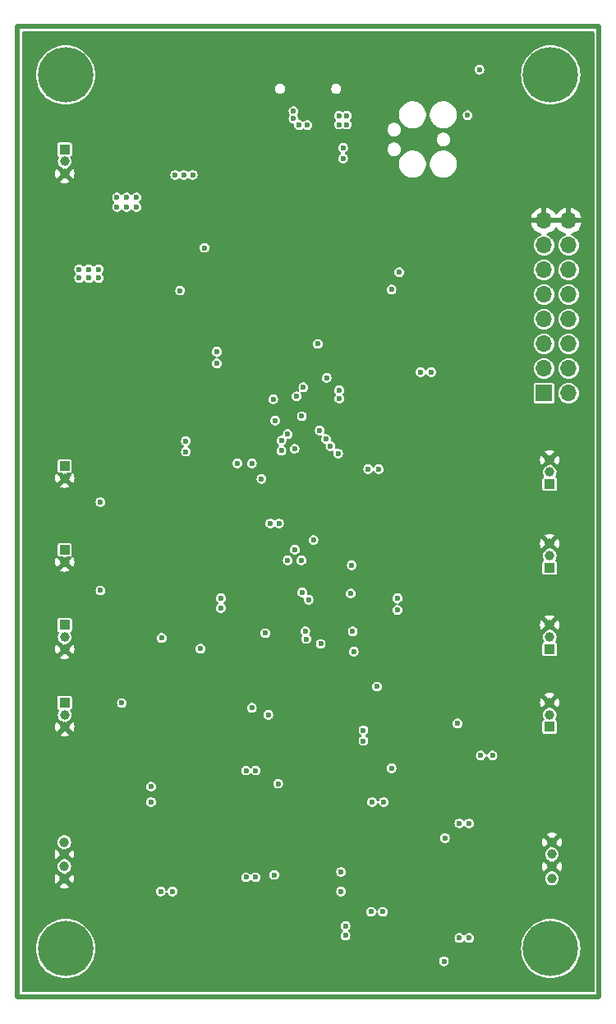
<source format=gbr>
%TF.GenerationSoftware,KiCad,Pcbnew,8.0.5*%
%TF.CreationDate,2024-09-12T11:50:27+01:00*%
%TF.ProjectId,Basic_DSP_V0_1,42617369-635f-4445-9350-5f56305f312e,rev?*%
%TF.SameCoordinates,Original*%
%TF.FileFunction,Copper,L5,Inr*%
%TF.FilePolarity,Positive*%
%FSLAX46Y46*%
G04 Gerber Fmt 4.6, Leading zero omitted, Abs format (unit mm)*
G04 Created by KiCad (PCBNEW 8.0.5) date 2024-09-12 11:50:27*
%MOMM*%
%LPD*%
G01*
G04 APERTURE LIST*
%TA.AperFunction,ComponentPad*%
%ADD10C,5.700000*%
%TD*%
%TA.AperFunction,ComponentPad*%
%ADD11R,1.100000X1.000000*%
%TD*%
%TA.AperFunction,ComponentPad*%
%ADD12C,1.000000*%
%TD*%
%TA.AperFunction,ComponentPad*%
%ADD13R,1.000000X1.000000*%
%TD*%
%TA.AperFunction,ComponentPad*%
%ADD14R,1.700000X1.700000*%
%TD*%
%TA.AperFunction,ComponentPad*%
%ADD15O,1.700000X1.700000*%
%TD*%
%TA.AperFunction,ViaPad*%
%ADD16C,0.600000*%
%TD*%
%TA.AperFunction,Profile*%
%ADD17C,0.500000*%
%TD*%
G04 APERTURE END LIST*
D10*
%TO.N,N/C*%
%TO.C,H3*%
X128400000Y-399100000D03*
%TD*%
%TO.N,N/C*%
%TO.C,H4*%
X78400000Y-399100000D03*
%TD*%
D11*
%TO.N,+3V3*%
%TO.C,J2*%
X78300000Y-365750000D03*
D12*
%TO.N,Net-(D25-A2)*%
X78300000Y-367000000D03*
%TO.N,GND*%
X78300000Y-368250000D03*
%TD*%
D10*
%TO.N,N/C*%
%TO.C,H1*%
X78400000Y-309100000D03*
%TD*%
D11*
%TO.N,+3V3*%
%TO.C,J8*%
X128300000Y-359875000D03*
D12*
%TO.N,Net-(D10-A2)*%
X128300000Y-358625000D03*
%TO.N,GND*%
X128300000Y-357375000D03*
%TD*%
D11*
%TO.N,+3V3*%
%TO.C,J7*%
X128300000Y-351250000D03*
D12*
%TO.N,Net-(D8-A2)*%
X128300000Y-350000000D03*
%TO.N,GND*%
X128300000Y-348750000D03*
%TD*%
%TO.N,/Analogue/AUDIO_OUT_R*%
%TO.C,J11*%
X78275000Y-388125000D03*
%TO.N,GND*%
X78275000Y-389375000D03*
%TO.N,/Analogue/AUDIO_OUT_L*%
X78275000Y-390625000D03*
%TO.N,GND*%
X78275000Y-391875000D03*
%TD*%
D13*
%TO.N,/Connections/SWITCH_1*%
%TO.C,J15*%
X78300000Y-358000000D03*
D12*
%TO.N,GND*%
X78300000Y-359250000D03*
%TD*%
D11*
%TO.N,VCC*%
%TO.C,J1*%
X78300000Y-316750000D03*
D12*
%TO.N,unconnected-(J1-Pad2)*%
X78300000Y-318000000D03*
%TO.N,GND*%
X78300000Y-319250000D03*
%TD*%
D11*
%TO.N,+3V3*%
%TO.C,J3*%
X78300000Y-373750000D03*
D12*
%TO.N,Net-(D4-A2)*%
X78300000Y-375000000D03*
%TO.N,GND*%
X78300000Y-376250000D03*
%TD*%
D13*
%TO.N,/Connections/SWITCH_0*%
%TO.C,J14*%
X78300000Y-349375000D03*
D12*
%TO.N,GND*%
X78300000Y-350625000D03*
%TD*%
%TO.N,/Analogue/AUDIO_IN_L*%
%TO.C,J6*%
X128525000Y-391875000D03*
%TO.N,GND*%
X128525000Y-390625000D03*
%TO.N,/Analogue/AUDIO_IN_R*%
X128525000Y-389375000D03*
%TO.N,GND*%
X128525000Y-388125000D03*
%TD*%
D10*
%TO.N,N/C*%
%TO.C,H2*%
X128400000Y-309100000D03*
%TD*%
D14*
%TO.N,+5V*%
%TO.C,J16*%
X127710000Y-341875000D03*
D15*
%TO.N,+3V3*%
X130250000Y-341875000D03*
%TO.N,/Connections/GPIO0*%
X127710000Y-339335000D03*
%TO.N,/Connections/GPIO1*%
X130250000Y-339335000D03*
%TO.N,/Connections/GPIO2*%
X127710000Y-336795000D03*
%TO.N,/Connections/GPIO3*%
X130250000Y-336795000D03*
%TO.N,/Connections/GPIO4*%
X127710000Y-334255000D03*
%TO.N,/Connections/GPIO5*%
X130250000Y-334255000D03*
%TO.N,/Connections/GPIO6*%
X127710000Y-331715000D03*
%TO.N,/Connections/GPIO7*%
X130250000Y-331715000D03*
%TO.N,/Connections/GPIO8*%
X127710000Y-329175000D03*
%TO.N,/Connections/GPIO9*%
X130250000Y-329175000D03*
%TO.N,/Connections/GPIO10*%
X127710000Y-326635000D03*
%TO.N,/Connections/GPIO11*%
X130250000Y-326635000D03*
%TO.N,GND*%
X127710000Y-324095000D03*
X130250000Y-324095000D03*
%TD*%
D11*
%TO.N,+3V3*%
%TO.C,J10*%
X128300000Y-376250000D03*
D12*
%TO.N,Net-(D11-A2)*%
X128300000Y-375000000D03*
%TO.N,GND*%
X128300000Y-373750000D03*
%TD*%
D11*
%TO.N,+3V3*%
%TO.C,J9*%
X128300000Y-368250000D03*
D12*
%TO.N,Net-(D12-A2)*%
X128300000Y-367000000D03*
%TO.N,GND*%
X128300000Y-365750000D03*
%TD*%
D16*
%TO.N,+5VA*%
X87200000Y-382400000D03*
X110000000Y-384000000D03*
X121200000Y-379200000D03*
X89400000Y-393200000D03*
X106800000Y-391200000D03*
X112600000Y-363000000D03*
X106800000Y-393200000D03*
X109900000Y-395300000D03*
X111100000Y-395300000D03*
X111200000Y-384000000D03*
X112600000Y-364200000D03*
X88200000Y-393200000D03*
X122400000Y-379200000D03*
X87200000Y-384000000D03*
%TO.N,GND*%
X91500000Y-397000000D03*
X103500000Y-364300000D03*
X124400000Y-395900000D03*
X109100000Y-379300000D03*
X93500000Y-306700000D03*
X104600000Y-344800000D03*
X81800000Y-331200000D03*
X96900000Y-354000000D03*
X93100000Y-323000000D03*
X88300000Y-344800000D03*
X106500000Y-347300000D03*
X102100000Y-346100000D03*
X101500000Y-332000000D03*
X94400000Y-361500000D03*
X117600000Y-324800000D03*
X121100000Y-377400000D03*
X103545110Y-344161654D03*
X123800000Y-346300000D03*
X117400000Y-401400000D03*
X104700000Y-368700000D03*
X115000000Y-337900000D03*
X92500000Y-306700000D03*
X103500000Y-359100000D03*
X100900000Y-402300000D03*
X99700000Y-340900000D03*
X123900000Y-371500000D03*
X95300000Y-387700000D03*
X105400000Y-332100000D03*
X100650000Y-358534313D03*
X112600000Y-361300000D03*
X89500000Y-333200000D03*
X107700000Y-353700000D03*
X100000000Y-343900000D03*
X94000000Y-335700000D03*
X124300000Y-397700000D03*
X96900000Y-352000000D03*
X86900000Y-396900000D03*
X98800000Y-335700000D03*
X101500000Y-370300000D03*
X113400000Y-342900000D03*
X101400000Y-339900000D03*
X91700000Y-337300000D03*
X110900000Y-400900000D03*
X109600000Y-353700000D03*
X123900000Y-363400000D03*
X115500000Y-369700000D03*
X110500000Y-359700000D03*
X123900000Y-355400000D03*
%TO.N,+3V3*%
X99000000Y-366600000D03*
X82000000Y-353100000D03*
X81800000Y-330000000D03*
X82000000Y-362200000D03*
X115000000Y-339700000D03*
X110700000Y-349700000D03*
X90800000Y-346800000D03*
X110500000Y-372100000D03*
X109600000Y-349700000D03*
X100400000Y-355300000D03*
X116100000Y-339700000D03*
X119850000Y-313235000D03*
X90800000Y-347900000D03*
X94400000Y-363000000D03*
X80800000Y-329100000D03*
X94000000Y-337600000D03*
X94000000Y-338800000D03*
X99500000Y-355300000D03*
X94400000Y-364000000D03*
X81800000Y-329100000D03*
X79800000Y-329100000D03*
X79800000Y-330000000D03*
X90200000Y-331300000D03*
X80800000Y-330000000D03*
%TO.N,Net-(D1-K)*%
X83700000Y-322700000D03*
X109100000Y-377700000D03*
X83700000Y-321700000D03*
X85700000Y-321700000D03*
X84700000Y-322700000D03*
X84700000Y-321700000D03*
X109100000Y-376600000D03*
X85700000Y-322700000D03*
%TO.N,/Power/V_ENABLE*%
X112000000Y-380500000D03*
X112000000Y-331200000D03*
X92700000Y-326900000D03*
%TO.N,/Connections/ADC_IN0*%
X88300000Y-367100000D03*
X100650000Y-346750000D03*
%TO.N,/Connections/ADC_IN1*%
X96100000Y-349100000D03*
X84200000Y-373800000D03*
%TO.N,/Analogue/CODEC_IN_L*%
X108100000Y-368500000D03*
X117400000Y-400400000D03*
%TO.N,/Connections/ADC_IN2*%
X97600000Y-374300000D03*
X97600000Y-349100000D03*
%TO.N,/Connections/ADC_IN3*%
X99300000Y-375000000D03*
X98600000Y-350700000D03*
%TO.N,/Analogue/CODEC_IN_R*%
X117500000Y-387700000D03*
X108000000Y-366400000D03*
%TO.N,/Connections/ADC_IN4*%
X102030761Y-358000000D03*
X100650000Y-347800000D03*
%TO.N,/Connections/ADC_IN5*%
X103950000Y-357000000D03*
X102000000Y-347600000D03*
%TO.N,/Analogue/CODEC_OUT_L*%
X107800000Y-362500000D03*
X99900000Y-391500000D03*
%TO.N,/Analogue/CODEC_OUT_R*%
X100300000Y-382100000D03*
X107900000Y-359600000D03*
%TO.N,/Processor/MCU_~{RST}*%
X121050000Y-308535000D03*
X99800000Y-342500000D03*
%TO.N,VBUS*%
X91500000Y-319400000D03*
X106600000Y-313300000D03*
X106600000Y-314200000D03*
X101900000Y-312800000D03*
X107400000Y-314200000D03*
X107400000Y-313300000D03*
X89700000Y-319400000D03*
X90600000Y-319400000D03*
X101900000Y-313600000D03*
%TO.N,/Processor/SWO*%
X104400000Y-336800000D03*
X112800000Y-329400000D03*
%TO.N,/Connections/USB_D+*%
X102475000Y-314252248D03*
X106621851Y-341575000D03*
%TO.N,/Connections/USB_D-*%
X106621851Y-342425000D03*
X103325000Y-314252248D03*
%TO.N,+5V*%
X118800000Y-375900000D03*
X107000000Y-317700000D03*
X107000000Y-316600000D03*
%TO.N,/Connections/GPIO2*%
X105250000Y-346600000D03*
%TO.N,/Connections/GPIO3*%
X105300000Y-340300000D03*
%TO.N,/CODEC/I2S_ADC_OUT*%
X100000000Y-344700000D03*
X92300000Y-368200000D03*
%TO.N,/CODEC/I2C1_SDA*%
X102200000Y-342200000D03*
X103100000Y-366400000D03*
%TO.N,/CODEC/I2C1_SCL*%
X102900000Y-341266728D03*
X103200000Y-367200000D03*
%TO.N,+VREF*%
X119000000Y-398000000D03*
X107250000Y-397750000D03*
X98000000Y-391750000D03*
X97000000Y-380750000D03*
X120000000Y-398000000D03*
X98000000Y-380750000D03*
X97000000Y-391750000D03*
X107250000Y-396750000D03*
X120000000Y-386200000D03*
X119000000Y-386200000D03*
%TO.N,/CODEC/I2S_BCLK*%
X103450000Y-363150000D03*
X105700000Y-347315544D03*
%TO.N,/CODEC/I2S_WCLK*%
X102750000Y-344250000D03*
X102700000Y-359100000D03*
%TO.N,/CODEC/I2S_MCLK*%
X104600000Y-345700000D03*
X102800000Y-362400000D03*
%TO.N,/CODEC/I2S_DAC_IN*%
X101300000Y-346100000D03*
X101300000Y-359100000D03*
%TO.N,/CODEC/CODEC_~{RST}*%
X104700000Y-367700000D03*
X106500000Y-348100000D03*
%TD*%
%TA.AperFunction,Conductor*%
%TO.N,GND*%
G36*
X129784075Y-323902007D02*
G01*
X129750000Y-324029174D01*
X129750000Y-324160826D01*
X129784075Y-324287993D01*
X129816988Y-324345000D01*
X128143012Y-324345000D01*
X128175925Y-324287993D01*
X128210000Y-324160826D01*
X128210000Y-324029174D01*
X128175925Y-323902007D01*
X128143012Y-323845000D01*
X129816988Y-323845000D01*
X129784075Y-323902007D01*
G37*
%TD.AperFunction*%
%TA.AperFunction,Conductor*%
G36*
X132842539Y-304620185D02*
G01*
X132888294Y-304672989D01*
X132899500Y-304724500D01*
X132899500Y-403475500D01*
X132879815Y-403542539D01*
X132827011Y-403588294D01*
X132775500Y-403599500D01*
X74024500Y-403599500D01*
X73957461Y-403579815D01*
X73911706Y-403527011D01*
X73900500Y-403475500D01*
X73900500Y-399100000D01*
X75344693Y-399100000D01*
X75363903Y-399442081D01*
X75363904Y-399442086D01*
X75421296Y-399779870D01*
X75516147Y-400109104D01*
X75523406Y-400126628D01*
X75647263Y-400425646D01*
X75812998Y-400725521D01*
X76011269Y-401004959D01*
X76239570Y-401260426D01*
X76239573Y-401260429D01*
X76495040Y-401488730D01*
X76495046Y-401488734D01*
X76495047Y-401488735D01*
X76774479Y-401687002D01*
X77074352Y-401852736D01*
X77390896Y-401983853D01*
X77720130Y-402078704D01*
X78057914Y-402136096D01*
X78400000Y-402155307D01*
X78742086Y-402136096D01*
X79079870Y-402078704D01*
X79409104Y-401983853D01*
X79725648Y-401852736D01*
X80025521Y-401687002D01*
X80304953Y-401488735D01*
X80560428Y-401260428D01*
X80788735Y-401004953D01*
X80987002Y-400725521D01*
X81152736Y-400425648D01*
X81163360Y-400400000D01*
X116894353Y-400400000D01*
X116914834Y-400542456D01*
X116974622Y-400673371D01*
X116974623Y-400673373D01*
X117068872Y-400782143D01*
X117189947Y-400859953D01*
X117189950Y-400859954D01*
X117189949Y-400859954D01*
X117328036Y-400900499D01*
X117328038Y-400900500D01*
X117328039Y-400900500D01*
X117471962Y-400900500D01*
X117471962Y-400900499D01*
X117610053Y-400859953D01*
X117731128Y-400782143D01*
X117825377Y-400673373D01*
X117885165Y-400542457D01*
X117905647Y-400400000D01*
X117885165Y-400257543D01*
X117825377Y-400126627D01*
X117731128Y-400017857D01*
X117610053Y-399940047D01*
X117610051Y-399940046D01*
X117610049Y-399940045D01*
X117610050Y-399940045D01*
X117471963Y-399899500D01*
X117471961Y-399899500D01*
X117328039Y-399899500D01*
X117328036Y-399899500D01*
X117189949Y-399940045D01*
X117068873Y-400017856D01*
X116974623Y-400126626D01*
X116974622Y-400126628D01*
X116914834Y-400257543D01*
X116894353Y-400400000D01*
X81163360Y-400400000D01*
X81283853Y-400109104D01*
X81378704Y-399779870D01*
X81436096Y-399442086D01*
X81455307Y-399100000D01*
X125344693Y-399100000D01*
X125363903Y-399442081D01*
X125363904Y-399442086D01*
X125421296Y-399779870D01*
X125516147Y-400109104D01*
X125523406Y-400126628D01*
X125647263Y-400425646D01*
X125812998Y-400725521D01*
X126011269Y-401004959D01*
X126239570Y-401260426D01*
X126239573Y-401260429D01*
X126495040Y-401488730D01*
X126495046Y-401488734D01*
X126495047Y-401488735D01*
X126774479Y-401687002D01*
X127074352Y-401852736D01*
X127390896Y-401983853D01*
X127720130Y-402078704D01*
X128057914Y-402136096D01*
X128400000Y-402155307D01*
X128742086Y-402136096D01*
X129079870Y-402078704D01*
X129409104Y-401983853D01*
X129725648Y-401852736D01*
X130025521Y-401687002D01*
X130304953Y-401488735D01*
X130560428Y-401260428D01*
X130788735Y-401004953D01*
X130987002Y-400725521D01*
X131152736Y-400425648D01*
X131283853Y-400109104D01*
X131378704Y-399779870D01*
X131436096Y-399442086D01*
X131455307Y-399100000D01*
X131436096Y-398757914D01*
X131378704Y-398420130D01*
X131283853Y-398090896D01*
X131152736Y-397774352D01*
X130987002Y-397474479D01*
X130788735Y-397195047D01*
X130788734Y-397195046D01*
X130788730Y-397195040D01*
X130560429Y-396939573D01*
X130560426Y-396939570D01*
X130304959Y-396711269D01*
X130025521Y-396512998D01*
X129725646Y-396347263D01*
X129587509Y-396290045D01*
X129409104Y-396216147D01*
X129324479Y-396191766D01*
X129079875Y-396121297D01*
X129079866Y-396121295D01*
X128742093Y-396063905D01*
X128742081Y-396063903D01*
X128400000Y-396044693D01*
X128057918Y-396063903D01*
X128057906Y-396063905D01*
X127720133Y-396121295D01*
X127720124Y-396121297D01*
X127390899Y-396216146D01*
X127390896Y-396216147D01*
X127310375Y-396249500D01*
X127074353Y-396347263D01*
X126774478Y-396512998D01*
X126495040Y-396711269D01*
X126239573Y-396939570D01*
X126239570Y-396939573D01*
X126011269Y-397195040D01*
X125812998Y-397474478D01*
X125647263Y-397774353D01*
X125516146Y-398090899D01*
X125421297Y-398420124D01*
X125421295Y-398420133D01*
X125363905Y-398757906D01*
X125363903Y-398757918D01*
X125344693Y-399100000D01*
X81455307Y-399100000D01*
X81436096Y-398757914D01*
X81378704Y-398420130D01*
X81283853Y-398090896D01*
X81152736Y-397774352D01*
X80987002Y-397474479D01*
X80788735Y-397195047D01*
X80788734Y-397195046D01*
X80788730Y-397195040D01*
X80560429Y-396939573D01*
X80560426Y-396939570D01*
X80348299Y-396750000D01*
X106744353Y-396750000D01*
X106764834Y-396892456D01*
X106786351Y-396939570D01*
X106824623Y-397023373D01*
X106918872Y-397132143D01*
X106926324Y-397136932D01*
X106939943Y-397145685D01*
X106985698Y-397198489D01*
X106995641Y-397267648D01*
X106966615Y-397331203D01*
X106939943Y-397354315D01*
X106918874Y-397367855D01*
X106824623Y-397476626D01*
X106824622Y-397476628D01*
X106764834Y-397607543D01*
X106744353Y-397750000D01*
X106764834Y-397892456D01*
X106796011Y-397960723D01*
X106824623Y-398023373D01*
X106918872Y-398132143D01*
X107039947Y-398209953D01*
X107039950Y-398209954D01*
X107039949Y-398209954D01*
X107178036Y-398250499D01*
X107178038Y-398250500D01*
X107178039Y-398250500D01*
X107321962Y-398250500D01*
X107321962Y-398250499D01*
X107460053Y-398209953D01*
X107581128Y-398132143D01*
X107675377Y-398023373D01*
X107686051Y-398000000D01*
X118494353Y-398000000D01*
X118514834Y-398142456D01*
X118545660Y-398209954D01*
X118574623Y-398273373D01*
X118668872Y-398382143D01*
X118789947Y-398459953D01*
X118789950Y-398459954D01*
X118789949Y-398459954D01*
X118928036Y-398500499D01*
X118928038Y-398500500D01*
X118928039Y-398500500D01*
X119071962Y-398500500D01*
X119071962Y-398500499D01*
X119210053Y-398459953D01*
X119331128Y-398382143D01*
X119406287Y-398295403D01*
X119465064Y-398257629D01*
X119534934Y-398257629D01*
X119593711Y-398295402D01*
X119668872Y-398382143D01*
X119789947Y-398459953D01*
X119789950Y-398459954D01*
X119789949Y-398459954D01*
X119928036Y-398500499D01*
X119928038Y-398500500D01*
X119928039Y-398500500D01*
X120071962Y-398500500D01*
X120071962Y-398500499D01*
X120210053Y-398459953D01*
X120331128Y-398382143D01*
X120425377Y-398273373D01*
X120485165Y-398142457D01*
X120505647Y-398000000D01*
X120485165Y-397857543D01*
X120425377Y-397726627D01*
X120331128Y-397617857D01*
X120210053Y-397540047D01*
X120210051Y-397540046D01*
X120210049Y-397540045D01*
X120210050Y-397540045D01*
X120071963Y-397499500D01*
X120071961Y-397499500D01*
X119928039Y-397499500D01*
X119928036Y-397499500D01*
X119789949Y-397540045D01*
X119668873Y-397617856D01*
X119593713Y-397704596D01*
X119534935Y-397742370D01*
X119465065Y-397742370D01*
X119406287Y-397704596D01*
X119331128Y-397617857D01*
X119210053Y-397540047D01*
X119210051Y-397540046D01*
X119210049Y-397540045D01*
X119210050Y-397540045D01*
X119071963Y-397499500D01*
X119071961Y-397499500D01*
X118928039Y-397499500D01*
X118928036Y-397499500D01*
X118789949Y-397540045D01*
X118668873Y-397617856D01*
X118574623Y-397726626D01*
X118574622Y-397726628D01*
X118514834Y-397857543D01*
X118494353Y-398000000D01*
X107686051Y-398000000D01*
X107735165Y-397892457D01*
X107755647Y-397750000D01*
X107735165Y-397607543D01*
X107675377Y-397476627D01*
X107581128Y-397367857D01*
X107581125Y-397367855D01*
X107581125Y-397367854D01*
X107560058Y-397354316D01*
X107514302Y-397301513D01*
X107504358Y-397232354D01*
X107533382Y-397168798D01*
X107560058Y-397145684D01*
X107581125Y-397132145D01*
X107581125Y-397132144D01*
X107581128Y-397132143D01*
X107675377Y-397023373D01*
X107735165Y-396892457D01*
X107755647Y-396750000D01*
X107735165Y-396607543D01*
X107675377Y-396476627D01*
X107581128Y-396367857D01*
X107460053Y-396290047D01*
X107460051Y-396290046D01*
X107460049Y-396290045D01*
X107460050Y-396290045D01*
X107321963Y-396249500D01*
X107321961Y-396249500D01*
X107178039Y-396249500D01*
X107178036Y-396249500D01*
X107039949Y-396290045D01*
X106918873Y-396367856D01*
X106824623Y-396476626D01*
X106824622Y-396476628D01*
X106764834Y-396607543D01*
X106744353Y-396750000D01*
X80348299Y-396750000D01*
X80304959Y-396711269D01*
X80025521Y-396512998D01*
X79725646Y-396347263D01*
X79587509Y-396290045D01*
X79409104Y-396216147D01*
X79324479Y-396191766D01*
X79079875Y-396121297D01*
X79079866Y-396121295D01*
X78742093Y-396063905D01*
X78742081Y-396063903D01*
X78400000Y-396044693D01*
X78057918Y-396063903D01*
X78057906Y-396063905D01*
X77720133Y-396121295D01*
X77720124Y-396121297D01*
X77390899Y-396216146D01*
X77390896Y-396216147D01*
X77310375Y-396249500D01*
X77074353Y-396347263D01*
X76774478Y-396512998D01*
X76495040Y-396711269D01*
X76239573Y-396939570D01*
X76239570Y-396939573D01*
X76011269Y-397195040D01*
X75812998Y-397474478D01*
X75647263Y-397774353D01*
X75516146Y-398090899D01*
X75421297Y-398420124D01*
X75421295Y-398420133D01*
X75363905Y-398757906D01*
X75363903Y-398757918D01*
X75344693Y-399100000D01*
X73900500Y-399100000D01*
X73900500Y-395300000D01*
X109394353Y-395300000D01*
X109414834Y-395442456D01*
X109474622Y-395573371D01*
X109474623Y-395573373D01*
X109568872Y-395682143D01*
X109689947Y-395759953D01*
X109689950Y-395759954D01*
X109689949Y-395759954D01*
X109828036Y-395800499D01*
X109828038Y-395800500D01*
X109828039Y-395800500D01*
X109971962Y-395800500D01*
X109971962Y-395800499D01*
X110110053Y-395759953D01*
X110231128Y-395682143D01*
X110325377Y-395573373D01*
X110385165Y-395442457D01*
X110385165Y-395442455D01*
X110387206Y-395437987D01*
X110432961Y-395385183D01*
X110500000Y-395365499D01*
X110567040Y-395385184D01*
X110612794Y-395437987D01*
X110614834Y-395442455D01*
X110614835Y-395442457D01*
X110674623Y-395573373D01*
X110768872Y-395682143D01*
X110889947Y-395759953D01*
X110889950Y-395759954D01*
X110889949Y-395759954D01*
X111028036Y-395800499D01*
X111028038Y-395800500D01*
X111028039Y-395800500D01*
X111171962Y-395800500D01*
X111171962Y-395800499D01*
X111310053Y-395759953D01*
X111431128Y-395682143D01*
X111525377Y-395573373D01*
X111585165Y-395442457D01*
X111605647Y-395300000D01*
X111585165Y-395157543D01*
X111525377Y-395026627D01*
X111431128Y-394917857D01*
X111310053Y-394840047D01*
X111310051Y-394840046D01*
X111310049Y-394840045D01*
X111310050Y-394840045D01*
X111171963Y-394799500D01*
X111171961Y-394799500D01*
X111028039Y-394799500D01*
X111028036Y-394799500D01*
X110889949Y-394840045D01*
X110768873Y-394917856D01*
X110674623Y-395026626D01*
X110674622Y-395026628D01*
X110612794Y-395162012D01*
X110567039Y-395214816D01*
X110500000Y-395234500D01*
X110432960Y-395214815D01*
X110387206Y-395162012D01*
X110325377Y-395026628D01*
X110325376Y-395026626D01*
X110231128Y-394917857D01*
X110110053Y-394840047D01*
X110110051Y-394840046D01*
X110110049Y-394840045D01*
X110110050Y-394840045D01*
X109971963Y-394799500D01*
X109971961Y-394799500D01*
X109828039Y-394799500D01*
X109828036Y-394799500D01*
X109689949Y-394840045D01*
X109568873Y-394917856D01*
X109474623Y-395026626D01*
X109474622Y-395026628D01*
X109414834Y-395157543D01*
X109394353Y-395300000D01*
X73900500Y-395300000D01*
X73900500Y-393200000D01*
X87694353Y-393200000D01*
X87714834Y-393342456D01*
X87774622Y-393473371D01*
X87774623Y-393473373D01*
X87868872Y-393582143D01*
X87989947Y-393659953D01*
X87989950Y-393659954D01*
X87989949Y-393659954D01*
X88128036Y-393700499D01*
X88128038Y-393700500D01*
X88128039Y-393700500D01*
X88271962Y-393700500D01*
X88271962Y-393700499D01*
X88410053Y-393659953D01*
X88531128Y-393582143D01*
X88625377Y-393473373D01*
X88685165Y-393342457D01*
X88685165Y-393342455D01*
X88687206Y-393337987D01*
X88732961Y-393285183D01*
X88800000Y-393265499D01*
X88867040Y-393285184D01*
X88912794Y-393337987D01*
X88914834Y-393342455D01*
X88914835Y-393342457D01*
X88974623Y-393473373D01*
X89068872Y-393582143D01*
X89189947Y-393659953D01*
X89189950Y-393659954D01*
X89189949Y-393659954D01*
X89328036Y-393700499D01*
X89328038Y-393700500D01*
X89328039Y-393700500D01*
X89471962Y-393700500D01*
X89471962Y-393700499D01*
X89610053Y-393659953D01*
X89731128Y-393582143D01*
X89825377Y-393473373D01*
X89885165Y-393342457D01*
X89905647Y-393200000D01*
X106294353Y-393200000D01*
X106314834Y-393342456D01*
X106374622Y-393473371D01*
X106374623Y-393473373D01*
X106468872Y-393582143D01*
X106589947Y-393659953D01*
X106589950Y-393659954D01*
X106589949Y-393659954D01*
X106728036Y-393700499D01*
X106728038Y-393700500D01*
X106728039Y-393700500D01*
X106871962Y-393700500D01*
X106871962Y-393700499D01*
X107010053Y-393659953D01*
X107131128Y-393582143D01*
X107225377Y-393473373D01*
X107285165Y-393342457D01*
X107305647Y-393200000D01*
X107285165Y-393057543D01*
X107225377Y-392926627D01*
X107131128Y-392817857D01*
X107010053Y-392740047D01*
X107010051Y-392740046D01*
X107010049Y-392740045D01*
X107010050Y-392740045D01*
X106871963Y-392699500D01*
X106871961Y-392699500D01*
X106728039Y-392699500D01*
X106728036Y-392699500D01*
X106589949Y-392740045D01*
X106468873Y-392817856D01*
X106374623Y-392926626D01*
X106374622Y-392926628D01*
X106314834Y-393057543D01*
X106294353Y-393200000D01*
X89905647Y-393200000D01*
X89885165Y-393057543D01*
X89825377Y-392926627D01*
X89731128Y-392817857D01*
X89610053Y-392740047D01*
X89610051Y-392740046D01*
X89610049Y-392740045D01*
X89610050Y-392740045D01*
X89471963Y-392699500D01*
X89471961Y-392699500D01*
X89328039Y-392699500D01*
X89328036Y-392699500D01*
X89189949Y-392740045D01*
X89068873Y-392817856D01*
X88974623Y-392926626D01*
X88974622Y-392926628D01*
X88912794Y-393062012D01*
X88867039Y-393114816D01*
X88800000Y-393134500D01*
X88732960Y-393114815D01*
X88687206Y-393062012D01*
X88625377Y-392926628D01*
X88625376Y-392926626D01*
X88584834Y-392879838D01*
X88531128Y-392817857D01*
X88410053Y-392740047D01*
X88410051Y-392740046D01*
X88410049Y-392740045D01*
X88410050Y-392740045D01*
X88271963Y-392699500D01*
X88271961Y-392699500D01*
X88128039Y-392699500D01*
X88128036Y-392699500D01*
X87989949Y-392740045D01*
X87868873Y-392817856D01*
X87774623Y-392926626D01*
X87774622Y-392926628D01*
X87714834Y-393057543D01*
X87694353Y-393200000D01*
X73900500Y-393200000D01*
X73900500Y-392737075D01*
X77766476Y-392737075D01*
X77890462Y-392803348D01*
X78078969Y-392860531D01*
X78078965Y-392860531D01*
X78275000Y-392879838D01*
X78471032Y-392860531D01*
X78659537Y-392803348D01*
X78783523Y-392737076D01*
X78783523Y-392737075D01*
X78275001Y-392228553D01*
X78275000Y-392228553D01*
X77766476Y-392737075D01*
X73900500Y-392737075D01*
X73900500Y-391875000D01*
X77270161Y-391875000D01*
X77289468Y-392071032D01*
X77346651Y-392259537D01*
X77412923Y-392383522D01*
X77921447Y-391875000D01*
X77866746Y-391820299D01*
X78000000Y-391820299D01*
X78000000Y-391929701D01*
X78041866Y-392030775D01*
X78119225Y-392108134D01*
X78220299Y-392150000D01*
X78329701Y-392150000D01*
X78430775Y-392108134D01*
X78508134Y-392030775D01*
X78550000Y-391929701D01*
X78550000Y-391874999D01*
X78628553Y-391874999D01*
X78628553Y-391875000D01*
X79137076Y-392383523D01*
X79203348Y-392259537D01*
X79260531Y-392071032D01*
X79279838Y-391875000D01*
X79267527Y-391750000D01*
X96494353Y-391750000D01*
X96514834Y-391892456D01*
X96545660Y-391959954D01*
X96574623Y-392023373D01*
X96668872Y-392132143D01*
X96789947Y-392209953D01*
X96789950Y-392209954D01*
X96789949Y-392209954D01*
X96928036Y-392250499D01*
X96928038Y-392250500D01*
X96928039Y-392250500D01*
X97071962Y-392250500D01*
X97071962Y-392250499D01*
X97210053Y-392209953D01*
X97331128Y-392132143D01*
X97406287Y-392045403D01*
X97465064Y-392007629D01*
X97534934Y-392007629D01*
X97593711Y-392045402D01*
X97668872Y-392132143D01*
X97789947Y-392209953D01*
X97789950Y-392209954D01*
X97789949Y-392209954D01*
X97928036Y-392250499D01*
X97928038Y-392250500D01*
X97928039Y-392250500D01*
X98071962Y-392250500D01*
X98071962Y-392250499D01*
X98210053Y-392209953D01*
X98331128Y-392132143D01*
X98425377Y-392023373D01*
X98485165Y-391892457D01*
X98505647Y-391750000D01*
X98485165Y-391607543D01*
X98436051Y-391500000D01*
X99394353Y-391500000D01*
X99414834Y-391642456D01*
X99446011Y-391710723D01*
X99474623Y-391773373D01*
X99568872Y-391882143D01*
X99689947Y-391959953D01*
X99689950Y-391959954D01*
X99689949Y-391959954D01*
X99828036Y-392000499D01*
X99828038Y-392000500D01*
X99828039Y-392000500D01*
X99971962Y-392000500D01*
X99971962Y-392000499D01*
X100110053Y-391959953D01*
X100231128Y-391882143D01*
X100237317Y-391875000D01*
X127819355Y-391875000D01*
X127839859Y-392043869D01*
X127839860Y-392043874D01*
X127900182Y-392202931D01*
X127933017Y-392250500D01*
X127996817Y-392342929D01*
X128102505Y-392436560D01*
X128124150Y-392455736D01*
X128274773Y-392534789D01*
X128274775Y-392534790D01*
X128439944Y-392575500D01*
X128610056Y-392575500D01*
X128775225Y-392534790D01*
X128854692Y-392493081D01*
X128925849Y-392455736D01*
X128925850Y-392455734D01*
X128925852Y-392455734D01*
X129053183Y-392342929D01*
X129149818Y-392202930D01*
X129210140Y-392043872D01*
X129230645Y-391875000D01*
X129210140Y-391706128D01*
X129149818Y-391547070D01*
X129053183Y-391407071D01*
X128925852Y-391294266D01*
X128925849Y-391294263D01*
X128768585Y-391211724D01*
X128769218Y-391210517D01*
X128734544Y-391188097D01*
X128525001Y-390978553D01*
X128315452Y-391188100D01*
X128280782Y-391210519D01*
X128281415Y-391211725D01*
X128124150Y-391294264D01*
X127996816Y-391407072D01*
X127900182Y-391547068D01*
X127839860Y-391706125D01*
X127839859Y-391706130D01*
X127819355Y-391875000D01*
X100237317Y-391875000D01*
X100325377Y-391773373D01*
X100385165Y-391642457D01*
X100405647Y-391500000D01*
X100385165Y-391357543D01*
X100325377Y-391226627D01*
X100302305Y-391200000D01*
X106294353Y-391200000D01*
X106314834Y-391342456D01*
X106344344Y-391407072D01*
X106374623Y-391473373D01*
X106468872Y-391582143D01*
X106589947Y-391659953D01*
X106589950Y-391659954D01*
X106589949Y-391659954D01*
X106728036Y-391700499D01*
X106728038Y-391700500D01*
X106728039Y-391700500D01*
X106871962Y-391700500D01*
X106871962Y-391700499D01*
X107010053Y-391659953D01*
X107131128Y-391582143D01*
X107225377Y-391473373D01*
X107285165Y-391342457D01*
X107305647Y-391200000D01*
X107285165Y-391057543D01*
X107225377Y-390926627D01*
X107131128Y-390817857D01*
X107010053Y-390740047D01*
X107010051Y-390740046D01*
X107010049Y-390740045D01*
X107010050Y-390740045D01*
X106871963Y-390699500D01*
X106871961Y-390699500D01*
X106728039Y-390699500D01*
X106728036Y-390699500D01*
X106589949Y-390740045D01*
X106468873Y-390817856D01*
X106374623Y-390926626D01*
X106374622Y-390926628D01*
X106314834Y-391057543D01*
X106294353Y-391200000D01*
X100302305Y-391200000D01*
X100231128Y-391117857D01*
X100110053Y-391040047D01*
X100110051Y-391040046D01*
X100110049Y-391040045D01*
X100110050Y-391040045D01*
X99971963Y-390999500D01*
X99971961Y-390999500D01*
X99828039Y-390999500D01*
X99828036Y-390999500D01*
X99689949Y-391040045D01*
X99568873Y-391117856D01*
X99474623Y-391226626D01*
X99474622Y-391226628D01*
X99414834Y-391357543D01*
X99394353Y-391500000D01*
X98436051Y-391500000D01*
X98425377Y-391476627D01*
X98331128Y-391367857D01*
X98210053Y-391290047D01*
X98210051Y-391290046D01*
X98210049Y-391290045D01*
X98210050Y-391290045D01*
X98071963Y-391249500D01*
X98071961Y-391249500D01*
X97928039Y-391249500D01*
X97928036Y-391249500D01*
X97789949Y-391290045D01*
X97668873Y-391367856D01*
X97593713Y-391454596D01*
X97534935Y-391492370D01*
X97465065Y-391492370D01*
X97406287Y-391454596D01*
X97331128Y-391367857D01*
X97210053Y-391290047D01*
X97210051Y-391290046D01*
X97210049Y-391290045D01*
X97210050Y-391290045D01*
X97071963Y-391249500D01*
X97071961Y-391249500D01*
X96928039Y-391249500D01*
X96928036Y-391249500D01*
X96789949Y-391290045D01*
X96668873Y-391367856D01*
X96574623Y-391476626D01*
X96574622Y-391476628D01*
X96514834Y-391607543D01*
X96494353Y-391750000D01*
X79267527Y-391750000D01*
X79260531Y-391678967D01*
X79203348Y-391490462D01*
X79137075Y-391366476D01*
X78628553Y-391874999D01*
X78550000Y-391874999D01*
X78550000Y-391820299D01*
X78508134Y-391719225D01*
X78430775Y-391641866D01*
X78329701Y-391600000D01*
X78220299Y-391600000D01*
X78119225Y-391641866D01*
X78041866Y-391719225D01*
X78000000Y-391820299D01*
X77866746Y-391820299D01*
X77412923Y-391366476D01*
X77346649Y-391490466D01*
X77289468Y-391678967D01*
X77270161Y-391875000D01*
X73900500Y-391875000D01*
X73900500Y-390625000D01*
X77569355Y-390625000D01*
X77589859Y-390793869D01*
X77589860Y-390793874D01*
X77650182Y-390952931D01*
X77667868Y-390978553D01*
X77746817Y-391092929D01*
X77874148Y-391205734D01*
X77874150Y-391205735D01*
X78031417Y-391288276D01*
X78030782Y-391289484D01*
X78065454Y-391311901D01*
X78274999Y-391521446D01*
X78484543Y-391311901D01*
X78519218Y-391289486D01*
X78518583Y-391288276D01*
X78525225Y-391284790D01*
X78675852Y-391205734D01*
X78803183Y-391092929D01*
X78899818Y-390952930D01*
X78960140Y-390793872D01*
X78980645Y-390625000D01*
X127520161Y-390625000D01*
X127539468Y-390821032D01*
X127596651Y-391009537D01*
X127662923Y-391133522D01*
X128171447Y-390625000D01*
X128116746Y-390570299D01*
X128250000Y-390570299D01*
X128250000Y-390679701D01*
X128291866Y-390780775D01*
X128369225Y-390858134D01*
X128470299Y-390900000D01*
X128579701Y-390900000D01*
X128680775Y-390858134D01*
X128758134Y-390780775D01*
X128800000Y-390679701D01*
X128800000Y-390624999D01*
X128878553Y-390624999D01*
X128878553Y-390625000D01*
X129387076Y-391133523D01*
X129453348Y-391009537D01*
X129510531Y-390821032D01*
X129529838Y-390625000D01*
X129510531Y-390428967D01*
X129453348Y-390240462D01*
X129387075Y-390116476D01*
X128878553Y-390624999D01*
X128800000Y-390624999D01*
X128800000Y-390570299D01*
X128758134Y-390469225D01*
X128680775Y-390391866D01*
X128579701Y-390350000D01*
X128470299Y-390350000D01*
X128369225Y-390391866D01*
X128291866Y-390469225D01*
X128250000Y-390570299D01*
X128116746Y-390570299D01*
X127662923Y-390116476D01*
X127596649Y-390240466D01*
X127539468Y-390428967D01*
X127520161Y-390625000D01*
X78980645Y-390625000D01*
X78960140Y-390456128D01*
X78899818Y-390297070D01*
X78803183Y-390157071D01*
X78675852Y-390044266D01*
X78675849Y-390044263D01*
X78518585Y-389961724D01*
X78519218Y-389960517D01*
X78484544Y-389938097D01*
X78275001Y-389728553D01*
X78065452Y-389938100D01*
X78030782Y-389960519D01*
X78031415Y-389961725D01*
X77874150Y-390044264D01*
X77746816Y-390157072D01*
X77650182Y-390297068D01*
X77589860Y-390456125D01*
X77589859Y-390456130D01*
X77569355Y-390625000D01*
X73900500Y-390625000D01*
X73900500Y-389375000D01*
X77270161Y-389375000D01*
X77289468Y-389571032D01*
X77346651Y-389759537D01*
X77412923Y-389883522D01*
X77921447Y-389375000D01*
X77866746Y-389320299D01*
X78000000Y-389320299D01*
X78000000Y-389429701D01*
X78041866Y-389530775D01*
X78119225Y-389608134D01*
X78220299Y-389650000D01*
X78329701Y-389650000D01*
X78430775Y-389608134D01*
X78508134Y-389530775D01*
X78550000Y-389429701D01*
X78550000Y-389374999D01*
X78628553Y-389374999D01*
X78628553Y-389375000D01*
X79137076Y-389883523D01*
X79203348Y-389759537D01*
X79260531Y-389571032D01*
X79279838Y-389375000D01*
X127819355Y-389375000D01*
X127839859Y-389543869D01*
X127839860Y-389543874D01*
X127900182Y-389702931D01*
X127917868Y-389728553D01*
X127996817Y-389842929D01*
X128124148Y-389955734D01*
X128124150Y-389955735D01*
X128281417Y-390038276D01*
X128280782Y-390039484D01*
X128315454Y-390061901D01*
X128524999Y-390271446D01*
X128734543Y-390061901D01*
X128769218Y-390039486D01*
X128768583Y-390038276D01*
X128775225Y-390034790D01*
X128925852Y-389955734D01*
X129053183Y-389842929D01*
X129149818Y-389702930D01*
X129210140Y-389543872D01*
X129230645Y-389375000D01*
X129210140Y-389206128D01*
X129149818Y-389047070D01*
X129053183Y-388907071D01*
X128925852Y-388794266D01*
X128925849Y-388794263D01*
X128768585Y-388711724D01*
X128769218Y-388710517D01*
X128734544Y-388688097D01*
X128525001Y-388478553D01*
X128315452Y-388688100D01*
X128280782Y-388710519D01*
X128281415Y-388711725D01*
X128124150Y-388794264D01*
X127996816Y-388907072D01*
X127900182Y-389047068D01*
X127839860Y-389206125D01*
X127839859Y-389206130D01*
X127819355Y-389375000D01*
X79279838Y-389375000D01*
X79260531Y-389178967D01*
X79203348Y-388990462D01*
X79137075Y-388866476D01*
X78628553Y-389374999D01*
X78550000Y-389374999D01*
X78550000Y-389320299D01*
X78508134Y-389219225D01*
X78430775Y-389141866D01*
X78329701Y-389100000D01*
X78220299Y-389100000D01*
X78119225Y-389141866D01*
X78041866Y-389219225D01*
X78000000Y-389320299D01*
X77866746Y-389320299D01*
X77412923Y-388866476D01*
X77346649Y-388990466D01*
X77289468Y-389178967D01*
X77270161Y-389375000D01*
X73900500Y-389375000D01*
X73900500Y-388125000D01*
X77569355Y-388125000D01*
X77589859Y-388293869D01*
X77589860Y-388293874D01*
X77650182Y-388452931D01*
X77667868Y-388478553D01*
X77746817Y-388592929D01*
X77874148Y-388705734D01*
X77874150Y-388705735D01*
X78031417Y-388788276D01*
X78030782Y-388789484D01*
X78065454Y-388811901D01*
X78274999Y-389021446D01*
X78484543Y-388811901D01*
X78519218Y-388789486D01*
X78518583Y-388788276D01*
X78525225Y-388784790D01*
X78675852Y-388705734D01*
X78803183Y-388592929D01*
X78899818Y-388452930D01*
X78960140Y-388293872D01*
X78980645Y-388125000D01*
X78960140Y-387956128D01*
X78899818Y-387797070D01*
X78832815Y-387700000D01*
X116994353Y-387700000D01*
X117014834Y-387842456D01*
X117054343Y-387928967D01*
X117074623Y-387973373D01*
X117168872Y-388082143D01*
X117289947Y-388159953D01*
X117289950Y-388159954D01*
X117289949Y-388159954D01*
X117428036Y-388200499D01*
X117428038Y-388200500D01*
X117428039Y-388200500D01*
X117571962Y-388200500D01*
X117571962Y-388200499D01*
X117710053Y-388159953D01*
X117764441Y-388125000D01*
X127520161Y-388125000D01*
X127539468Y-388321032D01*
X127596651Y-388509537D01*
X127662923Y-388633522D01*
X128171447Y-388125000D01*
X128116746Y-388070299D01*
X128250000Y-388070299D01*
X128250000Y-388179701D01*
X128291866Y-388280775D01*
X128369225Y-388358134D01*
X128470299Y-388400000D01*
X128579701Y-388400000D01*
X128680775Y-388358134D01*
X128758134Y-388280775D01*
X128800000Y-388179701D01*
X128800000Y-388124999D01*
X128878553Y-388124999D01*
X128878553Y-388125000D01*
X129387076Y-388633523D01*
X129453348Y-388509537D01*
X129510531Y-388321032D01*
X129529838Y-388125000D01*
X129510531Y-387928967D01*
X129453348Y-387740462D01*
X129387075Y-387616476D01*
X128878553Y-388124999D01*
X128800000Y-388124999D01*
X128800000Y-388070299D01*
X128758134Y-387969225D01*
X128680775Y-387891866D01*
X128579701Y-387850000D01*
X128470299Y-387850000D01*
X128369225Y-387891866D01*
X128291866Y-387969225D01*
X128250000Y-388070299D01*
X128116746Y-388070299D01*
X127662923Y-387616476D01*
X127596649Y-387740466D01*
X127539468Y-387928967D01*
X127520161Y-388125000D01*
X117764441Y-388125000D01*
X117831128Y-388082143D01*
X117925377Y-387973373D01*
X117985165Y-387842457D01*
X118005647Y-387700000D01*
X117985165Y-387557543D01*
X117925377Y-387426627D01*
X117831128Y-387317857D01*
X117745649Y-387262923D01*
X128016476Y-387262923D01*
X128525000Y-387771447D01*
X128525001Y-387771447D01*
X129033522Y-387262923D01*
X128909537Y-387196651D01*
X128721030Y-387139468D01*
X128721034Y-387139468D01*
X128525000Y-387120161D01*
X128328967Y-387139468D01*
X128140466Y-387196649D01*
X128016476Y-387262923D01*
X117745649Y-387262923D01*
X117710053Y-387240047D01*
X117710051Y-387240046D01*
X117710049Y-387240045D01*
X117710050Y-387240045D01*
X117571963Y-387199500D01*
X117571961Y-387199500D01*
X117428039Y-387199500D01*
X117428036Y-387199500D01*
X117289949Y-387240045D01*
X117168873Y-387317856D01*
X117074623Y-387426626D01*
X117074622Y-387426628D01*
X117014834Y-387557543D01*
X116994353Y-387700000D01*
X78832815Y-387700000D01*
X78803183Y-387657071D01*
X78675852Y-387544266D01*
X78675849Y-387544263D01*
X78525226Y-387465210D01*
X78360056Y-387424500D01*
X78189944Y-387424500D01*
X78024773Y-387465210D01*
X77874150Y-387544263D01*
X77746816Y-387657072D01*
X77650182Y-387797068D01*
X77589860Y-387956125D01*
X77589859Y-387956130D01*
X77569355Y-388125000D01*
X73900500Y-388125000D01*
X73900500Y-386200000D01*
X118494353Y-386200000D01*
X118514834Y-386342456D01*
X118567433Y-386457629D01*
X118574623Y-386473373D01*
X118668872Y-386582143D01*
X118789947Y-386659953D01*
X118789950Y-386659954D01*
X118789949Y-386659954D01*
X118928036Y-386700499D01*
X118928038Y-386700500D01*
X118928039Y-386700500D01*
X119071962Y-386700500D01*
X119071962Y-386700499D01*
X119210053Y-386659953D01*
X119331128Y-386582143D01*
X119406287Y-386495403D01*
X119465064Y-386457629D01*
X119534934Y-386457629D01*
X119593711Y-386495402D01*
X119668872Y-386582143D01*
X119789947Y-386659953D01*
X119789950Y-386659954D01*
X119789949Y-386659954D01*
X119928036Y-386700499D01*
X119928038Y-386700500D01*
X119928039Y-386700500D01*
X120071962Y-386700500D01*
X120071962Y-386700499D01*
X120210053Y-386659953D01*
X120331128Y-386582143D01*
X120425377Y-386473373D01*
X120485165Y-386342457D01*
X120505647Y-386200000D01*
X120485165Y-386057543D01*
X120425377Y-385926627D01*
X120331128Y-385817857D01*
X120210053Y-385740047D01*
X120210051Y-385740046D01*
X120210049Y-385740045D01*
X120210050Y-385740045D01*
X120071963Y-385699500D01*
X120071961Y-385699500D01*
X119928039Y-385699500D01*
X119928036Y-385699500D01*
X119789949Y-385740045D01*
X119668873Y-385817856D01*
X119593713Y-385904596D01*
X119534935Y-385942370D01*
X119465065Y-385942370D01*
X119406287Y-385904596D01*
X119331128Y-385817857D01*
X119210053Y-385740047D01*
X119210051Y-385740046D01*
X119210049Y-385740045D01*
X119210050Y-385740045D01*
X119071963Y-385699500D01*
X119071961Y-385699500D01*
X118928039Y-385699500D01*
X118928036Y-385699500D01*
X118789949Y-385740045D01*
X118668873Y-385817856D01*
X118574623Y-385926626D01*
X118574622Y-385926628D01*
X118514834Y-386057543D01*
X118494353Y-386200000D01*
X73900500Y-386200000D01*
X73900500Y-384000000D01*
X86694353Y-384000000D01*
X86714834Y-384142456D01*
X86774622Y-384273371D01*
X86774623Y-384273373D01*
X86868872Y-384382143D01*
X86989947Y-384459953D01*
X86989950Y-384459954D01*
X86989949Y-384459954D01*
X87128036Y-384500499D01*
X87128038Y-384500500D01*
X87128039Y-384500500D01*
X87271962Y-384500500D01*
X87271962Y-384500499D01*
X87410053Y-384459953D01*
X87531128Y-384382143D01*
X87625377Y-384273373D01*
X87685165Y-384142457D01*
X87705647Y-384000000D01*
X109494353Y-384000000D01*
X109514834Y-384142456D01*
X109574622Y-384273371D01*
X109574623Y-384273373D01*
X109668872Y-384382143D01*
X109789947Y-384459953D01*
X109789950Y-384459954D01*
X109789949Y-384459954D01*
X109928036Y-384500499D01*
X109928038Y-384500500D01*
X109928039Y-384500500D01*
X110071962Y-384500500D01*
X110071962Y-384500499D01*
X110210053Y-384459953D01*
X110331128Y-384382143D01*
X110425377Y-384273373D01*
X110485165Y-384142457D01*
X110485165Y-384142455D01*
X110487206Y-384137987D01*
X110532961Y-384085183D01*
X110600000Y-384065499D01*
X110667040Y-384085184D01*
X110712794Y-384137987D01*
X110714834Y-384142455D01*
X110714835Y-384142457D01*
X110774623Y-384273373D01*
X110868872Y-384382143D01*
X110989947Y-384459953D01*
X110989950Y-384459954D01*
X110989949Y-384459954D01*
X111128036Y-384500499D01*
X111128038Y-384500500D01*
X111128039Y-384500500D01*
X111271962Y-384500500D01*
X111271962Y-384500499D01*
X111410053Y-384459953D01*
X111531128Y-384382143D01*
X111625377Y-384273373D01*
X111685165Y-384142457D01*
X111705647Y-384000000D01*
X111685165Y-383857543D01*
X111625377Y-383726627D01*
X111531128Y-383617857D01*
X111410053Y-383540047D01*
X111410051Y-383540046D01*
X111410049Y-383540045D01*
X111410050Y-383540045D01*
X111271963Y-383499500D01*
X111271961Y-383499500D01*
X111128039Y-383499500D01*
X111128036Y-383499500D01*
X110989949Y-383540045D01*
X110868873Y-383617856D01*
X110774623Y-383726626D01*
X110774622Y-383726628D01*
X110712794Y-383862012D01*
X110667039Y-383914816D01*
X110600000Y-383934500D01*
X110532960Y-383914815D01*
X110487206Y-383862012D01*
X110425377Y-383726628D01*
X110425376Y-383726626D01*
X110331128Y-383617857D01*
X110210053Y-383540047D01*
X110210051Y-383540046D01*
X110210049Y-383540045D01*
X110210050Y-383540045D01*
X110071963Y-383499500D01*
X110071961Y-383499500D01*
X109928039Y-383499500D01*
X109928036Y-383499500D01*
X109789949Y-383540045D01*
X109668873Y-383617856D01*
X109574623Y-383726626D01*
X109574622Y-383726628D01*
X109514834Y-383857543D01*
X109494353Y-384000000D01*
X87705647Y-384000000D01*
X87685165Y-383857543D01*
X87625377Y-383726627D01*
X87531128Y-383617857D01*
X87410053Y-383540047D01*
X87410051Y-383540046D01*
X87410049Y-383540045D01*
X87410050Y-383540045D01*
X87271963Y-383499500D01*
X87271961Y-383499500D01*
X87128039Y-383499500D01*
X87128036Y-383499500D01*
X86989949Y-383540045D01*
X86868873Y-383617856D01*
X86774623Y-383726626D01*
X86774622Y-383726628D01*
X86714834Y-383857543D01*
X86694353Y-384000000D01*
X73900500Y-384000000D01*
X73900500Y-382400000D01*
X86694353Y-382400000D01*
X86714834Y-382542456D01*
X86774622Y-382673371D01*
X86774623Y-382673373D01*
X86868872Y-382782143D01*
X86989947Y-382859953D01*
X86989950Y-382859954D01*
X86989949Y-382859954D01*
X87128036Y-382900499D01*
X87128038Y-382900500D01*
X87128039Y-382900500D01*
X87271962Y-382900500D01*
X87271962Y-382900499D01*
X87410053Y-382859953D01*
X87531128Y-382782143D01*
X87625377Y-382673373D01*
X87685165Y-382542457D01*
X87705647Y-382400000D01*
X87685165Y-382257543D01*
X87625377Y-382126627D01*
X87602305Y-382100000D01*
X99794353Y-382100000D01*
X99814834Y-382242456D01*
X99874622Y-382373371D01*
X99874623Y-382373373D01*
X99968872Y-382482143D01*
X100089947Y-382559953D01*
X100089950Y-382559954D01*
X100089949Y-382559954D01*
X100228036Y-382600499D01*
X100228038Y-382600500D01*
X100228039Y-382600500D01*
X100371962Y-382600500D01*
X100371962Y-382600499D01*
X100510053Y-382559953D01*
X100631128Y-382482143D01*
X100725377Y-382373373D01*
X100785165Y-382242457D01*
X100805647Y-382100000D01*
X100785165Y-381957543D01*
X100725377Y-381826627D01*
X100631128Y-381717857D01*
X100510053Y-381640047D01*
X100510051Y-381640046D01*
X100510049Y-381640045D01*
X100510050Y-381640045D01*
X100371963Y-381599500D01*
X100371961Y-381599500D01*
X100228039Y-381599500D01*
X100228036Y-381599500D01*
X100089949Y-381640045D01*
X99968873Y-381717856D01*
X99874623Y-381826626D01*
X99874622Y-381826628D01*
X99814834Y-381957543D01*
X99794353Y-382100000D01*
X87602305Y-382100000D01*
X87531128Y-382017857D01*
X87410053Y-381940047D01*
X87410051Y-381940046D01*
X87410049Y-381940045D01*
X87410050Y-381940045D01*
X87271963Y-381899500D01*
X87271961Y-381899500D01*
X87128039Y-381899500D01*
X87128036Y-381899500D01*
X86989949Y-381940045D01*
X86868873Y-382017856D01*
X86774623Y-382126626D01*
X86774622Y-382126628D01*
X86714834Y-382257543D01*
X86694353Y-382400000D01*
X73900500Y-382400000D01*
X73900500Y-380750000D01*
X96494353Y-380750000D01*
X96514834Y-380892456D01*
X96545660Y-380959954D01*
X96574623Y-381023373D01*
X96668872Y-381132143D01*
X96789947Y-381209953D01*
X96789950Y-381209954D01*
X96789949Y-381209954D01*
X96928036Y-381250499D01*
X96928038Y-381250500D01*
X96928039Y-381250500D01*
X97071962Y-381250500D01*
X97071962Y-381250499D01*
X97210053Y-381209953D01*
X97331128Y-381132143D01*
X97406287Y-381045403D01*
X97465064Y-381007629D01*
X97534934Y-381007629D01*
X97593711Y-381045402D01*
X97668872Y-381132143D01*
X97789947Y-381209953D01*
X97789950Y-381209954D01*
X97789949Y-381209954D01*
X97928036Y-381250499D01*
X97928038Y-381250500D01*
X97928039Y-381250500D01*
X98071962Y-381250500D01*
X98071962Y-381250499D01*
X98210053Y-381209953D01*
X98331128Y-381132143D01*
X98425377Y-381023373D01*
X98485165Y-380892457D01*
X98505647Y-380750000D01*
X98485165Y-380607543D01*
X98436051Y-380500000D01*
X111494353Y-380500000D01*
X111514834Y-380642456D01*
X111546011Y-380710723D01*
X111574623Y-380773373D01*
X111668872Y-380882143D01*
X111789947Y-380959953D01*
X111789950Y-380959954D01*
X111789949Y-380959954D01*
X111928036Y-381000499D01*
X111928038Y-381000500D01*
X111928039Y-381000500D01*
X112071962Y-381000500D01*
X112071962Y-381000499D01*
X112210053Y-380959953D01*
X112331128Y-380882143D01*
X112425377Y-380773373D01*
X112485165Y-380642457D01*
X112505647Y-380500000D01*
X112485165Y-380357543D01*
X112425377Y-380226627D01*
X112331128Y-380117857D01*
X112210053Y-380040047D01*
X112210051Y-380040046D01*
X112210049Y-380040045D01*
X112210050Y-380040045D01*
X112071963Y-379999500D01*
X112071961Y-379999500D01*
X111928039Y-379999500D01*
X111928036Y-379999500D01*
X111789949Y-380040045D01*
X111668873Y-380117856D01*
X111574623Y-380226626D01*
X111574622Y-380226628D01*
X111514834Y-380357543D01*
X111494353Y-380500000D01*
X98436051Y-380500000D01*
X98425377Y-380476627D01*
X98331128Y-380367857D01*
X98210053Y-380290047D01*
X98210051Y-380290046D01*
X98210049Y-380290045D01*
X98210050Y-380290045D01*
X98071963Y-380249500D01*
X98071961Y-380249500D01*
X97928039Y-380249500D01*
X97928036Y-380249500D01*
X97789949Y-380290045D01*
X97668873Y-380367856D01*
X97593713Y-380454596D01*
X97534935Y-380492370D01*
X97465065Y-380492370D01*
X97406287Y-380454596D01*
X97331128Y-380367857D01*
X97210053Y-380290047D01*
X97210051Y-380290046D01*
X97210049Y-380290045D01*
X97210050Y-380290045D01*
X97071963Y-380249500D01*
X97071961Y-380249500D01*
X96928039Y-380249500D01*
X96928036Y-380249500D01*
X96789949Y-380290045D01*
X96668873Y-380367856D01*
X96574623Y-380476626D01*
X96574622Y-380476628D01*
X96514834Y-380607543D01*
X96494353Y-380750000D01*
X73900500Y-380750000D01*
X73900500Y-379200000D01*
X120694353Y-379200000D01*
X120714834Y-379342456D01*
X120774622Y-379473371D01*
X120774623Y-379473373D01*
X120868872Y-379582143D01*
X120989947Y-379659953D01*
X120989950Y-379659954D01*
X120989949Y-379659954D01*
X121128036Y-379700499D01*
X121128038Y-379700500D01*
X121128039Y-379700500D01*
X121271962Y-379700500D01*
X121271962Y-379700499D01*
X121410053Y-379659953D01*
X121531128Y-379582143D01*
X121625377Y-379473373D01*
X121685165Y-379342457D01*
X121685165Y-379342455D01*
X121687206Y-379337987D01*
X121732961Y-379285183D01*
X121800000Y-379265499D01*
X121867040Y-379285184D01*
X121912794Y-379337987D01*
X121914834Y-379342455D01*
X121914835Y-379342457D01*
X121974623Y-379473373D01*
X122068872Y-379582143D01*
X122189947Y-379659953D01*
X122189950Y-379659954D01*
X122189949Y-379659954D01*
X122328036Y-379700499D01*
X122328038Y-379700500D01*
X122328039Y-379700500D01*
X122471962Y-379700500D01*
X122471962Y-379700499D01*
X122610053Y-379659953D01*
X122731128Y-379582143D01*
X122825377Y-379473373D01*
X122885165Y-379342457D01*
X122905647Y-379200000D01*
X122885165Y-379057543D01*
X122825377Y-378926627D01*
X122731128Y-378817857D01*
X122610053Y-378740047D01*
X122610051Y-378740046D01*
X122610049Y-378740045D01*
X122610050Y-378740045D01*
X122471963Y-378699500D01*
X122471961Y-378699500D01*
X122328039Y-378699500D01*
X122328036Y-378699500D01*
X122189949Y-378740045D01*
X122068873Y-378817856D01*
X121974623Y-378926626D01*
X121974622Y-378926628D01*
X121912794Y-379062012D01*
X121867039Y-379114816D01*
X121800000Y-379134500D01*
X121732960Y-379114815D01*
X121687206Y-379062012D01*
X121625377Y-378926628D01*
X121625376Y-378926626D01*
X121531128Y-378817857D01*
X121410053Y-378740047D01*
X121410051Y-378740046D01*
X121410049Y-378740045D01*
X121410050Y-378740045D01*
X121271963Y-378699500D01*
X121271961Y-378699500D01*
X121128039Y-378699500D01*
X121128036Y-378699500D01*
X120989949Y-378740045D01*
X120868873Y-378817856D01*
X120774623Y-378926626D01*
X120774622Y-378926628D01*
X120714834Y-379057543D01*
X120694353Y-379200000D01*
X73900500Y-379200000D01*
X73900500Y-377112075D01*
X77791476Y-377112075D01*
X77915462Y-377178348D01*
X78103969Y-377235531D01*
X78103965Y-377235531D01*
X78300000Y-377254838D01*
X78496032Y-377235531D01*
X78684537Y-377178348D01*
X78808523Y-377112076D01*
X78808523Y-377112075D01*
X78300001Y-376603553D01*
X78300000Y-376603553D01*
X77791476Y-377112075D01*
X73900500Y-377112075D01*
X73900500Y-376250000D01*
X77295161Y-376250000D01*
X77314468Y-376446032D01*
X77371651Y-376634537D01*
X77437923Y-376758522D01*
X77946447Y-376250000D01*
X77896719Y-376200272D01*
X78050000Y-376200272D01*
X78050000Y-376299728D01*
X78088060Y-376391614D01*
X78158386Y-376461940D01*
X78250272Y-376500000D01*
X78349728Y-376500000D01*
X78441614Y-376461940D01*
X78511940Y-376391614D01*
X78550000Y-376299728D01*
X78550000Y-376249999D01*
X78653553Y-376249999D01*
X78653553Y-376250000D01*
X79162076Y-376758523D01*
X79228348Y-376634537D01*
X79238825Y-376600000D01*
X108594353Y-376600000D01*
X108614834Y-376742456D01*
X108654007Y-376828231D01*
X108674623Y-376873373D01*
X108768872Y-376982143D01*
X108768874Y-376982144D01*
X108768876Y-376982146D01*
X108867744Y-377045685D01*
X108913499Y-377098488D01*
X108923443Y-377167647D01*
X108894418Y-377231203D01*
X108867744Y-377254315D01*
X108768876Y-377317853D01*
X108768874Y-377317855D01*
X108674623Y-377426626D01*
X108674622Y-377426628D01*
X108614834Y-377557543D01*
X108594353Y-377700000D01*
X108614834Y-377842456D01*
X108674622Y-377973371D01*
X108674623Y-377973373D01*
X108768872Y-378082143D01*
X108889947Y-378159953D01*
X108889950Y-378159954D01*
X108889949Y-378159954D01*
X109028036Y-378200499D01*
X109028038Y-378200500D01*
X109028039Y-378200500D01*
X109171962Y-378200500D01*
X109171962Y-378200499D01*
X109310053Y-378159953D01*
X109431128Y-378082143D01*
X109525377Y-377973373D01*
X109585165Y-377842457D01*
X109605647Y-377700000D01*
X109585165Y-377557543D01*
X109525377Y-377426627D01*
X109431128Y-377317857D01*
X109332253Y-377254314D01*
X109286500Y-377201512D01*
X109276556Y-377132354D01*
X109305581Y-377068798D01*
X109332254Y-377045685D01*
X109431128Y-376982143D01*
X109525377Y-376873373D01*
X109585165Y-376742457D01*
X109605647Y-376600000D01*
X109585165Y-376457543D01*
X109525377Y-376326627D01*
X109431128Y-376217857D01*
X109310053Y-376140047D01*
X109310051Y-376140046D01*
X109310049Y-376140045D01*
X109310050Y-376140045D01*
X109171963Y-376099500D01*
X109171961Y-376099500D01*
X109028039Y-376099500D01*
X109028036Y-376099500D01*
X108889949Y-376140045D01*
X108768873Y-376217856D01*
X108674623Y-376326626D01*
X108674622Y-376326628D01*
X108614834Y-376457543D01*
X108594353Y-376600000D01*
X79238825Y-376600000D01*
X79285531Y-376446032D01*
X79304838Y-376250000D01*
X79285531Y-376053967D01*
X79238825Y-375900000D01*
X118294353Y-375900000D01*
X118314834Y-376042456D01*
X118320091Y-376053967D01*
X118374623Y-376173373D01*
X118468872Y-376282143D01*
X118589947Y-376359953D01*
X118589950Y-376359954D01*
X118589949Y-376359954D01*
X118728036Y-376400499D01*
X118728038Y-376400500D01*
X118728039Y-376400500D01*
X118871962Y-376400500D01*
X118871962Y-376400499D01*
X119010053Y-376359953D01*
X119131128Y-376282143D01*
X119225377Y-376173373D01*
X119285165Y-376042457D01*
X119305647Y-375900000D01*
X119285165Y-375757543D01*
X119272699Y-375730247D01*
X127549500Y-375730247D01*
X127549500Y-376769752D01*
X127561131Y-376828229D01*
X127561132Y-376828230D01*
X127605447Y-376894552D01*
X127671769Y-376938867D01*
X127671770Y-376938868D01*
X127730247Y-376950499D01*
X127730250Y-376950500D01*
X127730252Y-376950500D01*
X128869750Y-376950500D01*
X128869751Y-376950499D01*
X128884568Y-376947552D01*
X128928229Y-376938868D01*
X128928229Y-376938867D01*
X128928231Y-376938867D01*
X128994552Y-376894552D01*
X129038867Y-376828231D01*
X129038867Y-376828229D01*
X129038868Y-376828229D01*
X129050499Y-376769752D01*
X129050500Y-376769750D01*
X129050500Y-375730249D01*
X129050499Y-375730247D01*
X129038868Y-375671770D01*
X129038867Y-375671769D01*
X128994552Y-375605448D01*
X128920404Y-375555903D01*
X128875600Y-375502290D01*
X128866893Y-375432965D01*
X128887247Y-375382360D01*
X128887397Y-375382143D01*
X128924818Y-375327930D01*
X128985140Y-375168872D01*
X129005645Y-375000000D01*
X128985140Y-374831128D01*
X128973524Y-374800500D01*
X128924817Y-374672068D01*
X128887397Y-374617857D01*
X128828183Y-374532071D01*
X128700852Y-374419266D01*
X128700849Y-374419263D01*
X128543585Y-374336724D01*
X128544218Y-374335517D01*
X128509544Y-374313097D01*
X128300001Y-374103553D01*
X128090452Y-374313100D01*
X128055782Y-374335519D01*
X128056415Y-374336725D01*
X127899150Y-374419264D01*
X127771816Y-374532072D01*
X127675182Y-374672068D01*
X127614860Y-374831125D01*
X127614859Y-374831130D01*
X127594355Y-375000000D01*
X127614859Y-375168869D01*
X127614860Y-375168874D01*
X127675182Y-375327931D01*
X127712753Y-375382361D01*
X127734636Y-375448715D01*
X127717171Y-375516367D01*
X127679595Y-375555902D01*
X127605448Y-375605446D01*
X127561132Y-375671769D01*
X127561131Y-375671770D01*
X127549500Y-375730247D01*
X119272699Y-375730247D01*
X119225377Y-375626627D01*
X119131128Y-375517857D01*
X119010053Y-375440047D01*
X119010051Y-375440046D01*
X119010049Y-375440045D01*
X119010050Y-375440045D01*
X118871963Y-375399500D01*
X118871961Y-375399500D01*
X118728039Y-375399500D01*
X118728036Y-375399500D01*
X118589949Y-375440045D01*
X118468873Y-375517856D01*
X118374623Y-375626626D01*
X118374622Y-375626628D01*
X118314834Y-375757543D01*
X118294353Y-375900000D01*
X79238825Y-375900000D01*
X79228348Y-375865462D01*
X79162075Y-375741476D01*
X78653553Y-376249999D01*
X78550000Y-376249999D01*
X78550000Y-376200272D01*
X78511940Y-376108386D01*
X78441614Y-376038060D01*
X78349728Y-376000000D01*
X78250272Y-376000000D01*
X78158386Y-376038060D01*
X78088060Y-376108386D01*
X78050000Y-376200272D01*
X77896719Y-376200272D01*
X77437923Y-375741476D01*
X77371649Y-375865466D01*
X77314468Y-376053967D01*
X77295161Y-376250000D01*
X73900500Y-376250000D01*
X73900500Y-373230247D01*
X77549500Y-373230247D01*
X77549500Y-374269752D01*
X77561131Y-374328229D01*
X77561132Y-374328230D01*
X77605447Y-374394552D01*
X77679594Y-374444096D01*
X77724399Y-374497709D01*
X77733106Y-374567034D01*
X77712753Y-374617637D01*
X77675185Y-374672063D01*
X77675182Y-374672068D01*
X77614860Y-374831125D01*
X77614859Y-374831130D01*
X77594355Y-375000000D01*
X77614859Y-375168869D01*
X77614860Y-375168874D01*
X77675182Y-375327931D01*
X77737475Y-375418177D01*
X77771817Y-375467929D01*
X77899148Y-375580734D01*
X77899150Y-375580735D01*
X78056417Y-375663276D01*
X78055782Y-375664484D01*
X78090454Y-375686901D01*
X78299999Y-375896446D01*
X78509543Y-375686901D01*
X78544218Y-375664486D01*
X78543583Y-375663276D01*
X78613413Y-375626626D01*
X78700852Y-375580734D01*
X78828183Y-375467929D01*
X78924818Y-375327930D01*
X78985140Y-375168872D01*
X79005645Y-375000000D01*
X98794353Y-375000000D01*
X98814834Y-375142456D01*
X98826897Y-375168869D01*
X98874623Y-375273373D01*
X98968872Y-375382143D01*
X99089947Y-375459953D01*
X99089950Y-375459954D01*
X99089949Y-375459954D01*
X99228036Y-375500499D01*
X99228038Y-375500500D01*
X99228039Y-375500500D01*
X99371962Y-375500500D01*
X99371962Y-375500499D01*
X99510053Y-375459953D01*
X99631128Y-375382143D01*
X99725377Y-375273373D01*
X99785165Y-375142457D01*
X99805647Y-375000000D01*
X99785165Y-374857543D01*
X99725377Y-374726627D01*
X99631128Y-374617857D01*
X99510053Y-374540047D01*
X99510051Y-374540046D01*
X99510049Y-374540045D01*
X99510050Y-374540045D01*
X99371963Y-374499500D01*
X99371961Y-374499500D01*
X99228039Y-374499500D01*
X99228036Y-374499500D01*
X99089949Y-374540045D01*
X98968873Y-374617856D01*
X98874623Y-374726626D01*
X98874622Y-374726628D01*
X98814834Y-374857543D01*
X98794353Y-375000000D01*
X79005645Y-375000000D01*
X78985140Y-374831128D01*
X78973524Y-374800500D01*
X78924817Y-374672068D01*
X78887397Y-374617857D01*
X78887245Y-374617637D01*
X78865363Y-374551284D01*
X78882828Y-374483632D01*
X78920405Y-374444096D01*
X78994552Y-374394552D01*
X79038867Y-374328231D01*
X79038867Y-374328229D01*
X79038868Y-374328229D01*
X79050499Y-374269752D01*
X79050500Y-374269750D01*
X79050500Y-373800000D01*
X83694353Y-373800000D01*
X83714834Y-373942456D01*
X83753275Y-374026628D01*
X83774623Y-374073373D01*
X83868872Y-374182143D01*
X83989947Y-374259953D01*
X83989950Y-374259954D01*
X83989949Y-374259954D01*
X84097107Y-374291417D01*
X84126336Y-374300000D01*
X84128036Y-374300499D01*
X84128038Y-374300500D01*
X84128039Y-374300500D01*
X84271962Y-374300500D01*
X84271962Y-374300499D01*
X84273661Y-374300000D01*
X97094353Y-374300000D01*
X97114834Y-374442456D01*
X97118508Y-374450500D01*
X97174623Y-374573373D01*
X97268872Y-374682143D01*
X97389947Y-374759953D01*
X97389950Y-374759954D01*
X97389949Y-374759954D01*
X97528036Y-374800499D01*
X97528038Y-374800500D01*
X97528039Y-374800500D01*
X97671962Y-374800500D01*
X97671962Y-374800499D01*
X97810053Y-374759953D01*
X97931128Y-374682143D01*
X98025377Y-374573373D01*
X98085165Y-374442457D01*
X98105647Y-374300000D01*
X98085165Y-374157543D01*
X98025377Y-374026627D01*
X97931128Y-373917857D01*
X97810053Y-373840047D01*
X97810051Y-373840046D01*
X97810049Y-373840045D01*
X97810050Y-373840045D01*
X97671963Y-373799500D01*
X97671961Y-373799500D01*
X97528039Y-373799500D01*
X97528036Y-373799500D01*
X97389949Y-373840045D01*
X97268873Y-373917856D01*
X97174623Y-374026626D01*
X97174622Y-374026628D01*
X97114834Y-374157543D01*
X97094353Y-374300000D01*
X84273661Y-374300000D01*
X84410053Y-374259953D01*
X84531128Y-374182143D01*
X84625377Y-374073373D01*
X84685165Y-373942457D01*
X84705647Y-373800000D01*
X84698458Y-373750000D01*
X127295161Y-373750000D01*
X127314468Y-373946032D01*
X127371651Y-374134537D01*
X127437923Y-374258522D01*
X127946447Y-373750000D01*
X127896719Y-373700272D01*
X128050000Y-373700272D01*
X128050000Y-373799728D01*
X128088060Y-373891614D01*
X128158386Y-373961940D01*
X128250272Y-374000000D01*
X128349728Y-374000000D01*
X128441614Y-373961940D01*
X128511940Y-373891614D01*
X128550000Y-373799728D01*
X128550000Y-373749999D01*
X128653553Y-373749999D01*
X128653553Y-373750000D01*
X129162076Y-374258523D01*
X129228348Y-374134537D01*
X129285531Y-373946032D01*
X129304838Y-373750000D01*
X129285531Y-373553967D01*
X129228348Y-373365462D01*
X129162075Y-373241476D01*
X128653553Y-373749999D01*
X128550000Y-373749999D01*
X128550000Y-373700272D01*
X128511940Y-373608386D01*
X128441614Y-373538060D01*
X128349728Y-373500000D01*
X128250272Y-373500000D01*
X128158386Y-373538060D01*
X128088060Y-373608386D01*
X128050000Y-373700272D01*
X127896719Y-373700272D01*
X127437923Y-373241476D01*
X127371649Y-373365466D01*
X127314468Y-373553967D01*
X127295161Y-373750000D01*
X84698458Y-373750000D01*
X84685165Y-373657543D01*
X84625377Y-373526627D01*
X84531128Y-373417857D01*
X84410053Y-373340047D01*
X84410051Y-373340046D01*
X84410049Y-373340045D01*
X84410050Y-373340045D01*
X84271963Y-373299500D01*
X84271961Y-373299500D01*
X84128039Y-373299500D01*
X84128036Y-373299500D01*
X83989949Y-373340045D01*
X83868873Y-373417856D01*
X83774623Y-373526626D01*
X83774622Y-373526628D01*
X83714834Y-373657543D01*
X83694353Y-373800000D01*
X79050500Y-373800000D01*
X79050500Y-373230249D01*
X79050499Y-373230247D01*
X79038868Y-373171770D01*
X79038867Y-373171769D01*
X78994552Y-373105447D01*
X78928230Y-373061132D01*
X78928229Y-373061131D01*
X78869752Y-373049500D01*
X78869748Y-373049500D01*
X77730252Y-373049500D01*
X77730247Y-373049500D01*
X77671770Y-373061131D01*
X77671769Y-373061132D01*
X77605447Y-373105447D01*
X77561132Y-373171769D01*
X77561131Y-373171770D01*
X77549500Y-373230247D01*
X73900500Y-373230247D01*
X73900500Y-372887923D01*
X127791476Y-372887923D01*
X128300000Y-373396447D01*
X128300001Y-373396447D01*
X128808522Y-372887923D01*
X128684537Y-372821651D01*
X128496030Y-372764468D01*
X128496034Y-372764468D01*
X128300000Y-372745161D01*
X128103967Y-372764468D01*
X127915466Y-372821649D01*
X127791476Y-372887923D01*
X73900500Y-372887923D01*
X73900500Y-372100000D01*
X109994353Y-372100000D01*
X110014834Y-372242456D01*
X110074622Y-372373371D01*
X110074623Y-372373373D01*
X110168872Y-372482143D01*
X110289947Y-372559953D01*
X110289950Y-372559954D01*
X110289949Y-372559954D01*
X110428036Y-372600499D01*
X110428038Y-372600500D01*
X110428039Y-372600500D01*
X110571962Y-372600500D01*
X110571962Y-372600499D01*
X110710053Y-372559953D01*
X110831128Y-372482143D01*
X110925377Y-372373373D01*
X110985165Y-372242457D01*
X111005647Y-372100000D01*
X110985165Y-371957543D01*
X110925377Y-371826627D01*
X110831128Y-371717857D01*
X110710053Y-371640047D01*
X110710051Y-371640046D01*
X110710049Y-371640045D01*
X110710050Y-371640045D01*
X110571963Y-371599500D01*
X110571961Y-371599500D01*
X110428039Y-371599500D01*
X110428036Y-371599500D01*
X110289949Y-371640045D01*
X110168873Y-371717856D01*
X110074623Y-371826626D01*
X110074622Y-371826628D01*
X110014834Y-371957543D01*
X109994353Y-372100000D01*
X73900500Y-372100000D01*
X73900500Y-369112075D01*
X77791476Y-369112075D01*
X77915462Y-369178348D01*
X78103969Y-369235531D01*
X78103965Y-369235531D01*
X78300000Y-369254838D01*
X78496032Y-369235531D01*
X78684537Y-369178348D01*
X78808523Y-369112076D01*
X78808523Y-369112075D01*
X78300001Y-368603553D01*
X78300000Y-368603553D01*
X77791476Y-369112075D01*
X73900500Y-369112075D01*
X73900500Y-368250000D01*
X77295161Y-368250000D01*
X77314468Y-368446032D01*
X77371651Y-368634537D01*
X77437923Y-368758522D01*
X77946447Y-368250000D01*
X77896719Y-368200272D01*
X78050000Y-368200272D01*
X78050000Y-368299728D01*
X78088060Y-368391614D01*
X78158386Y-368461940D01*
X78250272Y-368500000D01*
X78349728Y-368500000D01*
X78441614Y-368461940D01*
X78511940Y-368391614D01*
X78550000Y-368299728D01*
X78550000Y-368249999D01*
X78653553Y-368249999D01*
X78653553Y-368250000D01*
X79162076Y-368758523D01*
X79228348Y-368634537D01*
X79285531Y-368446032D01*
X79304838Y-368250000D01*
X79299914Y-368200000D01*
X91794353Y-368200000D01*
X91814834Y-368342456D01*
X91869402Y-368461940D01*
X91874623Y-368473373D01*
X91968872Y-368582143D01*
X92089947Y-368659953D01*
X92089950Y-368659954D01*
X92089949Y-368659954D01*
X92228036Y-368700499D01*
X92228038Y-368700500D01*
X92228039Y-368700500D01*
X92371962Y-368700500D01*
X92371962Y-368700499D01*
X92510053Y-368659953D01*
X92631128Y-368582143D01*
X92702305Y-368500000D01*
X107594353Y-368500000D01*
X107614834Y-368642456D01*
X107667841Y-368758522D01*
X107674623Y-368773373D01*
X107768872Y-368882143D01*
X107889947Y-368959953D01*
X107889950Y-368959954D01*
X107889949Y-368959954D01*
X108028036Y-369000499D01*
X108028038Y-369000500D01*
X108028039Y-369000500D01*
X108171962Y-369000500D01*
X108171962Y-369000499D01*
X108310053Y-368959953D01*
X108431128Y-368882143D01*
X108525377Y-368773373D01*
X108585165Y-368642457D01*
X108605647Y-368500000D01*
X108585165Y-368357543D01*
X108525377Y-368226627D01*
X108431128Y-368117857D01*
X108310053Y-368040047D01*
X108310051Y-368040046D01*
X108310049Y-368040045D01*
X108310050Y-368040045D01*
X108171963Y-367999500D01*
X108171961Y-367999500D01*
X108028039Y-367999500D01*
X108028036Y-367999500D01*
X107889949Y-368040045D01*
X107768873Y-368117856D01*
X107674623Y-368226626D01*
X107674622Y-368226628D01*
X107614834Y-368357543D01*
X107594353Y-368500000D01*
X92702305Y-368500000D01*
X92725377Y-368473373D01*
X92785165Y-368342457D01*
X92805647Y-368200000D01*
X92785165Y-368057543D01*
X92725377Y-367926627D01*
X92631128Y-367817857D01*
X92510053Y-367740047D01*
X92510051Y-367740046D01*
X92510049Y-367740045D01*
X92510050Y-367740045D01*
X92371963Y-367699500D01*
X92371961Y-367699500D01*
X92228039Y-367699500D01*
X92228036Y-367699500D01*
X92089949Y-367740045D01*
X91968873Y-367817856D01*
X91874623Y-367926626D01*
X91874622Y-367926628D01*
X91814834Y-368057543D01*
X91794353Y-368200000D01*
X79299914Y-368200000D01*
X79285531Y-368053967D01*
X79228348Y-367865462D01*
X79162075Y-367741476D01*
X78653553Y-368249999D01*
X78550000Y-368249999D01*
X78550000Y-368200272D01*
X78511940Y-368108386D01*
X78441614Y-368038060D01*
X78349728Y-368000000D01*
X78250272Y-368000000D01*
X78158386Y-368038060D01*
X78088060Y-368108386D01*
X78050000Y-368200272D01*
X77896719Y-368200272D01*
X77437923Y-367741476D01*
X77371649Y-367865466D01*
X77314468Y-368053967D01*
X77295161Y-368250000D01*
X73900500Y-368250000D01*
X73900500Y-365230247D01*
X77549500Y-365230247D01*
X77549500Y-366269752D01*
X77561131Y-366328229D01*
X77561132Y-366328230D01*
X77605447Y-366394552D01*
X77679594Y-366444096D01*
X77724399Y-366497709D01*
X77733106Y-366567034D01*
X77712753Y-366617637D01*
X77675185Y-366672063D01*
X77675182Y-366672068D01*
X77614860Y-366831125D01*
X77614859Y-366831130D01*
X77594355Y-367000000D01*
X77614859Y-367168869D01*
X77614860Y-367168874D01*
X77675182Y-367327931D01*
X77712753Y-367382361D01*
X77771817Y-367467929D01*
X77899148Y-367580734D01*
X77899150Y-367580735D01*
X78056417Y-367663276D01*
X78055782Y-367664484D01*
X78090454Y-367686901D01*
X78299999Y-367896446D01*
X78509543Y-367686901D01*
X78544218Y-367664486D01*
X78543583Y-367663276D01*
X78550225Y-367659790D01*
X78700852Y-367580734D01*
X78828183Y-367467929D01*
X78924818Y-367327930D01*
X78985140Y-367168872D01*
X78993503Y-367100000D01*
X87794353Y-367100000D01*
X87814834Y-367242456D01*
X87860504Y-367342457D01*
X87874623Y-367373373D01*
X87968872Y-367482143D01*
X88089947Y-367559953D01*
X88089950Y-367559954D01*
X88089949Y-367559954D01*
X88228036Y-367600499D01*
X88228038Y-367600500D01*
X88228039Y-367600500D01*
X88371962Y-367600500D01*
X88371962Y-367600499D01*
X88479121Y-367569035D01*
X88510050Y-367559954D01*
X88510050Y-367559953D01*
X88510053Y-367559953D01*
X88631128Y-367482143D01*
X88725377Y-367373373D01*
X88785165Y-367242457D01*
X88805647Y-367100000D01*
X88785165Y-366957543D01*
X88725377Y-366826627D01*
X88631128Y-366717857D01*
X88510053Y-366640047D01*
X88510051Y-366640046D01*
X88510049Y-366640045D01*
X88510050Y-366640045D01*
X88373666Y-366600000D01*
X98494353Y-366600000D01*
X98514834Y-366742456D01*
X98559785Y-366840883D01*
X98574623Y-366873373D01*
X98668872Y-366982143D01*
X98789947Y-367059953D01*
X98789950Y-367059954D01*
X98789949Y-367059954D01*
X98897107Y-367091417D01*
X98926336Y-367100000D01*
X98928036Y-367100499D01*
X98928038Y-367100500D01*
X98928039Y-367100500D01*
X99071962Y-367100500D01*
X99071962Y-367100499D01*
X99210053Y-367059953D01*
X99331128Y-366982143D01*
X99425377Y-366873373D01*
X99485165Y-366742457D01*
X99505647Y-366600000D01*
X99485165Y-366457543D01*
X99458886Y-366400000D01*
X102594353Y-366400000D01*
X102614834Y-366542456D01*
X102618866Y-366551284D01*
X102674623Y-366673373D01*
X102764701Y-366777329D01*
X102793725Y-366840883D01*
X102783781Y-366910041D01*
X102775303Y-366925568D01*
X102774624Y-366926624D01*
X102714834Y-367057543D01*
X102694353Y-367200000D01*
X102714834Y-367342456D01*
X102753275Y-367426628D01*
X102774623Y-367473373D01*
X102868872Y-367582143D01*
X102989947Y-367659953D01*
X102989950Y-367659954D01*
X102989949Y-367659954D01*
X103097107Y-367691417D01*
X103126336Y-367700000D01*
X103128036Y-367700499D01*
X103128038Y-367700500D01*
X103128039Y-367700500D01*
X103271962Y-367700500D01*
X103271962Y-367700499D01*
X103273661Y-367700000D01*
X104194353Y-367700000D01*
X104214834Y-367842456D01*
X104253275Y-367926628D01*
X104274623Y-367973373D01*
X104368872Y-368082143D01*
X104489947Y-368159953D01*
X104489950Y-368159954D01*
X104489949Y-368159954D01*
X104597107Y-368191417D01*
X104627262Y-368200272D01*
X104628036Y-368200499D01*
X104628038Y-368200500D01*
X104628039Y-368200500D01*
X104771962Y-368200500D01*
X104771962Y-368200499D01*
X104910053Y-368159953D01*
X105031128Y-368082143D01*
X105125377Y-367973373D01*
X105185165Y-367842457D01*
X105201298Y-367730247D01*
X127549500Y-367730247D01*
X127549500Y-368769752D01*
X127561131Y-368828229D01*
X127561132Y-368828230D01*
X127605447Y-368894552D01*
X127671769Y-368938867D01*
X127671770Y-368938868D01*
X127730247Y-368950499D01*
X127730250Y-368950500D01*
X127730252Y-368950500D01*
X128869750Y-368950500D01*
X128869751Y-368950499D01*
X128884568Y-368947552D01*
X128928229Y-368938868D01*
X128928229Y-368938867D01*
X128928231Y-368938867D01*
X128994552Y-368894552D01*
X129038867Y-368828231D01*
X129038867Y-368828229D01*
X129038868Y-368828229D01*
X129050499Y-368769752D01*
X129050500Y-368769750D01*
X129050500Y-367730249D01*
X129050499Y-367730247D01*
X129038868Y-367671770D01*
X129038867Y-367671769D01*
X128994552Y-367605448D01*
X128920404Y-367555903D01*
X128875600Y-367502290D01*
X128866893Y-367432965D01*
X128887247Y-367382360D01*
X128924818Y-367327930D01*
X128985140Y-367168872D01*
X129005645Y-367000000D01*
X128985140Y-366831128D01*
X128983433Y-366826628D01*
X128951512Y-366742457D01*
X128924818Y-366672070D01*
X128924813Y-366672063D01*
X128852316Y-366567034D01*
X128828183Y-366532071D01*
X128700852Y-366419266D01*
X128700849Y-366419263D01*
X128543585Y-366336724D01*
X128544218Y-366335517D01*
X128509544Y-366313097D01*
X128300001Y-366103553D01*
X128090452Y-366313100D01*
X128055782Y-366335519D01*
X128056415Y-366336725D01*
X127899150Y-366419264D01*
X127771816Y-366532072D01*
X127675182Y-366672068D01*
X127614860Y-366831125D01*
X127614859Y-366831130D01*
X127594355Y-367000000D01*
X127614859Y-367168869D01*
X127614860Y-367168874D01*
X127675182Y-367327931D01*
X127712753Y-367382361D01*
X127734636Y-367448715D01*
X127717171Y-367516367D01*
X127679595Y-367555902D01*
X127605448Y-367605446D01*
X127561132Y-367671769D01*
X127561131Y-367671770D01*
X127549500Y-367730247D01*
X105201298Y-367730247D01*
X105205647Y-367700000D01*
X105185165Y-367557543D01*
X105125377Y-367426627D01*
X105031128Y-367317857D01*
X104910053Y-367240047D01*
X104910051Y-367240046D01*
X104910049Y-367240045D01*
X104910050Y-367240045D01*
X104771963Y-367199500D01*
X104771961Y-367199500D01*
X104628039Y-367199500D01*
X104628036Y-367199500D01*
X104489949Y-367240045D01*
X104368873Y-367317856D01*
X104274623Y-367426626D01*
X104274622Y-367426628D01*
X104214834Y-367557543D01*
X104194353Y-367700000D01*
X103273661Y-367700000D01*
X103410053Y-367659953D01*
X103531128Y-367582143D01*
X103625377Y-367473373D01*
X103685165Y-367342457D01*
X103705647Y-367200000D01*
X103685165Y-367057543D01*
X103625377Y-366926627D01*
X103625375Y-366926625D01*
X103625374Y-366926622D01*
X103535300Y-366822671D01*
X103506275Y-366759116D01*
X103516219Y-366689957D01*
X103524700Y-366674426D01*
X103525372Y-366673378D01*
X103525377Y-366673373D01*
X103585165Y-366542457D01*
X103605647Y-366400000D01*
X107494353Y-366400000D01*
X107514834Y-366542456D01*
X107518866Y-366551284D01*
X107574623Y-366673373D01*
X107668872Y-366782143D01*
X107789947Y-366859953D01*
X107789950Y-366859954D01*
X107789949Y-366859954D01*
X107928036Y-366900499D01*
X107928038Y-366900500D01*
X107928039Y-366900500D01*
X108071962Y-366900500D01*
X108071962Y-366900499D01*
X108210053Y-366859953D01*
X108331128Y-366782143D01*
X108425377Y-366673373D01*
X108485165Y-366542457D01*
X108505647Y-366400000D01*
X108485165Y-366257543D01*
X108425377Y-366126627D01*
X108331128Y-366017857D01*
X108210053Y-365940047D01*
X108210051Y-365940046D01*
X108210049Y-365940045D01*
X108210050Y-365940045D01*
X108071963Y-365899500D01*
X108071961Y-365899500D01*
X107928039Y-365899500D01*
X107928036Y-365899500D01*
X107789949Y-365940045D01*
X107668873Y-366017856D01*
X107574623Y-366126626D01*
X107574622Y-366126628D01*
X107514834Y-366257543D01*
X107494353Y-366400000D01*
X103605647Y-366400000D01*
X103585165Y-366257543D01*
X103525377Y-366126627D01*
X103431128Y-366017857D01*
X103310053Y-365940047D01*
X103310051Y-365940046D01*
X103310049Y-365940045D01*
X103310050Y-365940045D01*
X103171963Y-365899500D01*
X103171961Y-365899500D01*
X103028039Y-365899500D01*
X103028036Y-365899500D01*
X102889949Y-365940045D01*
X102768873Y-366017856D01*
X102674623Y-366126626D01*
X102674622Y-366126628D01*
X102614834Y-366257543D01*
X102594353Y-366400000D01*
X99458886Y-366400000D01*
X99425377Y-366326627D01*
X99331128Y-366217857D01*
X99210053Y-366140047D01*
X99210051Y-366140046D01*
X99210049Y-366140045D01*
X99210050Y-366140045D01*
X99071963Y-366099500D01*
X99071961Y-366099500D01*
X98928039Y-366099500D01*
X98928036Y-366099500D01*
X98789949Y-366140045D01*
X98668873Y-366217856D01*
X98574623Y-366326626D01*
X98574622Y-366326628D01*
X98514834Y-366457543D01*
X98494353Y-366600000D01*
X88373666Y-366600000D01*
X88371963Y-366599500D01*
X88371961Y-366599500D01*
X88228039Y-366599500D01*
X88228036Y-366599500D01*
X88089949Y-366640045D01*
X87968873Y-366717856D01*
X87874623Y-366826626D01*
X87874622Y-366826628D01*
X87814834Y-366957543D01*
X87794353Y-367100000D01*
X78993503Y-367100000D01*
X79005645Y-367000000D01*
X78985140Y-366831128D01*
X78983433Y-366826628D01*
X78951512Y-366742457D01*
X78924818Y-366672070D01*
X78924813Y-366672063D01*
X78887246Y-366617638D01*
X78865363Y-366551284D01*
X78882828Y-366483632D01*
X78920405Y-366444096D01*
X78994552Y-366394552D01*
X79038867Y-366328231D01*
X79038867Y-366328229D01*
X79038868Y-366328229D01*
X79050499Y-366269752D01*
X79050500Y-366269750D01*
X79050500Y-365750000D01*
X127295161Y-365750000D01*
X127314468Y-365946032D01*
X127371651Y-366134537D01*
X127437923Y-366258522D01*
X127946447Y-365750000D01*
X127896719Y-365700272D01*
X128050000Y-365700272D01*
X128050000Y-365799728D01*
X128088060Y-365891614D01*
X128158386Y-365961940D01*
X128250272Y-366000000D01*
X128349728Y-366000000D01*
X128441614Y-365961940D01*
X128511940Y-365891614D01*
X128550000Y-365799728D01*
X128550000Y-365749999D01*
X128653553Y-365749999D01*
X128653553Y-365750000D01*
X129162076Y-366258523D01*
X129228348Y-366134537D01*
X129285531Y-365946032D01*
X129304838Y-365750000D01*
X129285531Y-365553967D01*
X129228348Y-365365462D01*
X129162075Y-365241476D01*
X128653553Y-365749999D01*
X128550000Y-365749999D01*
X128550000Y-365700272D01*
X128511940Y-365608386D01*
X128441614Y-365538060D01*
X128349728Y-365500000D01*
X128250272Y-365500000D01*
X128158386Y-365538060D01*
X128088060Y-365608386D01*
X128050000Y-365700272D01*
X127896719Y-365700272D01*
X127437923Y-365241476D01*
X127371649Y-365365466D01*
X127314468Y-365553967D01*
X127295161Y-365750000D01*
X79050500Y-365750000D01*
X79050500Y-365230249D01*
X79050499Y-365230247D01*
X79038868Y-365171770D01*
X79038867Y-365171769D01*
X78994552Y-365105447D01*
X78928230Y-365061132D01*
X78928229Y-365061131D01*
X78869752Y-365049500D01*
X78869748Y-365049500D01*
X77730252Y-365049500D01*
X77730247Y-365049500D01*
X77671770Y-365061131D01*
X77671769Y-365061132D01*
X77605447Y-365105447D01*
X77561132Y-365171769D01*
X77561131Y-365171770D01*
X77549500Y-365230247D01*
X73900500Y-365230247D01*
X73900500Y-364887923D01*
X127791476Y-364887923D01*
X128300000Y-365396447D01*
X128300001Y-365396447D01*
X128808522Y-364887923D01*
X128684537Y-364821651D01*
X128496030Y-364764468D01*
X128496034Y-364764468D01*
X128300000Y-364745161D01*
X128103967Y-364764468D01*
X127915466Y-364821649D01*
X127791476Y-364887923D01*
X73900500Y-364887923D01*
X73900500Y-363000000D01*
X93894353Y-363000000D01*
X93914834Y-363142456D01*
X93974622Y-363273371D01*
X93974623Y-363273373D01*
X94068872Y-363382143D01*
X94076324Y-363386932D01*
X94089943Y-363395685D01*
X94135698Y-363448489D01*
X94145641Y-363517648D01*
X94116615Y-363581203D01*
X94089943Y-363604315D01*
X94068874Y-363617855D01*
X93974623Y-363726626D01*
X93974622Y-363726628D01*
X93914834Y-363857543D01*
X93894353Y-364000000D01*
X93914834Y-364142456D01*
X93941114Y-364200000D01*
X93974623Y-364273373D01*
X94068872Y-364382143D01*
X94189947Y-364459953D01*
X94189950Y-364459954D01*
X94189949Y-364459954D01*
X94328036Y-364500499D01*
X94328038Y-364500500D01*
X94328039Y-364500500D01*
X94471962Y-364500500D01*
X94471962Y-364500499D01*
X94610053Y-364459953D01*
X94731128Y-364382143D01*
X94825377Y-364273373D01*
X94885165Y-364142457D01*
X94905647Y-364000000D01*
X94885165Y-363857543D01*
X94825377Y-363726627D01*
X94731128Y-363617857D01*
X94731125Y-363617855D01*
X94731125Y-363617854D01*
X94710058Y-363604316D01*
X94664302Y-363551513D01*
X94654358Y-363482354D01*
X94683382Y-363418798D01*
X94710058Y-363395684D01*
X94731125Y-363382145D01*
X94731125Y-363382144D01*
X94731128Y-363382143D01*
X94825377Y-363273373D01*
X94885165Y-363142457D01*
X94905647Y-363000000D01*
X94885165Y-362857543D01*
X94825377Y-362726627D01*
X94731128Y-362617857D01*
X94610053Y-362540047D01*
X94610051Y-362540046D01*
X94610049Y-362540045D01*
X94610050Y-362540045D01*
X94471963Y-362499500D01*
X94471961Y-362499500D01*
X94328039Y-362499500D01*
X94328036Y-362499500D01*
X94189949Y-362540045D01*
X94068873Y-362617856D01*
X93974623Y-362726626D01*
X93974622Y-362726628D01*
X93914834Y-362857543D01*
X93894353Y-363000000D01*
X73900500Y-363000000D01*
X73900500Y-362200000D01*
X81494353Y-362200000D01*
X81514834Y-362342456D01*
X81541114Y-362399999D01*
X81574623Y-362473373D01*
X81668872Y-362582143D01*
X81789947Y-362659953D01*
X81789950Y-362659954D01*
X81789949Y-362659954D01*
X81928036Y-362700499D01*
X81928038Y-362700500D01*
X81928039Y-362700500D01*
X82071962Y-362700500D01*
X82071962Y-362700499D01*
X82210053Y-362659953D01*
X82331128Y-362582143D01*
X82425377Y-362473373D01*
X82458886Y-362400000D01*
X102294353Y-362400000D01*
X102314834Y-362542456D01*
X102360504Y-362642457D01*
X102374623Y-362673373D01*
X102468872Y-362782143D01*
X102589947Y-362859953D01*
X102589950Y-362859954D01*
X102589949Y-362859954D01*
X102728036Y-362900499D01*
X102728038Y-362900500D01*
X102837122Y-362900500D01*
X102904161Y-362920185D01*
X102949916Y-362972989D01*
X102959860Y-363042147D01*
X102944353Y-363150000D01*
X102964834Y-363292456D01*
X103011978Y-363395684D01*
X103024623Y-363423373D01*
X103118872Y-363532143D01*
X103239947Y-363609953D01*
X103239950Y-363609954D01*
X103239949Y-363609954D01*
X103378036Y-363650499D01*
X103378038Y-363650500D01*
X103378039Y-363650500D01*
X103521962Y-363650500D01*
X103521962Y-363650499D01*
X103660053Y-363609953D01*
X103781128Y-363532143D01*
X103875377Y-363423373D01*
X103935165Y-363292457D01*
X103955647Y-363150000D01*
X103935165Y-363007543D01*
X103875377Y-362876627D01*
X103781128Y-362767857D01*
X103660053Y-362690047D01*
X103660051Y-362690046D01*
X103660049Y-362690045D01*
X103660050Y-362690045D01*
X103521963Y-362649500D01*
X103521961Y-362649500D01*
X103412878Y-362649500D01*
X103345839Y-362629815D01*
X103300084Y-362577011D01*
X103290140Y-362507853D01*
X103291269Y-362500000D01*
X107294353Y-362500000D01*
X107314834Y-362642456D01*
X107353275Y-362726628D01*
X107374623Y-362773373D01*
X107468872Y-362882143D01*
X107589947Y-362959953D01*
X107589950Y-362959954D01*
X107589949Y-362959954D01*
X107697107Y-362991417D01*
X107726336Y-363000000D01*
X107728036Y-363000499D01*
X107728038Y-363000500D01*
X107728039Y-363000500D01*
X107871962Y-363000500D01*
X107871962Y-363000499D01*
X107873661Y-363000000D01*
X112094353Y-363000000D01*
X112114834Y-363142456D01*
X112174622Y-363273371D01*
X112174623Y-363273373D01*
X112268872Y-363382143D01*
X112333024Y-363423371D01*
X112389948Y-363459954D01*
X112461704Y-363481023D01*
X112520482Y-363518797D01*
X112549507Y-363582353D01*
X112539563Y-363651511D01*
X112493809Y-363704315D01*
X112461704Y-363718977D01*
X112389948Y-363740045D01*
X112268873Y-363817856D01*
X112174623Y-363926626D01*
X112174622Y-363926628D01*
X112114834Y-364057543D01*
X112094353Y-364200000D01*
X112114834Y-364342456D01*
X112132959Y-364382143D01*
X112174623Y-364473373D01*
X112268872Y-364582143D01*
X112389947Y-364659953D01*
X112389950Y-364659954D01*
X112389949Y-364659954D01*
X112528036Y-364700499D01*
X112528038Y-364700500D01*
X112528039Y-364700500D01*
X112671962Y-364700500D01*
X112671962Y-364700499D01*
X112810053Y-364659953D01*
X112931128Y-364582143D01*
X113025377Y-364473373D01*
X113085165Y-364342457D01*
X113105647Y-364200000D01*
X113085165Y-364057543D01*
X113025377Y-363926627D01*
X112931128Y-363817857D01*
X112810053Y-363740047D01*
X112810051Y-363740046D01*
X112810049Y-363740045D01*
X112810050Y-363740045D01*
X112738296Y-363718977D01*
X112679518Y-363681203D01*
X112650492Y-363617648D01*
X112660435Y-363548489D01*
X112706190Y-363495685D01*
X112738296Y-363481023D01*
X112810050Y-363459954D01*
X112810050Y-363459953D01*
X112810053Y-363459953D01*
X112931128Y-363382143D01*
X113025377Y-363273373D01*
X113085165Y-363142457D01*
X113105647Y-363000000D01*
X113085165Y-362857543D01*
X113025377Y-362726627D01*
X112931128Y-362617857D01*
X112810053Y-362540047D01*
X112810051Y-362540046D01*
X112810049Y-362540045D01*
X112810050Y-362540045D01*
X112671963Y-362499500D01*
X112671961Y-362499500D01*
X112528039Y-362499500D01*
X112528036Y-362499500D01*
X112389949Y-362540045D01*
X112268873Y-362617856D01*
X112174623Y-362726626D01*
X112174622Y-362726628D01*
X112114834Y-362857543D01*
X112094353Y-363000000D01*
X107873661Y-363000000D01*
X108010053Y-362959953D01*
X108131128Y-362882143D01*
X108225377Y-362773373D01*
X108285165Y-362642457D01*
X108305647Y-362500000D01*
X108285165Y-362357543D01*
X108225377Y-362226627D01*
X108131128Y-362117857D01*
X108010053Y-362040047D01*
X108010051Y-362040046D01*
X108010049Y-362040045D01*
X108010050Y-362040045D01*
X107871963Y-361999500D01*
X107871961Y-361999500D01*
X107728039Y-361999500D01*
X107728036Y-361999500D01*
X107589949Y-362040045D01*
X107468873Y-362117856D01*
X107374623Y-362226626D01*
X107374622Y-362226628D01*
X107314834Y-362357543D01*
X107294353Y-362500000D01*
X103291269Y-362500000D01*
X103291341Y-362499500D01*
X103305647Y-362400000D01*
X103285165Y-362257543D01*
X103225377Y-362126627D01*
X103131128Y-362017857D01*
X103010053Y-361940047D01*
X103010051Y-361940046D01*
X103010049Y-361940045D01*
X103010050Y-361940045D01*
X102871963Y-361899500D01*
X102871961Y-361899500D01*
X102728039Y-361899500D01*
X102728036Y-361899500D01*
X102589949Y-361940045D01*
X102468873Y-362017856D01*
X102374623Y-362126626D01*
X102374622Y-362126628D01*
X102314834Y-362257543D01*
X102294353Y-362400000D01*
X82458886Y-362400000D01*
X82485165Y-362342457D01*
X82505647Y-362200000D01*
X82485165Y-362057543D01*
X82425377Y-361926627D01*
X82331128Y-361817857D01*
X82210053Y-361740047D01*
X82210051Y-361740046D01*
X82210049Y-361740045D01*
X82210050Y-361740045D01*
X82071963Y-361699500D01*
X82071961Y-361699500D01*
X81928039Y-361699500D01*
X81928036Y-361699500D01*
X81789949Y-361740045D01*
X81668873Y-361817856D01*
X81574623Y-361926626D01*
X81574622Y-361926628D01*
X81514834Y-362057543D01*
X81494353Y-362200000D01*
X73900500Y-362200000D01*
X73900500Y-360112075D01*
X77791476Y-360112075D01*
X77915462Y-360178348D01*
X78103969Y-360235531D01*
X78103965Y-360235531D01*
X78300000Y-360254838D01*
X78496032Y-360235531D01*
X78684537Y-360178348D01*
X78808523Y-360112076D01*
X78808523Y-360112075D01*
X78300001Y-359603553D01*
X78300000Y-359603553D01*
X77791476Y-360112075D01*
X73900500Y-360112075D01*
X73900500Y-359250000D01*
X77295161Y-359250000D01*
X77314468Y-359446032D01*
X77371651Y-359634537D01*
X77437923Y-359758522D01*
X77946447Y-359250000D01*
X77896719Y-359200272D01*
X78050000Y-359200272D01*
X78050000Y-359299728D01*
X78088060Y-359391614D01*
X78158386Y-359461940D01*
X78250272Y-359500000D01*
X78349728Y-359500000D01*
X78441614Y-359461940D01*
X78511940Y-359391614D01*
X78550000Y-359299728D01*
X78550000Y-359200272D01*
X78511940Y-359108386D01*
X78441614Y-359038060D01*
X78349728Y-359000000D01*
X78250272Y-359000000D01*
X78158386Y-359038060D01*
X78088060Y-359108386D01*
X78050000Y-359200272D01*
X77896719Y-359200272D01*
X77588207Y-358891760D01*
X77554722Y-358830437D01*
X77559706Y-358760745D01*
X77601578Y-358704812D01*
X77667042Y-358680395D01*
X77709628Y-358687296D01*
X77709790Y-358686485D01*
X77780247Y-358700499D01*
X77780250Y-358700500D01*
X78052691Y-358700500D01*
X78119730Y-358720185D01*
X78140372Y-358736819D01*
X78300000Y-358896447D01*
X78459628Y-358736819D01*
X78520951Y-358703334D01*
X78547309Y-358700500D01*
X78819750Y-358700500D01*
X78819751Y-358700499D01*
X78834485Y-358697568D01*
X78890210Y-358686485D01*
X78890517Y-358688029D01*
X78946122Y-358682049D01*
X79008603Y-358713322D01*
X79044257Y-358773410D01*
X79041766Y-358843235D01*
X79011791Y-358891761D01*
X78653553Y-359249999D01*
X78653553Y-359250000D01*
X79162076Y-359758523D01*
X79228348Y-359634537D01*
X79285531Y-359446032D01*
X79304838Y-359250000D01*
X79290065Y-359100000D01*
X100794353Y-359100000D01*
X100814834Y-359242456D01*
X100853275Y-359326628D01*
X100874623Y-359373373D01*
X100968872Y-359482143D01*
X101089947Y-359559953D01*
X101089950Y-359559954D01*
X101089949Y-359559954D01*
X101197107Y-359591417D01*
X101226336Y-359600000D01*
X101228036Y-359600499D01*
X101228038Y-359600500D01*
X101228039Y-359600500D01*
X101371962Y-359600500D01*
X101371962Y-359600499D01*
X101510053Y-359559953D01*
X101631128Y-359482143D01*
X101725377Y-359373373D01*
X101785165Y-359242457D01*
X101805647Y-359100000D01*
X102194353Y-359100000D01*
X102214834Y-359242456D01*
X102253275Y-359326628D01*
X102274623Y-359373373D01*
X102368872Y-359482143D01*
X102489947Y-359559953D01*
X102489950Y-359559954D01*
X102489949Y-359559954D01*
X102597107Y-359591417D01*
X102626336Y-359600000D01*
X102628036Y-359600499D01*
X102628038Y-359600500D01*
X102628039Y-359600500D01*
X102771962Y-359600500D01*
X102771962Y-359600499D01*
X102773661Y-359600000D01*
X107394353Y-359600000D01*
X107414834Y-359742456D01*
X107422172Y-359758523D01*
X107474623Y-359873373D01*
X107568872Y-359982143D01*
X107689947Y-360059953D01*
X107689950Y-360059954D01*
X107689949Y-360059954D01*
X107828036Y-360100499D01*
X107828038Y-360100500D01*
X107828039Y-360100500D01*
X107971962Y-360100500D01*
X107971962Y-360100499D01*
X108110053Y-360059953D01*
X108231128Y-359982143D01*
X108325377Y-359873373D01*
X108385165Y-359742457D01*
X108405647Y-359600000D01*
X108385165Y-359457543D01*
X108338447Y-359355247D01*
X127549500Y-359355247D01*
X127549500Y-360394752D01*
X127561131Y-360453229D01*
X127561132Y-360453230D01*
X127605447Y-360519552D01*
X127671769Y-360563867D01*
X127671770Y-360563868D01*
X127730247Y-360575499D01*
X127730250Y-360575500D01*
X127730252Y-360575500D01*
X128869750Y-360575500D01*
X128869751Y-360575499D01*
X128884568Y-360572552D01*
X128928229Y-360563868D01*
X128928229Y-360563867D01*
X128928231Y-360563867D01*
X128994552Y-360519552D01*
X129038867Y-360453231D01*
X129038867Y-360453229D01*
X129038868Y-360453229D01*
X129050499Y-360394752D01*
X129050500Y-360394750D01*
X129050500Y-359355249D01*
X129050499Y-359355247D01*
X129038868Y-359296770D01*
X129038867Y-359296769D01*
X128994552Y-359230448D01*
X128920404Y-359180903D01*
X128875600Y-359127290D01*
X128866893Y-359057965D01*
X128887247Y-359007360D01*
X128924818Y-358952930D01*
X128985140Y-358793872D01*
X129005645Y-358625000D01*
X128985140Y-358456128D01*
X128924818Y-358297070D01*
X128828183Y-358157071D01*
X128700852Y-358044266D01*
X128700849Y-358044263D01*
X128543585Y-357961724D01*
X128544218Y-357960517D01*
X128509544Y-357938097D01*
X128300001Y-357728553D01*
X128090452Y-357938100D01*
X128055782Y-357960519D01*
X128056415Y-357961725D01*
X127899150Y-358044264D01*
X127771816Y-358157072D01*
X127675182Y-358297068D01*
X127614860Y-358456125D01*
X127614859Y-358456130D01*
X127594355Y-358625000D01*
X127614859Y-358793869D01*
X127614860Y-358793874D01*
X127675182Y-358952931D01*
X127712753Y-359007361D01*
X127734636Y-359073715D01*
X127717171Y-359141367D01*
X127679595Y-359180902D01*
X127605448Y-359230446D01*
X127561132Y-359296769D01*
X127561131Y-359296770D01*
X127549500Y-359355247D01*
X108338447Y-359355247D01*
X108325377Y-359326627D01*
X108231128Y-359217857D01*
X108110053Y-359140047D01*
X108110051Y-359140046D01*
X108110049Y-359140045D01*
X108110050Y-359140045D01*
X107971963Y-359099500D01*
X107971961Y-359099500D01*
X107828039Y-359099500D01*
X107828036Y-359099500D01*
X107689949Y-359140045D01*
X107568873Y-359217856D01*
X107474623Y-359326626D01*
X107474622Y-359326628D01*
X107414834Y-359457543D01*
X107394353Y-359600000D01*
X102773661Y-359600000D01*
X102910053Y-359559953D01*
X103031128Y-359482143D01*
X103125377Y-359373373D01*
X103185165Y-359242457D01*
X103205647Y-359100000D01*
X103185165Y-358957543D01*
X103125377Y-358826627D01*
X103031128Y-358717857D01*
X102910053Y-358640047D01*
X102910051Y-358640046D01*
X102910049Y-358640045D01*
X102910050Y-358640045D01*
X102771963Y-358599500D01*
X102771961Y-358599500D01*
X102628039Y-358599500D01*
X102628036Y-358599500D01*
X102489949Y-358640045D01*
X102368873Y-358717856D01*
X102274623Y-358826626D01*
X102274622Y-358826628D01*
X102214834Y-358957543D01*
X102194353Y-359100000D01*
X101805647Y-359100000D01*
X101785165Y-358957543D01*
X101725377Y-358826627D01*
X101631128Y-358717857D01*
X101510053Y-358640047D01*
X101510051Y-358640046D01*
X101510049Y-358640045D01*
X101510050Y-358640045D01*
X101371963Y-358599500D01*
X101371961Y-358599500D01*
X101228039Y-358599500D01*
X101228036Y-358599500D01*
X101089949Y-358640045D01*
X100968873Y-358717856D01*
X100874623Y-358826626D01*
X100874622Y-358826628D01*
X100814834Y-358957543D01*
X100794353Y-359100000D01*
X79290065Y-359100000D01*
X79285531Y-359053967D01*
X79228348Y-358865462D01*
X79162075Y-358741475D01*
X79142666Y-358738596D01*
X79130434Y-358745276D01*
X79060742Y-358740289D01*
X79004810Y-358698416D01*
X78980396Y-358632951D01*
X78987297Y-358590371D01*
X78986485Y-358590210D01*
X79000499Y-358519752D01*
X79000500Y-358519750D01*
X79000500Y-358000000D01*
X101525114Y-358000000D01*
X101545595Y-358142456D01*
X101605383Y-358273371D01*
X101605384Y-358273373D01*
X101699633Y-358382143D01*
X101820708Y-358459953D01*
X101820711Y-358459954D01*
X101820710Y-358459954D01*
X101958797Y-358500499D01*
X101958799Y-358500500D01*
X101958800Y-358500500D01*
X102102723Y-358500500D01*
X102102723Y-358500499D01*
X102240814Y-358459953D01*
X102361889Y-358382143D01*
X102456138Y-358273373D01*
X102515926Y-358142457D01*
X102536408Y-358000000D01*
X102515926Y-357857543D01*
X102456138Y-357726627D01*
X102361889Y-357617857D01*
X102240814Y-357540047D01*
X102240812Y-357540046D01*
X102240810Y-357540045D01*
X102240811Y-357540045D01*
X102102724Y-357499500D01*
X102102722Y-357499500D01*
X101958800Y-357499500D01*
X101958797Y-357499500D01*
X101820710Y-357540045D01*
X101699634Y-357617856D01*
X101605384Y-357726626D01*
X101605383Y-357726628D01*
X101545595Y-357857543D01*
X101525114Y-358000000D01*
X79000500Y-358000000D01*
X79000500Y-357480249D01*
X79000499Y-357480247D01*
X78988868Y-357421770D01*
X78988867Y-357421769D01*
X78944552Y-357355447D01*
X78878230Y-357311132D01*
X78878229Y-357311131D01*
X78819752Y-357299500D01*
X78819748Y-357299500D01*
X77780252Y-357299500D01*
X77780247Y-357299500D01*
X77721770Y-357311131D01*
X77721769Y-357311132D01*
X77655447Y-357355447D01*
X77611132Y-357421769D01*
X77611131Y-357421770D01*
X77599500Y-357480247D01*
X77599500Y-358519752D01*
X77613515Y-358590210D01*
X77611971Y-358590517D01*
X77617950Y-358646128D01*
X77586675Y-358708607D01*
X77526586Y-358744259D01*
X77456761Y-358741765D01*
X77452736Y-358739279D01*
X77437923Y-358741476D01*
X77371649Y-358865466D01*
X77314468Y-359053967D01*
X77295161Y-359250000D01*
X73900500Y-359250000D01*
X73900500Y-357000000D01*
X103444353Y-357000000D01*
X103464834Y-357142456D01*
X103506361Y-357233386D01*
X103524623Y-357273373D01*
X103618872Y-357382143D01*
X103739947Y-357459953D01*
X103739950Y-357459954D01*
X103739949Y-357459954D01*
X103847107Y-357491417D01*
X103874633Y-357499500D01*
X103878036Y-357500499D01*
X103878038Y-357500500D01*
X103878039Y-357500500D01*
X104021962Y-357500500D01*
X104021962Y-357500499D01*
X104160053Y-357459953D01*
X104281128Y-357382143D01*
X104287317Y-357375000D01*
X127295161Y-357375000D01*
X127314468Y-357571032D01*
X127371651Y-357759537D01*
X127437923Y-357883522D01*
X127946447Y-357375000D01*
X127896719Y-357325272D01*
X128050000Y-357325272D01*
X128050000Y-357424728D01*
X128088060Y-357516614D01*
X128158386Y-357586940D01*
X128250272Y-357625000D01*
X128349728Y-357625000D01*
X128441614Y-357586940D01*
X128511940Y-357516614D01*
X128550000Y-357424728D01*
X128550000Y-357374999D01*
X128653553Y-357374999D01*
X128653553Y-357375000D01*
X129162076Y-357883523D01*
X129228348Y-357759537D01*
X129285531Y-357571032D01*
X129304838Y-357375000D01*
X129285531Y-357178967D01*
X129228348Y-356990462D01*
X129162075Y-356866476D01*
X128653553Y-357374999D01*
X128550000Y-357374999D01*
X128550000Y-357325272D01*
X128511940Y-357233386D01*
X128441614Y-357163060D01*
X128349728Y-357125000D01*
X128250272Y-357125000D01*
X128158386Y-357163060D01*
X128088060Y-357233386D01*
X128050000Y-357325272D01*
X127896719Y-357325272D01*
X127437923Y-356866476D01*
X127371649Y-356990466D01*
X127314468Y-357178967D01*
X127295161Y-357375000D01*
X104287317Y-357375000D01*
X104375377Y-357273373D01*
X104435165Y-357142457D01*
X104455647Y-357000000D01*
X104435165Y-356857543D01*
X104375377Y-356726627D01*
X104281128Y-356617857D01*
X104160053Y-356540047D01*
X104160051Y-356540046D01*
X104160049Y-356540045D01*
X104160050Y-356540045D01*
X104067679Y-356512923D01*
X127791476Y-356512923D01*
X128300000Y-357021447D01*
X128300001Y-357021447D01*
X128808522Y-356512923D01*
X128684537Y-356446651D01*
X128496030Y-356389468D01*
X128496034Y-356389468D01*
X128300000Y-356370161D01*
X128103967Y-356389468D01*
X127915466Y-356446649D01*
X127791476Y-356512923D01*
X104067679Y-356512923D01*
X104021963Y-356499500D01*
X104021961Y-356499500D01*
X103878039Y-356499500D01*
X103878036Y-356499500D01*
X103739949Y-356540045D01*
X103618873Y-356617856D01*
X103524623Y-356726626D01*
X103524622Y-356726628D01*
X103464834Y-356857543D01*
X103444353Y-357000000D01*
X73900500Y-357000000D01*
X73900500Y-355300000D01*
X98994353Y-355300000D01*
X99014834Y-355442456D01*
X99074622Y-355573371D01*
X99074623Y-355573373D01*
X99168872Y-355682143D01*
X99289947Y-355759953D01*
X99289950Y-355759954D01*
X99289949Y-355759954D01*
X99428036Y-355800499D01*
X99428038Y-355800500D01*
X99428039Y-355800500D01*
X99571962Y-355800500D01*
X99571962Y-355800499D01*
X99710053Y-355759953D01*
X99831128Y-355682143D01*
X99856288Y-355653106D01*
X99915065Y-355615333D01*
X99984935Y-355615333D01*
X100043711Y-355653106D01*
X100068872Y-355682143D01*
X100189947Y-355759953D01*
X100189950Y-355759954D01*
X100189949Y-355759954D01*
X100328036Y-355800499D01*
X100328038Y-355800500D01*
X100328039Y-355800500D01*
X100471962Y-355800500D01*
X100471962Y-355800499D01*
X100610053Y-355759953D01*
X100731128Y-355682143D01*
X100825377Y-355573373D01*
X100885165Y-355442457D01*
X100905647Y-355300000D01*
X100885165Y-355157543D01*
X100825377Y-355026627D01*
X100731128Y-354917857D01*
X100610053Y-354840047D01*
X100610051Y-354840046D01*
X100610049Y-354840045D01*
X100610050Y-354840045D01*
X100471963Y-354799500D01*
X100471961Y-354799500D01*
X100328039Y-354799500D01*
X100328036Y-354799500D01*
X100189949Y-354840045D01*
X100068872Y-354917856D01*
X100043712Y-354946893D01*
X99984933Y-354984667D01*
X99915064Y-354984666D01*
X99856288Y-354946893D01*
X99831127Y-354917856D01*
X99784502Y-354887892D01*
X99710053Y-354840047D01*
X99710051Y-354840046D01*
X99710049Y-354840045D01*
X99710050Y-354840045D01*
X99571963Y-354799500D01*
X99571961Y-354799500D01*
X99428039Y-354799500D01*
X99428036Y-354799500D01*
X99289949Y-354840045D01*
X99168873Y-354917856D01*
X99074623Y-355026626D01*
X99074622Y-355026628D01*
X99014834Y-355157543D01*
X98994353Y-355300000D01*
X73900500Y-355300000D01*
X73900500Y-353100000D01*
X81494353Y-353100000D01*
X81514834Y-353242456D01*
X81574622Y-353373371D01*
X81574623Y-353373373D01*
X81668872Y-353482143D01*
X81789947Y-353559953D01*
X81789950Y-353559954D01*
X81789949Y-353559954D01*
X81928036Y-353600499D01*
X81928038Y-353600500D01*
X81928039Y-353600500D01*
X82071962Y-353600500D01*
X82071962Y-353600499D01*
X82210053Y-353559953D01*
X82331128Y-353482143D01*
X82425377Y-353373373D01*
X82485165Y-353242457D01*
X82505647Y-353100000D01*
X82485165Y-352957543D01*
X82425377Y-352826627D01*
X82331128Y-352717857D01*
X82210053Y-352640047D01*
X82210051Y-352640046D01*
X82210049Y-352640045D01*
X82210050Y-352640045D01*
X82071963Y-352599500D01*
X82071961Y-352599500D01*
X81928039Y-352599500D01*
X81928036Y-352599500D01*
X81789949Y-352640045D01*
X81668873Y-352717856D01*
X81574623Y-352826626D01*
X81574622Y-352826628D01*
X81514834Y-352957543D01*
X81494353Y-353100000D01*
X73900500Y-353100000D01*
X73900500Y-351487075D01*
X77791476Y-351487075D01*
X77915462Y-351553348D01*
X78103969Y-351610531D01*
X78103965Y-351610531D01*
X78300000Y-351629838D01*
X78496032Y-351610531D01*
X78684537Y-351553348D01*
X78808523Y-351487076D01*
X78808523Y-351487075D01*
X78300001Y-350978553D01*
X78300000Y-350978553D01*
X77791476Y-351487075D01*
X73900500Y-351487075D01*
X73900500Y-350625000D01*
X77295161Y-350625000D01*
X77314468Y-350821032D01*
X77371651Y-351009537D01*
X77437923Y-351133522D01*
X77946447Y-350625000D01*
X77896719Y-350575272D01*
X78050000Y-350575272D01*
X78050000Y-350674728D01*
X78088060Y-350766614D01*
X78158386Y-350836940D01*
X78250272Y-350875000D01*
X78349728Y-350875000D01*
X78441614Y-350836940D01*
X78511940Y-350766614D01*
X78550000Y-350674728D01*
X78550000Y-350575272D01*
X78511940Y-350483386D01*
X78441614Y-350413060D01*
X78349728Y-350375000D01*
X78250272Y-350375000D01*
X78158386Y-350413060D01*
X78088060Y-350483386D01*
X78050000Y-350575272D01*
X77896719Y-350575272D01*
X77588207Y-350266760D01*
X77554722Y-350205437D01*
X77559706Y-350135745D01*
X77601578Y-350079812D01*
X77667042Y-350055395D01*
X77709628Y-350062296D01*
X77709790Y-350061485D01*
X77780247Y-350075499D01*
X77780250Y-350075500D01*
X78052691Y-350075500D01*
X78119730Y-350095185D01*
X78140372Y-350111819D01*
X78300000Y-350271447D01*
X78459628Y-350111819D01*
X78520951Y-350078334D01*
X78547309Y-350075500D01*
X78819750Y-350075500D01*
X78819751Y-350075499D01*
X78834485Y-350072568D01*
X78890210Y-350061485D01*
X78890517Y-350063029D01*
X78946122Y-350057049D01*
X79008603Y-350088322D01*
X79044257Y-350148410D01*
X79041766Y-350218235D01*
X79011791Y-350266761D01*
X78653553Y-350624999D01*
X78653553Y-350625000D01*
X79162076Y-351133523D01*
X79228348Y-351009537D01*
X79285531Y-350821032D01*
X79297451Y-350700000D01*
X98094353Y-350700000D01*
X98114834Y-350842456D01*
X98129697Y-350875000D01*
X98174623Y-350973373D01*
X98268872Y-351082143D01*
X98389947Y-351159953D01*
X98389950Y-351159954D01*
X98389949Y-351159954D01*
X98528036Y-351200499D01*
X98528038Y-351200500D01*
X98528039Y-351200500D01*
X98671962Y-351200500D01*
X98671962Y-351200499D01*
X98810053Y-351159953D01*
X98931128Y-351082143D01*
X99025377Y-350973373D01*
X99085165Y-350842457D01*
X99101298Y-350730247D01*
X127549500Y-350730247D01*
X127549500Y-351769752D01*
X127561131Y-351828229D01*
X127561132Y-351828230D01*
X127605447Y-351894552D01*
X127671769Y-351938867D01*
X127671770Y-351938868D01*
X127730247Y-351950499D01*
X127730250Y-351950500D01*
X127730252Y-351950500D01*
X128869750Y-351950500D01*
X128869751Y-351950499D01*
X128884568Y-351947552D01*
X128928229Y-351938868D01*
X128928229Y-351938867D01*
X128928231Y-351938867D01*
X128994552Y-351894552D01*
X129038867Y-351828231D01*
X129038867Y-351828229D01*
X129038868Y-351828229D01*
X129050499Y-351769752D01*
X129050500Y-351769750D01*
X129050500Y-350730249D01*
X129050499Y-350730247D01*
X129038868Y-350671770D01*
X129038867Y-350671769D01*
X128994552Y-350605448D01*
X128920404Y-350555903D01*
X128875600Y-350502290D01*
X128866893Y-350432965D01*
X128887247Y-350382360D01*
X128924818Y-350327930D01*
X128985140Y-350168872D01*
X129005645Y-350000000D01*
X128985140Y-349831128D01*
X128924818Y-349672070D01*
X128828183Y-349532071D01*
X128700852Y-349419266D01*
X128700849Y-349419263D01*
X128543585Y-349336724D01*
X128544218Y-349335517D01*
X128509544Y-349313097D01*
X128300001Y-349103553D01*
X128090452Y-349313100D01*
X128055782Y-349335519D01*
X128056415Y-349336725D01*
X127899150Y-349419264D01*
X127899148Y-349419266D01*
X127779781Y-349525016D01*
X127771816Y-349532072D01*
X127675182Y-349672068D01*
X127614860Y-349831125D01*
X127614859Y-349831130D01*
X127594355Y-350000000D01*
X127614859Y-350168869D01*
X127614860Y-350168874D01*
X127675182Y-350327931D01*
X127712753Y-350382361D01*
X127734636Y-350448715D01*
X127717171Y-350516367D01*
X127679595Y-350555902D01*
X127605448Y-350605446D01*
X127561132Y-350671769D01*
X127561131Y-350671770D01*
X127549500Y-350730247D01*
X99101298Y-350730247D01*
X99105647Y-350700000D01*
X99085165Y-350557543D01*
X99025377Y-350426627D01*
X98931128Y-350317857D01*
X98810053Y-350240047D01*
X98810051Y-350240046D01*
X98810049Y-350240045D01*
X98810050Y-350240045D01*
X98671963Y-350199500D01*
X98671961Y-350199500D01*
X98528039Y-350199500D01*
X98528036Y-350199500D01*
X98389949Y-350240045D01*
X98268873Y-350317856D01*
X98174623Y-350426626D01*
X98174622Y-350426628D01*
X98114834Y-350557543D01*
X98094353Y-350700000D01*
X79297451Y-350700000D01*
X79304838Y-350625000D01*
X79285531Y-350428967D01*
X79228348Y-350240462D01*
X79162075Y-350116475D01*
X79142666Y-350113596D01*
X79130434Y-350120276D01*
X79060742Y-350115289D01*
X79004810Y-350073416D01*
X78980396Y-350007951D01*
X78987297Y-349965371D01*
X78986485Y-349965210D01*
X79000499Y-349894752D01*
X79000500Y-349894750D01*
X79000500Y-349700000D01*
X109094353Y-349700000D01*
X109114834Y-349842456D01*
X109171035Y-349965517D01*
X109174623Y-349973373D01*
X109268872Y-350082143D01*
X109389947Y-350159953D01*
X109389950Y-350159954D01*
X109389949Y-350159954D01*
X109497107Y-350191417D01*
X109524633Y-350199500D01*
X109528036Y-350200499D01*
X109528038Y-350200500D01*
X109528039Y-350200500D01*
X109671962Y-350200500D01*
X109671962Y-350200499D01*
X109810053Y-350159953D01*
X109931128Y-350082143D01*
X110025377Y-349973373D01*
X110037206Y-349947470D01*
X110082960Y-349894668D01*
X110150000Y-349874983D01*
X110217039Y-349894667D01*
X110262793Y-349947470D01*
X110274623Y-349973373D01*
X110368872Y-350082143D01*
X110489947Y-350159953D01*
X110489950Y-350159954D01*
X110489949Y-350159954D01*
X110597107Y-350191417D01*
X110624633Y-350199500D01*
X110628036Y-350200499D01*
X110628038Y-350200500D01*
X110628039Y-350200500D01*
X110771962Y-350200500D01*
X110771962Y-350200499D01*
X110910053Y-350159953D01*
X111031128Y-350082143D01*
X111125377Y-349973373D01*
X111185165Y-349842457D01*
X111205647Y-349700000D01*
X111185165Y-349557543D01*
X111125377Y-349426627D01*
X111031128Y-349317857D01*
X110910053Y-349240047D01*
X110910051Y-349240046D01*
X110910049Y-349240045D01*
X110910050Y-349240045D01*
X110771963Y-349199500D01*
X110771961Y-349199500D01*
X110628039Y-349199500D01*
X110628036Y-349199500D01*
X110489949Y-349240045D01*
X110368873Y-349317856D01*
X110274623Y-349426626D01*
X110274622Y-349426628D01*
X110262794Y-349452528D01*
X110217039Y-349505332D01*
X110149999Y-349525016D01*
X110082960Y-349505331D01*
X110037206Y-349452528D01*
X110025377Y-349426628D01*
X110025376Y-349426626D01*
X110018996Y-349419263D01*
X109931128Y-349317857D01*
X109810053Y-349240047D01*
X109810051Y-349240046D01*
X109810049Y-349240045D01*
X109810050Y-349240045D01*
X109671963Y-349199500D01*
X109671961Y-349199500D01*
X109528039Y-349199500D01*
X109528036Y-349199500D01*
X109389949Y-349240045D01*
X109268873Y-349317856D01*
X109174623Y-349426626D01*
X109174622Y-349426628D01*
X109114834Y-349557543D01*
X109094353Y-349700000D01*
X79000500Y-349700000D01*
X79000500Y-349100000D01*
X95594353Y-349100000D01*
X95614834Y-349242456D01*
X95657335Y-349335519D01*
X95674623Y-349373373D01*
X95768872Y-349482143D01*
X95889947Y-349559953D01*
X95889950Y-349559954D01*
X95889949Y-349559954D01*
X96028036Y-349600499D01*
X96028038Y-349600500D01*
X96028039Y-349600500D01*
X96171962Y-349600500D01*
X96171962Y-349600499D01*
X96310053Y-349559953D01*
X96431128Y-349482143D01*
X96525377Y-349373373D01*
X96585165Y-349242457D01*
X96605647Y-349100000D01*
X97094353Y-349100000D01*
X97114834Y-349242456D01*
X97157335Y-349335519D01*
X97174623Y-349373373D01*
X97268872Y-349482143D01*
X97389947Y-349559953D01*
X97389950Y-349559954D01*
X97389949Y-349559954D01*
X97528036Y-349600499D01*
X97528038Y-349600500D01*
X97528039Y-349600500D01*
X97671962Y-349600500D01*
X97671962Y-349600499D01*
X97810053Y-349559953D01*
X97931128Y-349482143D01*
X98025377Y-349373373D01*
X98085165Y-349242457D01*
X98105647Y-349100000D01*
X98085165Y-348957543D01*
X98025377Y-348826627D01*
X97958980Y-348750000D01*
X127295161Y-348750000D01*
X127314468Y-348946032D01*
X127371651Y-349134537D01*
X127437923Y-349258522D01*
X127946447Y-348750000D01*
X127896719Y-348700272D01*
X128050000Y-348700272D01*
X128050000Y-348799728D01*
X128088060Y-348891614D01*
X128158386Y-348961940D01*
X128250272Y-349000000D01*
X128349728Y-349000000D01*
X128441614Y-348961940D01*
X128511940Y-348891614D01*
X128550000Y-348799728D01*
X128550000Y-348749999D01*
X128653553Y-348749999D01*
X128653553Y-348750000D01*
X129162076Y-349258523D01*
X129228348Y-349134537D01*
X129285531Y-348946032D01*
X129304838Y-348750000D01*
X129285531Y-348553967D01*
X129228348Y-348365462D01*
X129162075Y-348241476D01*
X128653553Y-348749999D01*
X128550000Y-348749999D01*
X128550000Y-348700272D01*
X128511940Y-348608386D01*
X128441614Y-348538060D01*
X128349728Y-348500000D01*
X128250272Y-348500000D01*
X128158386Y-348538060D01*
X128088060Y-348608386D01*
X128050000Y-348700272D01*
X127896719Y-348700272D01*
X127437923Y-348241476D01*
X127371649Y-348365466D01*
X127314468Y-348553967D01*
X127295161Y-348750000D01*
X97958980Y-348750000D01*
X97931128Y-348717857D01*
X97810053Y-348640047D01*
X97810051Y-348640046D01*
X97810049Y-348640045D01*
X97810050Y-348640045D01*
X97671963Y-348599500D01*
X97671961Y-348599500D01*
X97528039Y-348599500D01*
X97528036Y-348599500D01*
X97389949Y-348640045D01*
X97268873Y-348717856D01*
X97174623Y-348826626D01*
X97174622Y-348826628D01*
X97114834Y-348957543D01*
X97094353Y-349100000D01*
X96605647Y-349100000D01*
X96585165Y-348957543D01*
X96525377Y-348826627D01*
X96431128Y-348717857D01*
X96310053Y-348640047D01*
X96310051Y-348640046D01*
X96310049Y-348640045D01*
X96310050Y-348640045D01*
X96171963Y-348599500D01*
X96171961Y-348599500D01*
X96028039Y-348599500D01*
X96028036Y-348599500D01*
X95889949Y-348640045D01*
X95768873Y-348717856D01*
X95674623Y-348826626D01*
X95674622Y-348826628D01*
X95614834Y-348957543D01*
X95594353Y-349100000D01*
X79000500Y-349100000D01*
X79000500Y-348855249D01*
X79000499Y-348855247D01*
X78988868Y-348796770D01*
X78988867Y-348796769D01*
X78944552Y-348730447D01*
X78878230Y-348686132D01*
X78878229Y-348686131D01*
X78819752Y-348674500D01*
X78819748Y-348674500D01*
X77780252Y-348674500D01*
X77780247Y-348674500D01*
X77721770Y-348686131D01*
X77721769Y-348686132D01*
X77655447Y-348730447D01*
X77611132Y-348796769D01*
X77611131Y-348796770D01*
X77599500Y-348855247D01*
X77599500Y-349894752D01*
X77613515Y-349965210D01*
X77611971Y-349965517D01*
X77617950Y-350021128D01*
X77586675Y-350083607D01*
X77526586Y-350119259D01*
X77456761Y-350116765D01*
X77452736Y-350114279D01*
X77437923Y-350116476D01*
X77371649Y-350240466D01*
X77314468Y-350428967D01*
X77295161Y-350625000D01*
X73900500Y-350625000D01*
X73900500Y-346800000D01*
X90294353Y-346800000D01*
X90314834Y-346942456D01*
X90360373Y-347042170D01*
X90374623Y-347073373D01*
X90468872Y-347182143D01*
X90468874Y-347182144D01*
X90468876Y-347182146D01*
X90567744Y-347245685D01*
X90613499Y-347298488D01*
X90623443Y-347367647D01*
X90594418Y-347431203D01*
X90567744Y-347454315D01*
X90468876Y-347517853D01*
X90468874Y-347517855D01*
X90468872Y-347517856D01*
X90468872Y-347517857D01*
X90461274Y-347526626D01*
X90374623Y-347626626D01*
X90374622Y-347626628D01*
X90314834Y-347757543D01*
X90294353Y-347900000D01*
X90314834Y-348042456D01*
X90374622Y-348173371D01*
X90374623Y-348173373D01*
X90468872Y-348282143D01*
X90589947Y-348359953D01*
X90589950Y-348359954D01*
X90589949Y-348359954D01*
X90728036Y-348400499D01*
X90728038Y-348400500D01*
X90728039Y-348400500D01*
X90871962Y-348400500D01*
X90871962Y-348400499D01*
X91010053Y-348359953D01*
X91131128Y-348282143D01*
X91225377Y-348173373D01*
X91285165Y-348042457D01*
X91305647Y-347900000D01*
X91285165Y-347757543D01*
X91225377Y-347626627D01*
X91131128Y-347517857D01*
X91032253Y-347454314D01*
X90986500Y-347401512D01*
X90976556Y-347332354D01*
X91005581Y-347268798D01*
X91032254Y-347245685D01*
X91131128Y-347182143D01*
X91225377Y-347073373D01*
X91285165Y-346942457D01*
X91305647Y-346800000D01*
X91298458Y-346750000D01*
X100144353Y-346750000D01*
X100164834Y-346892456D01*
X100224622Y-347023371D01*
X100224623Y-347023373D01*
X100318872Y-347132143D01*
X100318874Y-347132144D01*
X100318873Y-347132144D01*
X100378844Y-347170685D01*
X100424598Y-347223489D01*
X100434542Y-347292647D01*
X100405517Y-347356203D01*
X100378844Y-347379315D01*
X100318874Y-347417855D01*
X100224623Y-347526626D01*
X100224622Y-347526628D01*
X100164834Y-347657543D01*
X100144353Y-347800000D01*
X100164834Y-347942456D01*
X100210504Y-348042457D01*
X100224623Y-348073373D01*
X100318872Y-348182143D01*
X100439947Y-348259953D01*
X100439950Y-348259954D01*
X100439949Y-348259954D01*
X100578036Y-348300499D01*
X100578038Y-348300500D01*
X100578039Y-348300500D01*
X100721962Y-348300500D01*
X100721962Y-348300499D01*
X100860053Y-348259953D01*
X100981128Y-348182143D01*
X101075377Y-348073373D01*
X101135165Y-347942457D01*
X101155647Y-347800000D01*
X101135165Y-347657543D01*
X101108886Y-347600000D01*
X101494353Y-347600000D01*
X101514834Y-347742456D01*
X101553275Y-347826628D01*
X101574623Y-347873373D01*
X101668872Y-347982143D01*
X101789947Y-348059953D01*
X101789950Y-348059954D01*
X101789949Y-348059954D01*
X101897107Y-348091417D01*
X101926336Y-348100000D01*
X101928036Y-348100499D01*
X101928038Y-348100500D01*
X101928039Y-348100500D01*
X102071962Y-348100500D01*
X102071962Y-348100499D01*
X102210053Y-348059953D01*
X102331128Y-347982143D01*
X102425377Y-347873373D01*
X102485165Y-347742457D01*
X102505647Y-347600000D01*
X102485165Y-347457543D01*
X102425377Y-347326627D01*
X102331128Y-347217857D01*
X102210053Y-347140047D01*
X102210051Y-347140046D01*
X102210049Y-347140045D01*
X102210050Y-347140045D01*
X102071963Y-347099500D01*
X102071961Y-347099500D01*
X101928039Y-347099500D01*
X101928036Y-347099500D01*
X101789949Y-347140045D01*
X101668873Y-347217856D01*
X101574623Y-347326626D01*
X101574622Y-347326628D01*
X101514834Y-347457543D01*
X101494353Y-347600000D01*
X101108886Y-347600000D01*
X101075377Y-347526627D01*
X100981128Y-347417857D01*
X100921154Y-347379314D01*
X100875401Y-347326512D01*
X100865457Y-347257354D01*
X100894482Y-347193798D01*
X100921155Y-347170685D01*
X100981128Y-347132143D01*
X101075377Y-347023373D01*
X101135165Y-346892457D01*
X101155647Y-346750000D01*
X101154562Y-346742457D01*
X101154518Y-346742146D01*
X101164462Y-346672987D01*
X101210218Y-346620184D01*
X101277256Y-346600500D01*
X101371962Y-346600500D01*
X101371962Y-346600499D01*
X101510053Y-346559953D01*
X101631128Y-346482143D01*
X101725377Y-346373373D01*
X101785165Y-346242457D01*
X101805647Y-346100000D01*
X101785165Y-345957543D01*
X101725377Y-345826627D01*
X101631128Y-345717857D01*
X101603342Y-345700000D01*
X104094353Y-345700000D01*
X104114834Y-345842456D01*
X104174622Y-345973371D01*
X104174623Y-345973373D01*
X104268872Y-346082143D01*
X104389947Y-346159953D01*
X104389950Y-346159954D01*
X104389949Y-346159954D01*
X104528036Y-346200499D01*
X104528038Y-346200500D01*
X104528039Y-346200500D01*
X104671957Y-346200500D01*
X104671961Y-346200500D01*
X104671964Y-346200498D01*
X104672214Y-346200463D01*
X104672471Y-346200500D01*
X104680830Y-346200500D01*
X104680830Y-346201701D01*
X104741373Y-346210403D01*
X104794180Y-346256155D01*
X104813868Y-346323193D01*
X104802663Y-346374711D01*
X104764834Y-346457544D01*
X104744353Y-346600000D01*
X104764834Y-346742456D01*
X104816501Y-346855589D01*
X104824623Y-346873373D01*
X104918872Y-346982143D01*
X105039947Y-347059953D01*
X105039950Y-347059954D01*
X105039949Y-347059954D01*
X105120262Y-347083536D01*
X105179041Y-347121310D01*
X105208066Y-347184865D01*
X105208066Y-347220159D01*
X105196516Y-347300500D01*
X105194353Y-347315544D01*
X105195947Y-347326628D01*
X105214834Y-347458000D01*
X105246176Y-347526628D01*
X105274623Y-347588917D01*
X105368872Y-347697687D01*
X105489947Y-347775497D01*
X105489950Y-347775498D01*
X105489949Y-347775498D01*
X105628036Y-347816043D01*
X105628038Y-347816044D01*
X105628039Y-347816044D01*
X105771961Y-347816044D01*
X105866552Y-347788270D01*
X105936419Y-347788270D01*
X105995198Y-347826044D01*
X106024223Y-347889600D01*
X106015746Y-347948570D01*
X106017333Y-347949036D01*
X106014834Y-347957542D01*
X105994353Y-348100000D01*
X106014834Y-348242456D01*
X106068494Y-348359953D01*
X106074623Y-348373373D01*
X106168872Y-348482143D01*
X106289947Y-348559953D01*
X106289950Y-348559954D01*
X106289949Y-348559954D01*
X106397107Y-348591417D01*
X106424633Y-348599500D01*
X106428036Y-348600499D01*
X106428038Y-348600500D01*
X106428039Y-348600500D01*
X106571962Y-348600500D01*
X106571962Y-348600499D01*
X106710053Y-348559953D01*
X106831128Y-348482143D01*
X106925377Y-348373373D01*
X106985165Y-348242457D01*
X107005647Y-348100000D01*
X106985165Y-347957543D01*
X106953370Y-347887923D01*
X127791476Y-347887923D01*
X128300000Y-348396447D01*
X128300001Y-348396447D01*
X128808522Y-347887923D01*
X128684537Y-347821651D01*
X128496030Y-347764468D01*
X128496034Y-347764468D01*
X128300000Y-347745161D01*
X128103967Y-347764468D01*
X127915466Y-347821649D01*
X127791476Y-347887923D01*
X106953370Y-347887923D01*
X106925377Y-347826627D01*
X106831128Y-347717857D01*
X106710053Y-347640047D01*
X106710051Y-347640046D01*
X106710049Y-347640045D01*
X106710050Y-347640045D01*
X106571963Y-347599500D01*
X106571961Y-347599500D01*
X106428039Y-347599500D01*
X106428035Y-347599500D01*
X106333448Y-347627273D01*
X106263578Y-347627273D01*
X106204800Y-347589498D01*
X106175776Y-347525942D01*
X106184254Y-347466974D01*
X106182667Y-347466508D01*
X106185165Y-347458001D01*
X106189018Y-347431203D01*
X106205647Y-347315544D01*
X106185165Y-347173087D01*
X106125377Y-347042171D01*
X106031128Y-346933401D01*
X105910053Y-346855591D01*
X105910050Y-346855589D01*
X105829736Y-346832007D01*
X105770958Y-346794232D01*
X105741933Y-346730677D01*
X105741933Y-346695383D01*
X105745153Y-346672987D01*
X105755647Y-346600000D01*
X105735165Y-346457543D01*
X105675377Y-346326627D01*
X105581128Y-346217857D01*
X105460053Y-346140047D01*
X105460051Y-346140046D01*
X105460049Y-346140045D01*
X105460050Y-346140045D01*
X105321963Y-346099500D01*
X105321961Y-346099500D01*
X105178039Y-346099500D01*
X105178034Y-346099500D01*
X105177770Y-346099538D01*
X105177506Y-346099500D01*
X105169170Y-346099500D01*
X105169170Y-346098300D01*
X105108612Y-346089590D01*
X105055811Y-346043832D01*
X105036131Y-345976791D01*
X105047337Y-345925287D01*
X105085165Y-345842456D01*
X105087441Y-345826626D01*
X105105647Y-345700000D01*
X105085165Y-345557543D01*
X105025377Y-345426627D01*
X104931128Y-345317857D01*
X104810053Y-345240047D01*
X104810051Y-345240046D01*
X104810049Y-345240045D01*
X104810050Y-345240045D01*
X104671963Y-345199500D01*
X104671961Y-345199500D01*
X104528039Y-345199500D01*
X104528036Y-345199500D01*
X104389949Y-345240045D01*
X104268873Y-345317856D01*
X104174623Y-345426626D01*
X104174622Y-345426628D01*
X104114834Y-345557543D01*
X104094353Y-345700000D01*
X101603342Y-345700000D01*
X101510053Y-345640047D01*
X101510051Y-345640046D01*
X101510049Y-345640045D01*
X101510050Y-345640045D01*
X101371963Y-345599500D01*
X101371961Y-345599500D01*
X101228039Y-345599500D01*
X101228036Y-345599500D01*
X101089949Y-345640045D01*
X100968873Y-345717856D01*
X100874623Y-345826626D01*
X100874622Y-345826628D01*
X100814834Y-345957543D01*
X100794353Y-346100000D01*
X100794353Y-346100001D01*
X100795482Y-346107854D01*
X100785538Y-346177013D01*
X100739782Y-346229816D01*
X100672744Y-346249500D01*
X100578036Y-346249500D01*
X100439949Y-346290045D01*
X100318873Y-346367856D01*
X100224623Y-346476626D01*
X100224622Y-346476628D01*
X100164834Y-346607543D01*
X100144353Y-346750000D01*
X91298458Y-346750000D01*
X91285165Y-346657543D01*
X91225377Y-346526627D01*
X91131128Y-346417857D01*
X91010053Y-346340047D01*
X91010051Y-346340046D01*
X91010049Y-346340045D01*
X91010050Y-346340045D01*
X90871963Y-346299500D01*
X90871961Y-346299500D01*
X90728039Y-346299500D01*
X90728036Y-346299500D01*
X90589949Y-346340045D01*
X90468873Y-346417856D01*
X90374623Y-346526626D01*
X90374622Y-346526628D01*
X90314834Y-346657543D01*
X90294353Y-346800000D01*
X73900500Y-346800000D01*
X73900500Y-344700000D01*
X99494353Y-344700000D01*
X99514834Y-344842456D01*
X99574622Y-344973371D01*
X99574623Y-344973373D01*
X99668872Y-345082143D01*
X99789947Y-345159953D01*
X99789950Y-345159954D01*
X99789949Y-345159954D01*
X99897107Y-345191417D01*
X99924633Y-345199500D01*
X99928036Y-345200499D01*
X99928038Y-345200500D01*
X99928039Y-345200500D01*
X100071962Y-345200500D01*
X100071962Y-345200499D01*
X100210053Y-345159953D01*
X100331128Y-345082143D01*
X100425377Y-344973373D01*
X100485165Y-344842457D01*
X100505647Y-344700000D01*
X100485165Y-344557543D01*
X100425377Y-344426627D01*
X100331128Y-344317857D01*
X100225540Y-344250000D01*
X102244353Y-344250000D01*
X102264834Y-344392456D01*
X102324622Y-344523371D01*
X102324623Y-344523373D01*
X102418872Y-344632143D01*
X102539947Y-344709953D01*
X102539950Y-344709954D01*
X102539949Y-344709954D01*
X102678036Y-344750499D01*
X102678038Y-344750500D01*
X102678039Y-344750500D01*
X102821962Y-344750500D01*
X102821962Y-344750499D01*
X102960053Y-344709953D01*
X103081128Y-344632143D01*
X103175377Y-344523373D01*
X103235165Y-344392457D01*
X103255647Y-344250000D01*
X103235165Y-344107543D01*
X103175377Y-343976627D01*
X103081128Y-343867857D01*
X102960053Y-343790047D01*
X102960051Y-343790046D01*
X102960049Y-343790045D01*
X102960050Y-343790045D01*
X102821963Y-343749500D01*
X102821961Y-343749500D01*
X102678039Y-343749500D01*
X102678036Y-343749500D01*
X102539949Y-343790045D01*
X102418873Y-343867856D01*
X102324623Y-343976626D01*
X102324622Y-343976628D01*
X102264834Y-344107543D01*
X102244353Y-344250000D01*
X100225540Y-344250000D01*
X100210053Y-344240047D01*
X100210051Y-344240046D01*
X100210049Y-344240045D01*
X100210050Y-344240045D01*
X100071963Y-344199500D01*
X100071961Y-344199500D01*
X99928039Y-344199500D01*
X99928036Y-344199500D01*
X99789949Y-344240045D01*
X99668873Y-344317856D01*
X99574623Y-344426626D01*
X99574622Y-344426628D01*
X99514834Y-344557543D01*
X99494353Y-344700000D01*
X73900500Y-344700000D01*
X73900500Y-342500000D01*
X99294353Y-342500000D01*
X99314834Y-342642456D01*
X99365175Y-342752685D01*
X99374623Y-342773373D01*
X99468872Y-342882143D01*
X99589947Y-342959953D01*
X99589950Y-342959954D01*
X99589949Y-342959954D01*
X99728036Y-343000499D01*
X99728038Y-343000500D01*
X99728039Y-343000500D01*
X99871962Y-343000500D01*
X99871962Y-343000499D01*
X100010053Y-342959953D01*
X100131128Y-342882143D01*
X100225377Y-342773373D01*
X100285165Y-342642457D01*
X100305647Y-342500000D01*
X100285165Y-342357543D01*
X100225377Y-342226627D01*
X100202305Y-342200000D01*
X101694353Y-342200000D01*
X101714834Y-342342456D01*
X101769178Y-342461450D01*
X101774623Y-342473373D01*
X101868872Y-342582143D01*
X101989947Y-342659953D01*
X101989950Y-342659954D01*
X101989949Y-342659954D01*
X102097107Y-342691417D01*
X102120788Y-342698371D01*
X102128036Y-342700499D01*
X102128038Y-342700500D01*
X102128039Y-342700500D01*
X102271962Y-342700500D01*
X102271962Y-342700499D01*
X102410053Y-342659953D01*
X102531128Y-342582143D01*
X102625377Y-342473373D01*
X102685165Y-342342457D01*
X102705647Y-342200000D01*
X102685165Y-342057543D01*
X102625377Y-341926627D01*
X102625376Y-341926626D01*
X102622719Y-341920807D01*
X102612775Y-341851648D01*
X102641800Y-341788093D01*
X102700578Y-341750318D01*
X102770448Y-341750318D01*
X102828038Y-341767228D01*
X102828039Y-341767228D01*
X102971962Y-341767228D01*
X102971962Y-341767227D01*
X103110053Y-341726681D01*
X103231128Y-341648871D01*
X103295137Y-341575000D01*
X106116204Y-341575000D01*
X106136685Y-341717456D01*
X106196473Y-341848371D01*
X106196474Y-341848373D01*
X106249548Y-341909624D01*
X106257497Y-341918798D01*
X106286521Y-341982354D01*
X106276577Y-342051512D01*
X106257497Y-342081202D01*
X106196474Y-342151627D01*
X106196473Y-342151628D01*
X106136685Y-342282543D01*
X106116204Y-342425000D01*
X106136685Y-342567456D01*
X106178928Y-342659953D01*
X106196474Y-342698373D01*
X106290723Y-342807143D01*
X106411798Y-342884953D01*
X106411801Y-342884954D01*
X106411800Y-342884954D01*
X106549887Y-342925499D01*
X106549889Y-342925500D01*
X106549890Y-342925500D01*
X106693813Y-342925500D01*
X106693813Y-342925499D01*
X106831904Y-342884953D01*
X106952979Y-342807143D01*
X107047228Y-342698373D01*
X107107016Y-342567457D01*
X107127498Y-342425000D01*
X107107016Y-342282543D01*
X107047228Y-342151627D01*
X106986204Y-342081201D01*
X106957180Y-342017647D01*
X106967124Y-341948489D01*
X106986202Y-341918800D01*
X107047228Y-341848373D01*
X107107016Y-341717457D01*
X107127498Y-341575000D01*
X107107016Y-341432543D01*
X107047228Y-341301627D01*
X106952979Y-341192857D01*
X106831904Y-341115047D01*
X106831902Y-341115046D01*
X106831900Y-341115045D01*
X106831901Y-341115045D01*
X106693814Y-341074500D01*
X106693812Y-341074500D01*
X106549890Y-341074500D01*
X106549887Y-341074500D01*
X106411800Y-341115045D01*
X106290724Y-341192856D01*
X106196474Y-341301626D01*
X106196473Y-341301628D01*
X106136685Y-341432543D01*
X106116204Y-341575000D01*
X103295137Y-341575000D01*
X103325377Y-341540101D01*
X103385165Y-341409185D01*
X103405647Y-341266728D01*
X103385165Y-341124271D01*
X103330808Y-341005247D01*
X126659500Y-341005247D01*
X126659500Y-342744752D01*
X126671131Y-342803229D01*
X126671132Y-342803230D01*
X126715447Y-342869552D01*
X126781769Y-342913867D01*
X126781770Y-342913868D01*
X126840247Y-342925499D01*
X126840250Y-342925500D01*
X126840252Y-342925500D01*
X128579750Y-342925500D01*
X128579751Y-342925499D01*
X128594568Y-342922552D01*
X128638229Y-342913868D01*
X128638229Y-342913867D01*
X128638231Y-342913867D01*
X128704552Y-342869552D01*
X128748867Y-342803231D01*
X128748867Y-342803229D01*
X128748868Y-342803229D01*
X128760499Y-342744752D01*
X128760500Y-342744750D01*
X128760500Y-341875000D01*
X129194417Y-341875000D01*
X129214699Y-342080932D01*
X129244734Y-342179944D01*
X129274768Y-342278954D01*
X129372315Y-342461450D01*
X129382100Y-342473373D01*
X129503589Y-342621410D01*
X129550555Y-342659953D01*
X129663550Y-342752685D01*
X129846046Y-342850232D01*
X130044066Y-342910300D01*
X130044065Y-342910300D01*
X130062529Y-342912118D01*
X130250000Y-342930583D01*
X130455934Y-342910300D01*
X130653954Y-342850232D01*
X130836450Y-342752685D01*
X130996410Y-342621410D01*
X131127685Y-342461450D01*
X131225232Y-342278954D01*
X131285300Y-342080934D01*
X131305583Y-341875000D01*
X131285300Y-341669066D01*
X131225232Y-341471046D01*
X131127685Y-341288550D01*
X131075702Y-341225209D01*
X130996410Y-341128589D01*
X130846121Y-341005252D01*
X130836450Y-340997315D01*
X130653954Y-340899768D01*
X130455934Y-340839700D01*
X130455932Y-340839699D01*
X130455934Y-340839699D01*
X130250000Y-340819417D01*
X130044067Y-340839699D01*
X129846043Y-340899769D01*
X129758114Y-340946769D01*
X129663550Y-340997315D01*
X129663548Y-340997316D01*
X129663547Y-340997317D01*
X129503589Y-341128589D01*
X129372317Y-341288547D01*
X129274769Y-341471043D01*
X129214699Y-341669067D01*
X129194417Y-341875000D01*
X128760500Y-341875000D01*
X128760500Y-341005249D01*
X128760499Y-341005247D01*
X128748868Y-340946770D01*
X128748867Y-340946769D01*
X128704552Y-340880447D01*
X128638230Y-340836132D01*
X128638229Y-340836131D01*
X128579752Y-340824500D01*
X128579748Y-340824500D01*
X126840252Y-340824500D01*
X126840247Y-340824500D01*
X126781770Y-340836131D01*
X126781769Y-340836132D01*
X126715447Y-340880447D01*
X126671132Y-340946769D01*
X126671131Y-340946770D01*
X126659500Y-341005247D01*
X103330808Y-341005247D01*
X103325377Y-340993355D01*
X103231128Y-340884585D01*
X103110053Y-340806775D01*
X103110051Y-340806774D01*
X103110049Y-340806773D01*
X103110050Y-340806773D01*
X102971963Y-340766228D01*
X102971961Y-340766228D01*
X102828039Y-340766228D01*
X102828036Y-340766228D01*
X102689949Y-340806773D01*
X102568873Y-340884584D01*
X102474623Y-340993354D01*
X102474622Y-340993356D01*
X102414834Y-341124271D01*
X102394353Y-341266728D01*
X102414834Y-341409184D01*
X102477280Y-341545920D01*
X102487224Y-341615079D01*
X102458199Y-341678635D01*
X102399421Y-341716409D01*
X102329552Y-341716409D01*
X102271964Y-341699500D01*
X102271961Y-341699500D01*
X102128039Y-341699500D01*
X102128036Y-341699500D01*
X101989949Y-341740045D01*
X101868873Y-341817856D01*
X101774623Y-341926626D01*
X101774622Y-341926628D01*
X101714834Y-342057543D01*
X101694353Y-342200000D01*
X100202305Y-342200000D01*
X100131128Y-342117857D01*
X100010053Y-342040047D01*
X100010051Y-342040046D01*
X100010049Y-342040045D01*
X100010050Y-342040045D01*
X99871963Y-341999500D01*
X99871961Y-341999500D01*
X99728039Y-341999500D01*
X99728036Y-341999500D01*
X99589949Y-342040045D01*
X99468873Y-342117856D01*
X99374623Y-342226626D01*
X99374622Y-342226628D01*
X99314834Y-342357543D01*
X99294353Y-342500000D01*
X73900500Y-342500000D01*
X73900500Y-340300000D01*
X104794353Y-340300000D01*
X104814834Y-340442456D01*
X104874622Y-340573371D01*
X104874623Y-340573373D01*
X104968872Y-340682143D01*
X105089947Y-340759953D01*
X105089950Y-340759954D01*
X105089949Y-340759954D01*
X105228036Y-340800499D01*
X105228038Y-340800500D01*
X105228039Y-340800500D01*
X105371962Y-340800500D01*
X105371962Y-340800499D01*
X105510053Y-340759953D01*
X105631128Y-340682143D01*
X105725377Y-340573373D01*
X105785165Y-340442457D01*
X105805647Y-340300000D01*
X105785165Y-340157543D01*
X105725377Y-340026627D01*
X105631128Y-339917857D01*
X105510053Y-339840047D01*
X105510051Y-339840046D01*
X105510049Y-339840045D01*
X105510050Y-339840045D01*
X105371963Y-339799500D01*
X105371961Y-339799500D01*
X105228039Y-339799500D01*
X105228036Y-339799500D01*
X105089949Y-339840045D01*
X104968873Y-339917856D01*
X104874623Y-340026626D01*
X104874622Y-340026628D01*
X104814834Y-340157543D01*
X104794353Y-340300000D01*
X73900500Y-340300000D01*
X73900500Y-339700000D01*
X114494353Y-339700000D01*
X114514834Y-339842456D01*
X114538679Y-339894668D01*
X114574623Y-339973373D01*
X114668872Y-340082143D01*
X114789947Y-340159953D01*
X114789950Y-340159954D01*
X114789949Y-340159954D01*
X114928036Y-340200499D01*
X114928038Y-340200500D01*
X114928039Y-340200500D01*
X115071962Y-340200500D01*
X115071962Y-340200499D01*
X115210053Y-340159953D01*
X115331128Y-340082143D01*
X115425377Y-339973373D01*
X115437206Y-339947470D01*
X115482960Y-339894668D01*
X115550000Y-339874983D01*
X115617039Y-339894667D01*
X115662793Y-339947470D01*
X115674623Y-339973373D01*
X115768872Y-340082143D01*
X115889947Y-340159953D01*
X115889950Y-340159954D01*
X115889949Y-340159954D01*
X116028036Y-340200499D01*
X116028038Y-340200500D01*
X116028039Y-340200500D01*
X116171962Y-340200500D01*
X116171962Y-340200499D01*
X116310053Y-340159953D01*
X116431128Y-340082143D01*
X116525377Y-339973373D01*
X116585165Y-339842457D01*
X116605647Y-339700000D01*
X116585165Y-339557543D01*
X116525377Y-339426627D01*
X116445982Y-339335000D01*
X126654417Y-339335000D01*
X126674699Y-339540932D01*
X126674700Y-339540934D01*
X126734768Y-339738954D01*
X126832315Y-339921450D01*
X126832317Y-339921452D01*
X126963589Y-340081410D01*
X127056359Y-340157543D01*
X127123550Y-340212685D01*
X127306046Y-340310232D01*
X127504066Y-340370300D01*
X127504065Y-340370300D01*
X127522529Y-340372118D01*
X127710000Y-340390583D01*
X127915934Y-340370300D01*
X128113954Y-340310232D01*
X128296450Y-340212685D01*
X128456410Y-340081410D01*
X128587685Y-339921450D01*
X128685232Y-339738954D01*
X128745300Y-339540934D01*
X128765583Y-339335000D01*
X129194417Y-339335000D01*
X129214699Y-339540932D01*
X129214700Y-339540934D01*
X129274768Y-339738954D01*
X129372315Y-339921450D01*
X129372317Y-339921452D01*
X129503589Y-340081410D01*
X129596359Y-340157543D01*
X129663550Y-340212685D01*
X129846046Y-340310232D01*
X130044066Y-340370300D01*
X130044065Y-340370300D01*
X130062529Y-340372118D01*
X130250000Y-340390583D01*
X130455934Y-340370300D01*
X130653954Y-340310232D01*
X130836450Y-340212685D01*
X130996410Y-340081410D01*
X131127685Y-339921450D01*
X131225232Y-339738954D01*
X131285300Y-339540934D01*
X131305583Y-339335000D01*
X131285300Y-339129066D01*
X131225232Y-338931046D01*
X131127685Y-338748550D01*
X131052998Y-338657543D01*
X130996410Y-338588589D01*
X130836452Y-338457317D01*
X130836453Y-338457317D01*
X130836450Y-338457315D01*
X130653954Y-338359768D01*
X130455934Y-338299700D01*
X130455932Y-338299699D01*
X130455934Y-338299699D01*
X130250000Y-338279417D01*
X130044067Y-338299699D01*
X129846043Y-338359769D01*
X129737372Y-338417856D01*
X129663550Y-338457315D01*
X129663548Y-338457316D01*
X129663547Y-338457317D01*
X129503589Y-338588589D01*
X129372317Y-338748547D01*
X129274769Y-338931043D01*
X129214699Y-339129067D01*
X129194417Y-339335000D01*
X128765583Y-339335000D01*
X128745300Y-339129066D01*
X128685232Y-338931046D01*
X128587685Y-338748550D01*
X128512998Y-338657543D01*
X128456410Y-338588589D01*
X128296452Y-338457317D01*
X128296453Y-338457317D01*
X128296450Y-338457315D01*
X128113954Y-338359768D01*
X127915934Y-338299700D01*
X127915932Y-338299699D01*
X127915934Y-338299699D01*
X127710000Y-338279417D01*
X127504067Y-338299699D01*
X127306043Y-338359769D01*
X127197372Y-338417856D01*
X127123550Y-338457315D01*
X127123548Y-338457316D01*
X127123547Y-338457317D01*
X126963589Y-338588589D01*
X126832317Y-338748547D01*
X126734769Y-338931043D01*
X126674699Y-339129067D01*
X126654417Y-339335000D01*
X116445982Y-339335000D01*
X116431128Y-339317857D01*
X116310053Y-339240047D01*
X116310051Y-339240046D01*
X116310049Y-339240045D01*
X116310050Y-339240045D01*
X116171963Y-339199500D01*
X116171961Y-339199500D01*
X116028039Y-339199500D01*
X116028036Y-339199500D01*
X115889949Y-339240045D01*
X115768873Y-339317856D01*
X115674623Y-339426626D01*
X115674622Y-339426628D01*
X115662794Y-339452528D01*
X115617039Y-339505332D01*
X115549999Y-339525016D01*
X115482960Y-339505331D01*
X115437206Y-339452528D01*
X115425377Y-339426628D01*
X115425376Y-339426626D01*
X115331128Y-339317857D01*
X115210053Y-339240047D01*
X115210051Y-339240046D01*
X115210049Y-339240045D01*
X115210050Y-339240045D01*
X115071963Y-339199500D01*
X115071961Y-339199500D01*
X114928039Y-339199500D01*
X114928036Y-339199500D01*
X114789949Y-339240045D01*
X114668873Y-339317856D01*
X114574623Y-339426626D01*
X114574622Y-339426628D01*
X114514834Y-339557543D01*
X114494353Y-339700000D01*
X73900500Y-339700000D01*
X73900500Y-337600000D01*
X93494353Y-337600000D01*
X93514834Y-337742456D01*
X93564215Y-337850583D01*
X93574623Y-337873373D01*
X93668872Y-337982143D01*
X93746683Y-338032148D01*
X93789948Y-338059954D01*
X93861704Y-338081023D01*
X93920482Y-338118797D01*
X93949507Y-338182353D01*
X93939563Y-338251511D01*
X93893809Y-338304315D01*
X93861704Y-338318977D01*
X93789948Y-338340045D01*
X93668873Y-338417856D01*
X93574623Y-338526626D01*
X93574622Y-338526628D01*
X93514834Y-338657543D01*
X93494353Y-338800000D01*
X93514834Y-338942456D01*
X93574622Y-339073371D01*
X93574623Y-339073373D01*
X93668872Y-339182143D01*
X93789947Y-339259953D01*
X93789950Y-339259954D01*
X93789949Y-339259954D01*
X93928036Y-339300499D01*
X93928038Y-339300500D01*
X93928039Y-339300500D01*
X94071962Y-339300500D01*
X94071962Y-339300499D01*
X94210053Y-339259953D01*
X94331128Y-339182143D01*
X94425377Y-339073373D01*
X94485165Y-338942457D01*
X94505647Y-338800000D01*
X94485165Y-338657543D01*
X94425377Y-338526627D01*
X94331128Y-338417857D01*
X94210053Y-338340047D01*
X94210051Y-338340046D01*
X94210049Y-338340045D01*
X94210050Y-338340045D01*
X94138296Y-338318977D01*
X94079518Y-338281203D01*
X94050492Y-338217648D01*
X94060435Y-338148489D01*
X94106190Y-338095685D01*
X94138296Y-338081023D01*
X94210050Y-338059954D01*
X94210050Y-338059953D01*
X94210053Y-338059953D01*
X94331128Y-337982143D01*
X94425377Y-337873373D01*
X94485165Y-337742457D01*
X94505647Y-337600000D01*
X94485165Y-337457543D01*
X94425377Y-337326627D01*
X94331128Y-337217857D01*
X94210053Y-337140047D01*
X94210051Y-337140046D01*
X94210049Y-337140045D01*
X94210050Y-337140045D01*
X94071963Y-337099500D01*
X94071961Y-337099500D01*
X93928039Y-337099500D01*
X93928036Y-337099500D01*
X93789949Y-337140045D01*
X93668873Y-337217856D01*
X93574623Y-337326626D01*
X93574622Y-337326628D01*
X93514834Y-337457543D01*
X93494353Y-337600000D01*
X73900500Y-337600000D01*
X73900500Y-336800000D01*
X103894353Y-336800000D01*
X103914834Y-336942456D01*
X103941540Y-337000932D01*
X103974623Y-337073373D01*
X104068872Y-337182143D01*
X104189947Y-337259953D01*
X104189950Y-337259954D01*
X104189949Y-337259954D01*
X104328036Y-337300499D01*
X104328038Y-337300500D01*
X104328039Y-337300500D01*
X104471962Y-337300500D01*
X104471962Y-337300499D01*
X104610053Y-337259953D01*
X104731128Y-337182143D01*
X104825377Y-337073373D01*
X104885165Y-336942457D01*
X104905647Y-336800000D01*
X104904928Y-336795000D01*
X126654417Y-336795000D01*
X126674699Y-337000932D01*
X126674700Y-337000934D01*
X126734768Y-337198954D01*
X126832315Y-337381450D01*
X126832317Y-337381452D01*
X126963589Y-337541410D01*
X127060209Y-337620702D01*
X127123550Y-337672685D01*
X127306046Y-337770232D01*
X127504066Y-337830300D01*
X127504065Y-337830300D01*
X127522529Y-337832118D01*
X127710000Y-337850583D01*
X127915934Y-337830300D01*
X128113954Y-337770232D01*
X128296450Y-337672685D01*
X128456410Y-337541410D01*
X128587685Y-337381450D01*
X128685232Y-337198954D01*
X128745300Y-337000934D01*
X128765583Y-336795000D01*
X129194417Y-336795000D01*
X129214699Y-337000932D01*
X129214700Y-337000934D01*
X129274768Y-337198954D01*
X129372315Y-337381450D01*
X129372317Y-337381452D01*
X129503589Y-337541410D01*
X129600209Y-337620702D01*
X129663550Y-337672685D01*
X129846046Y-337770232D01*
X130044066Y-337830300D01*
X130044065Y-337830300D01*
X130062529Y-337832118D01*
X130250000Y-337850583D01*
X130455934Y-337830300D01*
X130653954Y-337770232D01*
X130836450Y-337672685D01*
X130996410Y-337541410D01*
X131127685Y-337381450D01*
X131225232Y-337198954D01*
X131285300Y-337000934D01*
X131305583Y-336795000D01*
X131285300Y-336589066D01*
X131225232Y-336391046D01*
X131127685Y-336208550D01*
X131075702Y-336145209D01*
X130996410Y-336048589D01*
X130836452Y-335917317D01*
X130836453Y-335917317D01*
X130836450Y-335917315D01*
X130653954Y-335819768D01*
X130455934Y-335759700D01*
X130455932Y-335759699D01*
X130455934Y-335759699D01*
X130250000Y-335739417D01*
X130044067Y-335759699D01*
X129846043Y-335819769D01*
X129735898Y-335878643D01*
X129663550Y-335917315D01*
X129663548Y-335917316D01*
X129663547Y-335917317D01*
X129503589Y-336048589D01*
X129372317Y-336208547D01*
X129274769Y-336391043D01*
X129214699Y-336589067D01*
X129194417Y-336795000D01*
X128765583Y-336795000D01*
X128745300Y-336589066D01*
X128685232Y-336391046D01*
X128587685Y-336208550D01*
X128535702Y-336145209D01*
X128456410Y-336048589D01*
X128296452Y-335917317D01*
X128296453Y-335917317D01*
X128296450Y-335917315D01*
X128113954Y-335819768D01*
X127915934Y-335759700D01*
X127915932Y-335759699D01*
X127915934Y-335759699D01*
X127710000Y-335739417D01*
X127504067Y-335759699D01*
X127306043Y-335819769D01*
X127195898Y-335878643D01*
X127123550Y-335917315D01*
X127123548Y-335917316D01*
X127123547Y-335917317D01*
X126963589Y-336048589D01*
X126832317Y-336208547D01*
X126734769Y-336391043D01*
X126674699Y-336589067D01*
X126654417Y-336795000D01*
X104904928Y-336795000D01*
X104885165Y-336657543D01*
X104825377Y-336526627D01*
X104731128Y-336417857D01*
X104610053Y-336340047D01*
X104610051Y-336340046D01*
X104610049Y-336340045D01*
X104610050Y-336340045D01*
X104471963Y-336299500D01*
X104471961Y-336299500D01*
X104328039Y-336299500D01*
X104328036Y-336299500D01*
X104189949Y-336340045D01*
X104068873Y-336417856D01*
X103974623Y-336526626D01*
X103974622Y-336526628D01*
X103914834Y-336657543D01*
X103894353Y-336800000D01*
X73900500Y-336800000D01*
X73900500Y-334255000D01*
X126654417Y-334255000D01*
X126674699Y-334460932D01*
X126674700Y-334460934D01*
X126734768Y-334658954D01*
X126832315Y-334841450D01*
X126832317Y-334841452D01*
X126963589Y-335001410D01*
X127060209Y-335080702D01*
X127123550Y-335132685D01*
X127306046Y-335230232D01*
X127504066Y-335290300D01*
X127504065Y-335290300D01*
X127522529Y-335292118D01*
X127710000Y-335310583D01*
X127915934Y-335290300D01*
X128113954Y-335230232D01*
X128296450Y-335132685D01*
X128456410Y-335001410D01*
X128587685Y-334841450D01*
X128685232Y-334658954D01*
X128745300Y-334460934D01*
X128765583Y-334255000D01*
X129194417Y-334255000D01*
X129214699Y-334460932D01*
X129214700Y-334460934D01*
X129274768Y-334658954D01*
X129372315Y-334841450D01*
X129372317Y-334841452D01*
X129503589Y-335001410D01*
X129600209Y-335080702D01*
X129663550Y-335132685D01*
X129846046Y-335230232D01*
X130044066Y-335290300D01*
X130044065Y-335290300D01*
X130062529Y-335292118D01*
X130250000Y-335310583D01*
X130455934Y-335290300D01*
X130653954Y-335230232D01*
X130836450Y-335132685D01*
X130996410Y-335001410D01*
X131127685Y-334841450D01*
X131225232Y-334658954D01*
X131285300Y-334460934D01*
X131305583Y-334255000D01*
X131285300Y-334049066D01*
X131225232Y-333851046D01*
X131127685Y-333668550D01*
X131075702Y-333605209D01*
X130996410Y-333508589D01*
X130836452Y-333377317D01*
X130836453Y-333377317D01*
X130836450Y-333377315D01*
X130653954Y-333279768D01*
X130455934Y-333219700D01*
X130455932Y-333219699D01*
X130455934Y-333219699D01*
X130250000Y-333199417D01*
X130044067Y-333219699D01*
X129846043Y-333279769D01*
X129735898Y-333338643D01*
X129663550Y-333377315D01*
X129663548Y-333377316D01*
X129663547Y-333377317D01*
X129503589Y-333508589D01*
X129372317Y-333668547D01*
X129274769Y-333851043D01*
X129214699Y-334049067D01*
X129194417Y-334255000D01*
X128765583Y-334255000D01*
X128745300Y-334049066D01*
X128685232Y-333851046D01*
X128587685Y-333668550D01*
X128535702Y-333605209D01*
X128456410Y-333508589D01*
X128296452Y-333377317D01*
X128296453Y-333377317D01*
X128296450Y-333377315D01*
X128113954Y-333279768D01*
X127915934Y-333219700D01*
X127915932Y-333219699D01*
X127915934Y-333219699D01*
X127710000Y-333199417D01*
X127504067Y-333219699D01*
X127306043Y-333279769D01*
X127195898Y-333338643D01*
X127123550Y-333377315D01*
X127123548Y-333377316D01*
X127123547Y-333377317D01*
X126963589Y-333508589D01*
X126832317Y-333668547D01*
X126734769Y-333851043D01*
X126674699Y-334049067D01*
X126654417Y-334255000D01*
X73900500Y-334255000D01*
X73900500Y-331300000D01*
X89694353Y-331300000D01*
X89714834Y-331442456D01*
X89745255Y-331509067D01*
X89774623Y-331573373D01*
X89868872Y-331682143D01*
X89989947Y-331759953D01*
X89989950Y-331759954D01*
X89989949Y-331759954D01*
X90128036Y-331800499D01*
X90128038Y-331800500D01*
X90128039Y-331800500D01*
X90271962Y-331800500D01*
X90271962Y-331800499D01*
X90410053Y-331759953D01*
X90480001Y-331715000D01*
X126654417Y-331715000D01*
X126674699Y-331920932D01*
X126674700Y-331920934D01*
X126734768Y-332118954D01*
X126832315Y-332301450D01*
X126832317Y-332301452D01*
X126963589Y-332461410D01*
X127060209Y-332540702D01*
X127123550Y-332592685D01*
X127306046Y-332690232D01*
X127504066Y-332750300D01*
X127504065Y-332750300D01*
X127522529Y-332752118D01*
X127710000Y-332770583D01*
X127915934Y-332750300D01*
X128113954Y-332690232D01*
X128296450Y-332592685D01*
X128456410Y-332461410D01*
X128587685Y-332301450D01*
X128685232Y-332118954D01*
X128745300Y-331920934D01*
X128765583Y-331715000D01*
X129194417Y-331715000D01*
X129214699Y-331920932D01*
X129214700Y-331920934D01*
X129274768Y-332118954D01*
X129372315Y-332301450D01*
X129372317Y-332301452D01*
X129503589Y-332461410D01*
X129600209Y-332540702D01*
X129663550Y-332592685D01*
X129846046Y-332690232D01*
X130044066Y-332750300D01*
X130044065Y-332750300D01*
X130062529Y-332752118D01*
X130250000Y-332770583D01*
X130455934Y-332750300D01*
X130653954Y-332690232D01*
X130836450Y-332592685D01*
X130996410Y-332461410D01*
X131127685Y-332301450D01*
X131225232Y-332118954D01*
X131285300Y-331920934D01*
X131305583Y-331715000D01*
X131285300Y-331509066D01*
X131225232Y-331311046D01*
X131127685Y-331128550D01*
X131069411Y-331057543D01*
X130996410Y-330968589D01*
X130839779Y-330840047D01*
X130836450Y-330837315D01*
X130653954Y-330739768D01*
X130455934Y-330679700D01*
X130455932Y-330679699D01*
X130455934Y-330679699D01*
X130250000Y-330659417D01*
X130044067Y-330679699D01*
X129846043Y-330739769D01*
X129735898Y-330798643D01*
X129663550Y-330837315D01*
X129663548Y-330837316D01*
X129663547Y-330837317D01*
X129503589Y-330968589D01*
X129372317Y-331128547D01*
X129274769Y-331311043D01*
X129214699Y-331509067D01*
X129194417Y-331715000D01*
X128765583Y-331715000D01*
X128745300Y-331509066D01*
X128685232Y-331311046D01*
X128587685Y-331128550D01*
X128529411Y-331057543D01*
X128456410Y-330968589D01*
X128299779Y-330840047D01*
X128296450Y-330837315D01*
X128113954Y-330739768D01*
X127915934Y-330679700D01*
X127915932Y-330679699D01*
X127915934Y-330679699D01*
X127710000Y-330659417D01*
X127504067Y-330679699D01*
X127306043Y-330739769D01*
X127195898Y-330798643D01*
X127123550Y-330837315D01*
X127123548Y-330837316D01*
X127123547Y-330837317D01*
X126963589Y-330968589D01*
X126832317Y-331128547D01*
X126734769Y-331311043D01*
X126674699Y-331509067D01*
X126654417Y-331715000D01*
X90480001Y-331715000D01*
X90531128Y-331682143D01*
X90625377Y-331573373D01*
X90685165Y-331442457D01*
X90705647Y-331300000D01*
X90691269Y-331200000D01*
X111494353Y-331200000D01*
X111514834Y-331342456D01*
X111560504Y-331442457D01*
X111574623Y-331473373D01*
X111668872Y-331582143D01*
X111789947Y-331659953D01*
X111789950Y-331659954D01*
X111789949Y-331659954D01*
X111928036Y-331700499D01*
X111928038Y-331700500D01*
X111928039Y-331700500D01*
X112071962Y-331700500D01*
X112071962Y-331700499D01*
X112210053Y-331659953D01*
X112331128Y-331582143D01*
X112425377Y-331473373D01*
X112485165Y-331342457D01*
X112505647Y-331200000D01*
X112485165Y-331057543D01*
X112425377Y-330926627D01*
X112331128Y-330817857D01*
X112210053Y-330740047D01*
X112210051Y-330740046D01*
X112210049Y-330740045D01*
X112210050Y-330740045D01*
X112071963Y-330699500D01*
X112071961Y-330699500D01*
X111928039Y-330699500D01*
X111928036Y-330699500D01*
X111789949Y-330740045D01*
X111668873Y-330817856D01*
X111574623Y-330926626D01*
X111574622Y-330926628D01*
X111514834Y-331057543D01*
X111494353Y-331200000D01*
X90691269Y-331200000D01*
X90685165Y-331157543D01*
X90625377Y-331026627D01*
X90531128Y-330917857D01*
X90410053Y-330840047D01*
X90410051Y-330840046D01*
X90410049Y-330840045D01*
X90410050Y-330840045D01*
X90271963Y-330799500D01*
X90271961Y-330799500D01*
X90128039Y-330799500D01*
X90128036Y-330799500D01*
X89989949Y-330840045D01*
X89868873Y-330917856D01*
X89774623Y-331026626D01*
X89774622Y-331026628D01*
X89714834Y-331157543D01*
X89694353Y-331300000D01*
X73900500Y-331300000D01*
X73900500Y-329100000D01*
X79294353Y-329100000D01*
X79314834Y-329242456D01*
X79374622Y-329373371D01*
X79374623Y-329373373D01*
X79424063Y-329430430D01*
X79457308Y-329468798D01*
X79486332Y-329532354D01*
X79476388Y-329601512D01*
X79457308Y-329631202D01*
X79374623Y-329726627D01*
X79374622Y-329726628D01*
X79314834Y-329857543D01*
X79294353Y-330000000D01*
X79314834Y-330142456D01*
X79345818Y-330210300D01*
X79374623Y-330273373D01*
X79468872Y-330382143D01*
X79589947Y-330459953D01*
X79589950Y-330459954D01*
X79589949Y-330459954D01*
X79728036Y-330500499D01*
X79728038Y-330500500D01*
X79728039Y-330500500D01*
X79871962Y-330500500D01*
X79871962Y-330500499D01*
X80010053Y-330459953D01*
X80131128Y-330382143D01*
X80206287Y-330295403D01*
X80265064Y-330257629D01*
X80334934Y-330257629D01*
X80393711Y-330295402D01*
X80468872Y-330382143D01*
X80589947Y-330459953D01*
X80589950Y-330459954D01*
X80589949Y-330459954D01*
X80728036Y-330500499D01*
X80728038Y-330500500D01*
X80728039Y-330500500D01*
X80871962Y-330500500D01*
X80871962Y-330500499D01*
X81010053Y-330459953D01*
X81131128Y-330382143D01*
X81206287Y-330295403D01*
X81265064Y-330257629D01*
X81334934Y-330257629D01*
X81393711Y-330295402D01*
X81468872Y-330382143D01*
X81589947Y-330459953D01*
X81589950Y-330459954D01*
X81589949Y-330459954D01*
X81728036Y-330500499D01*
X81728038Y-330500500D01*
X81728039Y-330500500D01*
X81871962Y-330500500D01*
X81871962Y-330500499D01*
X82010053Y-330459953D01*
X82131128Y-330382143D01*
X82225377Y-330273373D01*
X82285165Y-330142457D01*
X82305647Y-330000000D01*
X82285165Y-329857543D01*
X82225377Y-329726627D01*
X82142689Y-329631199D01*
X82113666Y-329567647D01*
X82123610Y-329498489D01*
X82142687Y-329468802D01*
X82202304Y-329400000D01*
X112294353Y-329400000D01*
X112314834Y-329542456D01*
X112349269Y-329617857D01*
X112374623Y-329673373D01*
X112468872Y-329782143D01*
X112589947Y-329859953D01*
X112589950Y-329859954D01*
X112589949Y-329859954D01*
X112728036Y-329900499D01*
X112728038Y-329900500D01*
X112728039Y-329900500D01*
X112871962Y-329900500D01*
X112871962Y-329900499D01*
X113010053Y-329859953D01*
X113131128Y-329782143D01*
X113225377Y-329673373D01*
X113285165Y-329542457D01*
X113305647Y-329400000D01*
X113285165Y-329257543D01*
X113247468Y-329175000D01*
X126654417Y-329175000D01*
X126674699Y-329380932D01*
X126701353Y-329468797D01*
X126734768Y-329578954D01*
X126832315Y-329761450D01*
X126832317Y-329761452D01*
X126963589Y-329921410D01*
X127011493Y-329960723D01*
X127123550Y-330052685D01*
X127306046Y-330150232D01*
X127504066Y-330210300D01*
X127504065Y-330210300D01*
X127522529Y-330212118D01*
X127710000Y-330230583D01*
X127915934Y-330210300D01*
X128113954Y-330150232D01*
X128296450Y-330052685D01*
X128456410Y-329921410D01*
X128587685Y-329761450D01*
X128685232Y-329578954D01*
X128745300Y-329380934D01*
X128765583Y-329175000D01*
X129194417Y-329175000D01*
X129214699Y-329380932D01*
X129241353Y-329468797D01*
X129274768Y-329578954D01*
X129372315Y-329761450D01*
X129372317Y-329761452D01*
X129503589Y-329921410D01*
X129551493Y-329960723D01*
X129663550Y-330052685D01*
X129846046Y-330150232D01*
X130044066Y-330210300D01*
X130044065Y-330210300D01*
X130062529Y-330212118D01*
X130250000Y-330230583D01*
X130455934Y-330210300D01*
X130653954Y-330150232D01*
X130836450Y-330052685D01*
X130996410Y-329921410D01*
X131127685Y-329761450D01*
X131225232Y-329578954D01*
X131285300Y-329380934D01*
X131305583Y-329175000D01*
X131285300Y-328969066D01*
X131225232Y-328771046D01*
X131127685Y-328588550D01*
X131075702Y-328525209D01*
X130996410Y-328428589D01*
X130836452Y-328297317D01*
X130836453Y-328297317D01*
X130836450Y-328297315D01*
X130653954Y-328199768D01*
X130455934Y-328139700D01*
X130455932Y-328139699D01*
X130455934Y-328139699D01*
X130250000Y-328119417D01*
X130044067Y-328139699D01*
X129846043Y-328199769D01*
X129735898Y-328258643D01*
X129663550Y-328297315D01*
X129663548Y-328297316D01*
X129663547Y-328297317D01*
X129503589Y-328428589D01*
X129372317Y-328588547D01*
X129274769Y-328771043D01*
X129214699Y-328969067D01*
X129194417Y-329175000D01*
X128765583Y-329175000D01*
X128745300Y-328969066D01*
X128685232Y-328771046D01*
X128587685Y-328588550D01*
X128535702Y-328525209D01*
X128456410Y-328428589D01*
X128296452Y-328297317D01*
X128296453Y-328297317D01*
X128296450Y-328297315D01*
X128113954Y-328199768D01*
X127915934Y-328139700D01*
X127915932Y-328139699D01*
X127915934Y-328139699D01*
X127710000Y-328119417D01*
X127504067Y-328139699D01*
X127306043Y-328199769D01*
X127195898Y-328258643D01*
X127123550Y-328297315D01*
X127123548Y-328297316D01*
X127123547Y-328297317D01*
X126963589Y-328428589D01*
X126832317Y-328588547D01*
X126734769Y-328771043D01*
X126674699Y-328969067D01*
X126654417Y-329175000D01*
X113247468Y-329175000D01*
X113225377Y-329126627D01*
X113131128Y-329017857D01*
X113010053Y-328940047D01*
X113010051Y-328940046D01*
X113010049Y-328940045D01*
X113010050Y-328940045D01*
X112871963Y-328899500D01*
X112871961Y-328899500D01*
X112728039Y-328899500D01*
X112728036Y-328899500D01*
X112589949Y-328940045D01*
X112468873Y-329017856D01*
X112374623Y-329126626D01*
X112374622Y-329126628D01*
X112314834Y-329257543D01*
X112294353Y-329400000D01*
X82202304Y-329400000D01*
X82225377Y-329373373D01*
X82285165Y-329242457D01*
X82305647Y-329100000D01*
X82285165Y-328957543D01*
X82225377Y-328826627D01*
X82131128Y-328717857D01*
X82010053Y-328640047D01*
X82010051Y-328640046D01*
X82010049Y-328640045D01*
X82010050Y-328640045D01*
X81871963Y-328599500D01*
X81871961Y-328599500D01*
X81728039Y-328599500D01*
X81728036Y-328599500D01*
X81589949Y-328640045D01*
X81468873Y-328717856D01*
X81468872Y-328717856D01*
X81468872Y-328717857D01*
X81422787Y-328771043D01*
X81393713Y-328804596D01*
X81334935Y-328842370D01*
X81265065Y-328842370D01*
X81206287Y-328804596D01*
X81177216Y-328771046D01*
X81131128Y-328717857D01*
X81010053Y-328640047D01*
X81010051Y-328640046D01*
X81010049Y-328640045D01*
X81010050Y-328640045D01*
X80871963Y-328599500D01*
X80871961Y-328599500D01*
X80728039Y-328599500D01*
X80728036Y-328599500D01*
X80589949Y-328640045D01*
X80468873Y-328717856D01*
X80468872Y-328717856D01*
X80468872Y-328717857D01*
X80422787Y-328771043D01*
X80393713Y-328804596D01*
X80334935Y-328842370D01*
X80265065Y-328842370D01*
X80206287Y-328804596D01*
X80177216Y-328771046D01*
X80131128Y-328717857D01*
X80010053Y-328640047D01*
X80010051Y-328640046D01*
X80010049Y-328640045D01*
X80010050Y-328640045D01*
X79871963Y-328599500D01*
X79871961Y-328599500D01*
X79728039Y-328599500D01*
X79728036Y-328599500D01*
X79589949Y-328640045D01*
X79468873Y-328717856D01*
X79374623Y-328826626D01*
X79374622Y-328826628D01*
X79314834Y-328957543D01*
X79294353Y-329100000D01*
X73900500Y-329100000D01*
X73900500Y-326900000D01*
X92194353Y-326900000D01*
X92214834Y-327042456D01*
X92274622Y-327173371D01*
X92274623Y-327173373D01*
X92368872Y-327282143D01*
X92489947Y-327359953D01*
X92489950Y-327359954D01*
X92489949Y-327359954D01*
X92628036Y-327400499D01*
X92628038Y-327400500D01*
X92628039Y-327400500D01*
X92771962Y-327400500D01*
X92771962Y-327400499D01*
X92910053Y-327359953D01*
X93031128Y-327282143D01*
X93125377Y-327173373D01*
X93185165Y-327042457D01*
X93205647Y-326900000D01*
X93185165Y-326757543D01*
X93125377Y-326626627D01*
X93031128Y-326517857D01*
X92910053Y-326440047D01*
X92910051Y-326440046D01*
X92910049Y-326440045D01*
X92910050Y-326440045D01*
X92771963Y-326399500D01*
X92771961Y-326399500D01*
X92628039Y-326399500D01*
X92628036Y-326399500D01*
X92489949Y-326440045D01*
X92368873Y-326517856D01*
X92274623Y-326626626D01*
X92274622Y-326626628D01*
X92214834Y-326757543D01*
X92194353Y-326900000D01*
X73900500Y-326900000D01*
X73900500Y-323844999D01*
X126379364Y-323844999D01*
X126379364Y-323845000D01*
X127276988Y-323845000D01*
X127244075Y-323902007D01*
X127210000Y-324029174D01*
X127210000Y-324160826D01*
X127244075Y-324287993D01*
X127276988Y-324345000D01*
X126379364Y-324345000D01*
X126436567Y-324558486D01*
X126436570Y-324558492D01*
X126536399Y-324772578D01*
X126671894Y-324966082D01*
X126838917Y-325133105D01*
X127032421Y-325268600D01*
X127246507Y-325368429D01*
X127246516Y-325368433D01*
X127368649Y-325401158D01*
X127428310Y-325437523D01*
X127458839Y-325500369D01*
X127450545Y-325569745D01*
X127406059Y-325623623D01*
X127372552Y-325639593D01*
X127306046Y-325659767D01*
X127175358Y-325729622D01*
X127123550Y-325757315D01*
X127123548Y-325757316D01*
X127123547Y-325757317D01*
X126963589Y-325888589D01*
X126832317Y-326048547D01*
X126734769Y-326231043D01*
X126674699Y-326429067D01*
X126654417Y-326635000D01*
X126674699Y-326840932D01*
X126674700Y-326840934D01*
X126734768Y-327038954D01*
X126832315Y-327221450D01*
X126832317Y-327221452D01*
X126963589Y-327381410D01*
X126986851Y-327400500D01*
X127123550Y-327512685D01*
X127306046Y-327610232D01*
X127504066Y-327670300D01*
X127504065Y-327670300D01*
X127522529Y-327672118D01*
X127710000Y-327690583D01*
X127915934Y-327670300D01*
X128113954Y-327610232D01*
X128296450Y-327512685D01*
X128456410Y-327381410D01*
X128587685Y-327221450D01*
X128685232Y-327038954D01*
X128745300Y-326840934D01*
X128765583Y-326635000D01*
X128745300Y-326429066D01*
X128685232Y-326231046D01*
X128587685Y-326048550D01*
X128535702Y-325985209D01*
X128456410Y-325888589D01*
X128296452Y-325757317D01*
X128296453Y-325757317D01*
X128296450Y-325757315D01*
X128113954Y-325659768D01*
X128047447Y-325639593D01*
X127989009Y-325601296D01*
X127960553Y-325537484D01*
X127971113Y-325468417D01*
X128017337Y-325416023D01*
X128051350Y-325401158D01*
X128173483Y-325368433D01*
X128173492Y-325368429D01*
X128387578Y-325268600D01*
X128581082Y-325133105D01*
X128748105Y-324966082D01*
X128878425Y-324779968D01*
X128933002Y-324736344D01*
X129002501Y-324729151D01*
X129064855Y-324760673D01*
X129081575Y-324779968D01*
X129211894Y-324966082D01*
X129378917Y-325133105D01*
X129572421Y-325268600D01*
X129786507Y-325368429D01*
X129786516Y-325368433D01*
X129908649Y-325401158D01*
X129968310Y-325437523D01*
X129998839Y-325500369D01*
X129990545Y-325569745D01*
X129946059Y-325623623D01*
X129912552Y-325639593D01*
X129846046Y-325659767D01*
X129715358Y-325729622D01*
X129663550Y-325757315D01*
X129663548Y-325757316D01*
X129663547Y-325757317D01*
X129503589Y-325888589D01*
X129372317Y-326048547D01*
X129274769Y-326231043D01*
X129214699Y-326429067D01*
X129194417Y-326635000D01*
X129214699Y-326840932D01*
X129214700Y-326840934D01*
X129274768Y-327038954D01*
X129372315Y-327221450D01*
X129372317Y-327221452D01*
X129503589Y-327381410D01*
X129526851Y-327400500D01*
X129663550Y-327512685D01*
X129846046Y-327610232D01*
X130044066Y-327670300D01*
X130044065Y-327670300D01*
X130062529Y-327672118D01*
X130250000Y-327690583D01*
X130455934Y-327670300D01*
X130653954Y-327610232D01*
X130836450Y-327512685D01*
X130996410Y-327381410D01*
X131127685Y-327221450D01*
X131225232Y-327038954D01*
X131285300Y-326840934D01*
X131305583Y-326635000D01*
X131285300Y-326429066D01*
X131225232Y-326231046D01*
X131127685Y-326048550D01*
X131075702Y-325985209D01*
X130996410Y-325888589D01*
X130836452Y-325757317D01*
X130836453Y-325757317D01*
X130836450Y-325757315D01*
X130653954Y-325659768D01*
X130587447Y-325639593D01*
X130529009Y-325601296D01*
X130500553Y-325537484D01*
X130511113Y-325468417D01*
X130557337Y-325416023D01*
X130591350Y-325401158D01*
X130713483Y-325368433D01*
X130713492Y-325368429D01*
X130927578Y-325268600D01*
X131121082Y-325133105D01*
X131288105Y-324966082D01*
X131423600Y-324772578D01*
X131523429Y-324558492D01*
X131523432Y-324558486D01*
X131580636Y-324345000D01*
X130683012Y-324345000D01*
X130715925Y-324287993D01*
X130750000Y-324160826D01*
X130750000Y-324029174D01*
X130715925Y-323902007D01*
X130683012Y-323845000D01*
X131580636Y-323845000D01*
X131580635Y-323844999D01*
X131523432Y-323631513D01*
X131523429Y-323631507D01*
X131423600Y-323417422D01*
X131423599Y-323417420D01*
X131288113Y-323223926D01*
X131288108Y-323223920D01*
X131121082Y-323056894D01*
X130927578Y-322921399D01*
X130713492Y-322821570D01*
X130713486Y-322821567D01*
X130500000Y-322764364D01*
X130500000Y-323661988D01*
X130442993Y-323629075D01*
X130315826Y-323595000D01*
X130184174Y-323595000D01*
X130057007Y-323629075D01*
X130000000Y-323661988D01*
X130000000Y-322764364D01*
X129999999Y-322764364D01*
X129786513Y-322821567D01*
X129786507Y-322821570D01*
X129572422Y-322921399D01*
X129572420Y-322921400D01*
X129378926Y-323056886D01*
X129378920Y-323056891D01*
X129211891Y-323223920D01*
X129211890Y-323223922D01*
X129081575Y-323410031D01*
X129026998Y-323453655D01*
X128957499Y-323460848D01*
X128895145Y-323429326D01*
X128878425Y-323410031D01*
X128748109Y-323223922D01*
X128748108Y-323223920D01*
X128581082Y-323056894D01*
X128387578Y-322921399D01*
X128173492Y-322821570D01*
X128173486Y-322821567D01*
X127960000Y-322764364D01*
X127960000Y-323661988D01*
X127902993Y-323629075D01*
X127775826Y-323595000D01*
X127644174Y-323595000D01*
X127517007Y-323629075D01*
X127460000Y-323661988D01*
X127460000Y-322764364D01*
X127459999Y-322764364D01*
X127246513Y-322821567D01*
X127246507Y-322821570D01*
X127032422Y-322921399D01*
X127032420Y-322921400D01*
X126838926Y-323056886D01*
X126838920Y-323056891D01*
X126671891Y-323223920D01*
X126671886Y-323223926D01*
X126536400Y-323417420D01*
X126536399Y-323417422D01*
X126436570Y-323631507D01*
X126436567Y-323631513D01*
X126379364Y-323844999D01*
X73900500Y-323844999D01*
X73900500Y-321700000D01*
X83194353Y-321700000D01*
X83214834Y-321842456D01*
X83274622Y-321973371D01*
X83274623Y-321973373D01*
X83368872Y-322082143D01*
X83376324Y-322086932D01*
X83389943Y-322095685D01*
X83435698Y-322148489D01*
X83445641Y-322217648D01*
X83416615Y-322281203D01*
X83389943Y-322304315D01*
X83368874Y-322317855D01*
X83274623Y-322426626D01*
X83274622Y-322426628D01*
X83214834Y-322557543D01*
X83194353Y-322700000D01*
X83214834Y-322842456D01*
X83250887Y-322921399D01*
X83274623Y-322973373D01*
X83368872Y-323082143D01*
X83489947Y-323159953D01*
X83489950Y-323159954D01*
X83489949Y-323159954D01*
X83628036Y-323200499D01*
X83628038Y-323200500D01*
X83628039Y-323200500D01*
X83771962Y-323200500D01*
X83771962Y-323200499D01*
X83910053Y-323159953D01*
X84031128Y-323082143D01*
X84106287Y-322995403D01*
X84165064Y-322957629D01*
X84234934Y-322957629D01*
X84293711Y-322995402D01*
X84368872Y-323082143D01*
X84489947Y-323159953D01*
X84489950Y-323159954D01*
X84489949Y-323159954D01*
X84628036Y-323200499D01*
X84628038Y-323200500D01*
X84628039Y-323200500D01*
X84771962Y-323200500D01*
X84771962Y-323200499D01*
X84910053Y-323159953D01*
X85031128Y-323082143D01*
X85106287Y-322995403D01*
X85165064Y-322957629D01*
X85234934Y-322957629D01*
X85293711Y-322995402D01*
X85368872Y-323082143D01*
X85489947Y-323159953D01*
X85489950Y-323159954D01*
X85489949Y-323159954D01*
X85628036Y-323200499D01*
X85628038Y-323200500D01*
X85628039Y-323200500D01*
X85771962Y-323200500D01*
X85771962Y-323200499D01*
X85910053Y-323159953D01*
X86031128Y-323082143D01*
X86125377Y-322973373D01*
X86185165Y-322842457D01*
X86205647Y-322700000D01*
X86185165Y-322557543D01*
X86125377Y-322426627D01*
X86031128Y-322317857D01*
X86031125Y-322317855D01*
X86031125Y-322317854D01*
X86010058Y-322304316D01*
X85964302Y-322251513D01*
X85954358Y-322182354D01*
X85983382Y-322118798D01*
X86010058Y-322095684D01*
X86031125Y-322082145D01*
X86031125Y-322082144D01*
X86031128Y-322082143D01*
X86125377Y-321973373D01*
X86185165Y-321842457D01*
X86205647Y-321700000D01*
X86185165Y-321557543D01*
X86125377Y-321426627D01*
X86031128Y-321317857D01*
X85910053Y-321240047D01*
X85910051Y-321240046D01*
X85910049Y-321240045D01*
X85910050Y-321240045D01*
X85771963Y-321199500D01*
X85771961Y-321199500D01*
X85628039Y-321199500D01*
X85628036Y-321199500D01*
X85489949Y-321240045D01*
X85368873Y-321317856D01*
X85293713Y-321404596D01*
X85234935Y-321442370D01*
X85165065Y-321442370D01*
X85106287Y-321404596D01*
X85031128Y-321317857D01*
X84910053Y-321240047D01*
X84910051Y-321240046D01*
X84910049Y-321240045D01*
X84910050Y-321240045D01*
X84771963Y-321199500D01*
X84771961Y-321199500D01*
X84628039Y-321199500D01*
X84628036Y-321199500D01*
X84489949Y-321240045D01*
X84368873Y-321317856D01*
X84293713Y-321404596D01*
X84234935Y-321442370D01*
X84165065Y-321442370D01*
X84106287Y-321404596D01*
X84031128Y-321317857D01*
X83910053Y-321240047D01*
X83910051Y-321240046D01*
X83910049Y-321240045D01*
X83910050Y-321240045D01*
X83771963Y-321199500D01*
X83771961Y-321199500D01*
X83628039Y-321199500D01*
X83628036Y-321199500D01*
X83489949Y-321240045D01*
X83368873Y-321317856D01*
X83274623Y-321426626D01*
X83274622Y-321426628D01*
X83214834Y-321557543D01*
X83194353Y-321700000D01*
X73900500Y-321700000D01*
X73900500Y-320112075D01*
X77791476Y-320112075D01*
X77915462Y-320178348D01*
X78103969Y-320235531D01*
X78103965Y-320235531D01*
X78300000Y-320254838D01*
X78496032Y-320235531D01*
X78684537Y-320178348D01*
X78808523Y-320112076D01*
X78808523Y-320112075D01*
X78300001Y-319603553D01*
X78300000Y-319603553D01*
X77791476Y-320112075D01*
X73900500Y-320112075D01*
X73900500Y-319250000D01*
X77295161Y-319250000D01*
X77314468Y-319446032D01*
X77371651Y-319634537D01*
X77437923Y-319758522D01*
X77946447Y-319250000D01*
X77896719Y-319200272D01*
X78050000Y-319200272D01*
X78050000Y-319299728D01*
X78088060Y-319391614D01*
X78158386Y-319461940D01*
X78250272Y-319500000D01*
X78349728Y-319500000D01*
X78441614Y-319461940D01*
X78511940Y-319391614D01*
X78550000Y-319299728D01*
X78550000Y-319249999D01*
X78653553Y-319249999D01*
X78653553Y-319250000D01*
X79162076Y-319758523D01*
X79228348Y-319634537D01*
X79285531Y-319446032D01*
X79290065Y-319400000D01*
X89194353Y-319400000D01*
X89214834Y-319542456D01*
X89254255Y-319628774D01*
X89274623Y-319673373D01*
X89368872Y-319782143D01*
X89489947Y-319859953D01*
X89489950Y-319859954D01*
X89489949Y-319859954D01*
X89628036Y-319900499D01*
X89628038Y-319900500D01*
X89628039Y-319900500D01*
X89771962Y-319900500D01*
X89771962Y-319900499D01*
X89910053Y-319859953D01*
X90031128Y-319782143D01*
X90056288Y-319753106D01*
X90115065Y-319715333D01*
X90184935Y-319715333D01*
X90243711Y-319753106D01*
X90268872Y-319782143D01*
X90389947Y-319859953D01*
X90389950Y-319859954D01*
X90389949Y-319859954D01*
X90528036Y-319900499D01*
X90528038Y-319900500D01*
X90528039Y-319900500D01*
X90671962Y-319900500D01*
X90671962Y-319900499D01*
X90810053Y-319859953D01*
X90931128Y-319782143D01*
X90956288Y-319753106D01*
X91015065Y-319715333D01*
X91084935Y-319715333D01*
X91143711Y-319753106D01*
X91168872Y-319782143D01*
X91289947Y-319859953D01*
X91289950Y-319859954D01*
X91289949Y-319859954D01*
X91428036Y-319900499D01*
X91428038Y-319900500D01*
X91428039Y-319900500D01*
X91571962Y-319900500D01*
X91571962Y-319900499D01*
X91710053Y-319859953D01*
X91831128Y-319782143D01*
X91925377Y-319673373D01*
X91985165Y-319542457D01*
X92005647Y-319400000D01*
X91985165Y-319257543D01*
X91925377Y-319126627D01*
X91831128Y-319017857D01*
X91710053Y-318940047D01*
X91710051Y-318940046D01*
X91710049Y-318940045D01*
X91710050Y-318940045D01*
X91571963Y-318899500D01*
X91571961Y-318899500D01*
X91428039Y-318899500D01*
X91428036Y-318899500D01*
X91289949Y-318940045D01*
X91168872Y-319017856D01*
X91143712Y-319046893D01*
X91084933Y-319084667D01*
X91015064Y-319084666D01*
X90956288Y-319046893D01*
X90931127Y-319017856D01*
X90884502Y-318987892D01*
X90810053Y-318940047D01*
X90810051Y-318940046D01*
X90810049Y-318940045D01*
X90810050Y-318940045D01*
X90671963Y-318899500D01*
X90671961Y-318899500D01*
X90528039Y-318899500D01*
X90528036Y-318899500D01*
X90389949Y-318940045D01*
X90268872Y-319017856D01*
X90243712Y-319046893D01*
X90184933Y-319084667D01*
X90115064Y-319084666D01*
X90056288Y-319046893D01*
X90031127Y-319017856D01*
X89984502Y-318987892D01*
X89910053Y-318940047D01*
X89910051Y-318940046D01*
X89910049Y-318940045D01*
X89910050Y-318940045D01*
X89771963Y-318899500D01*
X89771961Y-318899500D01*
X89628039Y-318899500D01*
X89628036Y-318899500D01*
X89489949Y-318940045D01*
X89368873Y-319017856D01*
X89274623Y-319126626D01*
X89274622Y-319126628D01*
X89214834Y-319257543D01*
X89194353Y-319400000D01*
X79290065Y-319400000D01*
X79304838Y-319250000D01*
X79285531Y-319053967D01*
X79228348Y-318865462D01*
X79162075Y-318741476D01*
X78653553Y-319249999D01*
X78550000Y-319249999D01*
X78550000Y-319200272D01*
X78511940Y-319108386D01*
X78441614Y-319038060D01*
X78349728Y-319000000D01*
X78250272Y-319000000D01*
X78158386Y-319038060D01*
X78088060Y-319108386D01*
X78050000Y-319200272D01*
X77896719Y-319200272D01*
X77437923Y-318741476D01*
X77371649Y-318865466D01*
X77314468Y-319053967D01*
X77295161Y-319250000D01*
X73900500Y-319250000D01*
X73900500Y-316230247D01*
X77549500Y-316230247D01*
X77549500Y-317269752D01*
X77561131Y-317328229D01*
X77561132Y-317328230D01*
X77605447Y-317394552D01*
X77679594Y-317444096D01*
X77724399Y-317497709D01*
X77733106Y-317567034D01*
X77712753Y-317617637D01*
X77675185Y-317672063D01*
X77675182Y-317672068D01*
X77614860Y-317831125D01*
X77614859Y-317831130D01*
X77594355Y-318000000D01*
X77614859Y-318168869D01*
X77614860Y-318168874D01*
X77675182Y-318327931D01*
X77714045Y-318384233D01*
X77771817Y-318467929D01*
X77899148Y-318580734D01*
X77899150Y-318580735D01*
X78056417Y-318663276D01*
X78055782Y-318664484D01*
X78090454Y-318686901D01*
X78299999Y-318896446D01*
X78509543Y-318686901D01*
X78544218Y-318664486D01*
X78543583Y-318663276D01*
X78550225Y-318659790D01*
X78700852Y-318580734D01*
X78828183Y-318467929D01*
X78924818Y-318327930D01*
X78985140Y-318168872D01*
X79005645Y-318000000D01*
X78985140Y-317831128D01*
X78924818Y-317672070D01*
X78924813Y-317672063D01*
X78887246Y-317617638D01*
X78865363Y-317551284D01*
X78882828Y-317483632D01*
X78920405Y-317444096D01*
X78946548Y-317426628D01*
X78994552Y-317394552D01*
X79038867Y-317328231D01*
X79038867Y-317328229D01*
X79038868Y-317328229D01*
X79050499Y-317269752D01*
X79050500Y-317269750D01*
X79050500Y-316600000D01*
X106494353Y-316600000D01*
X106514834Y-316742456D01*
X106550033Y-316819530D01*
X106574623Y-316873373D01*
X106668872Y-316982143D01*
X106668874Y-316982144D01*
X106668876Y-316982146D01*
X106767744Y-317045685D01*
X106813499Y-317098488D01*
X106823443Y-317167647D01*
X106794418Y-317231203D01*
X106767744Y-317254315D01*
X106668876Y-317317853D01*
X106668874Y-317317855D01*
X106574623Y-317426626D01*
X106574622Y-317426628D01*
X106514834Y-317557543D01*
X106494353Y-317700000D01*
X106514834Y-317842456D01*
X106563942Y-317949986D01*
X106574623Y-317973373D01*
X106668872Y-318082143D01*
X106789947Y-318159953D01*
X106789950Y-318159954D01*
X106789949Y-318159954D01*
X106928036Y-318200499D01*
X106928038Y-318200500D01*
X106928039Y-318200500D01*
X107071962Y-318200500D01*
X107071962Y-318200499D01*
X107190255Y-318165766D01*
X112777050Y-318165766D01*
X112777050Y-318384233D01*
X112811226Y-318600013D01*
X112878734Y-318807785D01*
X112977921Y-319002447D01*
X113106325Y-319179182D01*
X113106329Y-319179187D01*
X113260812Y-319333670D01*
X113260817Y-319333674D01*
X113352108Y-319400000D01*
X113437556Y-319462081D01*
X113632212Y-319561264D01*
X113632214Y-319561265D01*
X113736100Y-319595019D01*
X113839988Y-319628774D01*
X114055766Y-319662950D01*
X114055767Y-319662950D01*
X114274233Y-319662950D01*
X114274234Y-319662950D01*
X114490012Y-319628774D01*
X114697788Y-319561264D01*
X114892444Y-319462081D01*
X115069189Y-319333669D01*
X115223669Y-319179189D01*
X115352081Y-319002444D01*
X115451264Y-318807788D01*
X115518774Y-318600012D01*
X115552950Y-318384234D01*
X115552950Y-318165766D01*
X115952050Y-318165766D01*
X115952050Y-318384233D01*
X115986226Y-318600013D01*
X116053734Y-318807785D01*
X116152921Y-319002447D01*
X116281325Y-319179182D01*
X116281329Y-319179187D01*
X116435812Y-319333670D01*
X116435817Y-319333674D01*
X116527108Y-319400000D01*
X116612556Y-319462081D01*
X116807212Y-319561264D01*
X116807214Y-319561265D01*
X116911100Y-319595019D01*
X117014988Y-319628774D01*
X117230766Y-319662950D01*
X117230767Y-319662950D01*
X117449233Y-319662950D01*
X117449234Y-319662950D01*
X117665012Y-319628774D01*
X117872788Y-319561264D01*
X118067444Y-319462081D01*
X118244189Y-319333669D01*
X118398669Y-319179189D01*
X118527081Y-319002444D01*
X118626264Y-318807788D01*
X118693774Y-318600012D01*
X118727950Y-318384234D01*
X118727950Y-318165766D01*
X118693774Y-317949988D01*
X118626264Y-317742212D01*
X118527081Y-317547556D01*
X118453878Y-317446800D01*
X118398674Y-317370817D01*
X118398670Y-317370812D01*
X118244187Y-317216329D01*
X118244182Y-317216325D01*
X118067447Y-317087921D01*
X118067446Y-317087920D01*
X118067444Y-317087919D01*
X117970116Y-317038327D01*
X117872785Y-316988734D01*
X117665013Y-316921226D01*
X117557123Y-316904138D01*
X117449234Y-316887050D01*
X117230766Y-316887050D01*
X117158840Y-316898442D01*
X117014986Y-316921226D01*
X116807214Y-316988734D01*
X116612552Y-317087921D01*
X116435817Y-317216325D01*
X116435812Y-317216329D01*
X116281329Y-317370812D01*
X116281325Y-317370817D01*
X116152921Y-317547552D01*
X116053734Y-317742214D01*
X115986226Y-317949986D01*
X115952050Y-318165766D01*
X115552950Y-318165766D01*
X115518774Y-317949988D01*
X115451264Y-317742212D01*
X115352081Y-317547556D01*
X115278878Y-317446800D01*
X115223674Y-317370817D01*
X115223670Y-317370812D01*
X115069187Y-317216329D01*
X115069182Y-317216325D01*
X114892447Y-317087921D01*
X114892446Y-317087920D01*
X114892444Y-317087919D01*
X114795116Y-317038327D01*
X114697785Y-316988734D01*
X114490013Y-316921226D01*
X114382123Y-316904138D01*
X114274234Y-316887050D01*
X114055766Y-316887050D01*
X113983840Y-316898442D01*
X113839986Y-316921226D01*
X113632214Y-316988734D01*
X113437552Y-317087921D01*
X113260817Y-317216325D01*
X113260812Y-317216329D01*
X113106329Y-317370812D01*
X113106325Y-317370817D01*
X112977921Y-317547552D01*
X112878734Y-317742214D01*
X112811226Y-317949986D01*
X112777050Y-318165766D01*
X107190255Y-318165766D01*
X107210053Y-318159953D01*
X107331128Y-318082143D01*
X107425377Y-317973373D01*
X107485165Y-317842457D01*
X107505647Y-317700000D01*
X107485165Y-317557543D01*
X107425377Y-317426627D01*
X107331128Y-317317857D01*
X107232253Y-317254314D01*
X107186500Y-317201512D01*
X107176556Y-317132354D01*
X107205581Y-317068798D01*
X107232254Y-317045685D01*
X107331128Y-316982143D01*
X107425377Y-316873373D01*
X107485165Y-316742457D01*
X107493790Y-316682465D01*
X111564200Y-316682465D01*
X111564200Y-316819534D01*
X111590937Y-316953949D01*
X111590940Y-316953961D01*
X111643386Y-317080578D01*
X111643393Y-317080591D01*
X111719536Y-317194546D01*
X111719539Y-317194550D01*
X111816449Y-317291460D01*
X111816453Y-317291463D01*
X111930408Y-317367606D01*
X111930421Y-317367613D01*
X112057038Y-317420059D01*
X112057043Y-317420061D01*
X112151588Y-317438867D01*
X112191465Y-317446799D01*
X112191469Y-317446800D01*
X112191470Y-317446800D01*
X112328531Y-317446800D01*
X112328532Y-317446799D01*
X112462957Y-317420061D01*
X112589585Y-317367610D01*
X112703547Y-317291463D01*
X112800463Y-317194547D01*
X112876610Y-317080585D01*
X112929061Y-316953957D01*
X112955800Y-316819530D01*
X112955800Y-316682470D01*
X112929061Y-316548043D01*
X112891575Y-316457543D01*
X112876613Y-316421421D01*
X112876606Y-316421408D01*
X112800463Y-316307453D01*
X112800460Y-316307449D01*
X112703550Y-316210539D01*
X112703546Y-316210536D01*
X112589591Y-316134393D01*
X112589578Y-316134386D01*
X112462961Y-316081940D01*
X112462949Y-316081937D01*
X112328534Y-316055200D01*
X112328530Y-316055200D01*
X112191470Y-316055200D01*
X112191465Y-316055200D01*
X112057050Y-316081937D01*
X112057038Y-316081940D01*
X111930421Y-316134386D01*
X111930408Y-316134393D01*
X111816453Y-316210536D01*
X111816449Y-316210539D01*
X111719539Y-316307449D01*
X111719536Y-316307453D01*
X111643393Y-316421408D01*
X111643386Y-316421421D01*
X111590940Y-316548038D01*
X111590937Y-316548050D01*
X111564200Y-316682465D01*
X107493790Y-316682465D01*
X107505647Y-316600000D01*
X107485165Y-316457543D01*
X107425377Y-316326627D01*
X107331128Y-316217857D01*
X107210053Y-316140047D01*
X107210051Y-316140046D01*
X107210049Y-316140045D01*
X107210050Y-316140045D01*
X107071963Y-316099500D01*
X107071961Y-316099500D01*
X106928039Y-316099500D01*
X106928036Y-316099500D01*
X106789949Y-316140045D01*
X106668873Y-316217856D01*
X106574623Y-316326626D01*
X106574622Y-316326628D01*
X106514834Y-316457543D01*
X106494353Y-316600000D01*
X79050500Y-316600000D01*
X79050500Y-316230249D01*
X79050499Y-316230247D01*
X79038868Y-316171770D01*
X79038867Y-316171769D01*
X78994552Y-316105447D01*
X78928230Y-316061132D01*
X78928229Y-316061131D01*
X78869752Y-316049500D01*
X78869748Y-316049500D01*
X77730252Y-316049500D01*
X77730247Y-316049500D01*
X77671770Y-316061131D01*
X77671769Y-316061132D01*
X77605447Y-316105447D01*
X77561132Y-316171769D01*
X77561131Y-316171770D01*
X77549500Y-316230247D01*
X73900500Y-316230247D01*
X73900500Y-315666465D01*
X116644200Y-315666465D01*
X116644200Y-315803534D01*
X116670937Y-315937949D01*
X116670940Y-315937961D01*
X116723386Y-316064578D01*
X116723393Y-316064591D01*
X116799536Y-316178546D01*
X116799539Y-316178550D01*
X116896449Y-316275460D01*
X116896453Y-316275463D01*
X117010408Y-316351606D01*
X117010421Y-316351613D01*
X117137038Y-316404059D01*
X117137043Y-316404061D01*
X117271465Y-316430799D01*
X117271469Y-316430800D01*
X117271470Y-316430800D01*
X117408531Y-316430800D01*
X117408532Y-316430799D01*
X117542957Y-316404061D01*
X117669585Y-316351610D01*
X117783547Y-316275463D01*
X117880463Y-316178547D01*
X117956610Y-316064585D01*
X118009061Y-315937957D01*
X118035800Y-315803530D01*
X118035800Y-315666470D01*
X118009061Y-315532043D01*
X118009059Y-315532038D01*
X117956613Y-315405421D01*
X117956606Y-315405408D01*
X117880463Y-315291453D01*
X117880460Y-315291449D01*
X117783550Y-315194539D01*
X117783546Y-315194536D01*
X117669591Y-315118393D01*
X117669578Y-315118386D01*
X117542961Y-315065940D01*
X117542949Y-315065937D01*
X117408534Y-315039200D01*
X117408530Y-315039200D01*
X117271470Y-315039200D01*
X117271465Y-315039200D01*
X117137050Y-315065937D01*
X117137038Y-315065940D01*
X117010421Y-315118386D01*
X117010408Y-315118393D01*
X116896453Y-315194536D01*
X116896449Y-315194539D01*
X116799539Y-315291449D01*
X116799536Y-315291453D01*
X116723393Y-315405408D01*
X116723386Y-315405421D01*
X116670940Y-315532038D01*
X116670937Y-315532050D01*
X116644200Y-315666465D01*
X73900500Y-315666465D01*
X73900500Y-312800000D01*
X101394353Y-312800000D01*
X101414834Y-312942456D01*
X101474622Y-313073371D01*
X101474625Y-313073377D01*
X101513983Y-313118798D01*
X101543008Y-313182353D01*
X101533064Y-313251512D01*
X101513983Y-313281202D01*
X101474625Y-313326622D01*
X101474622Y-313326628D01*
X101414834Y-313457543D01*
X101394353Y-313600000D01*
X101414834Y-313742456D01*
X101473215Y-313870291D01*
X101474623Y-313873373D01*
X101568872Y-313982143D01*
X101689947Y-314059953D01*
X101689950Y-314059954D01*
X101689949Y-314059954D01*
X101797107Y-314091417D01*
X101823567Y-314099187D01*
X101828036Y-314100499D01*
X101828038Y-314100500D01*
X101848067Y-314100500D01*
X101915106Y-314120185D01*
X101960861Y-314172989D01*
X101970805Y-314242145D01*
X101969353Y-314252245D01*
X101969353Y-314252248D01*
X101969558Y-314253674D01*
X101989834Y-314394704D01*
X102045249Y-314516043D01*
X102049623Y-314525621D01*
X102143872Y-314634391D01*
X102264947Y-314712201D01*
X102264950Y-314712202D01*
X102264949Y-314712202D01*
X102403036Y-314752747D01*
X102403038Y-314752748D01*
X102403039Y-314752748D01*
X102546962Y-314752748D01*
X102546962Y-314752747D01*
X102685053Y-314712201D01*
X102806128Y-314634391D01*
X102806285Y-314634209D01*
X102806486Y-314634080D01*
X102812828Y-314628585D01*
X102813617Y-314629496D01*
X102865059Y-314596434D01*
X102934929Y-314596430D01*
X102986384Y-314629494D01*
X102987172Y-314628585D01*
X102993492Y-314634061D01*
X102993705Y-314634198D01*
X102993872Y-314634391D01*
X102993873Y-314634392D01*
X103018884Y-314650465D01*
X103114947Y-314712201D01*
X103114950Y-314712202D01*
X103114949Y-314712202D01*
X103253036Y-314752747D01*
X103253038Y-314752748D01*
X103253039Y-314752748D01*
X103396962Y-314752748D01*
X103396962Y-314752747D01*
X103535053Y-314712201D01*
X103656128Y-314634391D01*
X103750377Y-314525621D01*
X103810165Y-314394705D01*
X103830647Y-314252248D01*
X103810165Y-314109791D01*
X103750377Y-313978875D01*
X103656128Y-313870105D01*
X103535053Y-313792295D01*
X103535051Y-313792294D01*
X103535049Y-313792293D01*
X103535050Y-313792293D01*
X103396963Y-313751748D01*
X103396961Y-313751748D01*
X103253039Y-313751748D01*
X103253036Y-313751748D01*
X103114949Y-313792293D01*
X102993872Y-313870105D01*
X102993711Y-313870291D01*
X102993504Y-313870423D01*
X102987172Y-313875911D01*
X102986382Y-313875000D01*
X102934932Y-313908064D01*
X102865063Y-313908062D01*
X102813617Y-313875000D01*
X102812828Y-313875911D01*
X102806495Y-313870423D01*
X102806289Y-313870291D01*
X102806128Y-313870105D01*
X102685053Y-313792295D01*
X102685051Y-313792294D01*
X102685049Y-313792293D01*
X102685050Y-313792293D01*
X102546963Y-313751748D01*
X102546961Y-313751748D01*
X102526933Y-313751748D01*
X102459894Y-313732063D01*
X102414139Y-313679259D01*
X102404195Y-313610103D01*
X102405647Y-313600002D01*
X102405647Y-313600000D01*
X102385165Y-313457543D01*
X102378275Y-313442456D01*
X102325377Y-313326627D01*
X102325375Y-313326625D01*
X102325374Y-313326622D01*
X102302305Y-313300000D01*
X106094353Y-313300000D01*
X106114834Y-313442456D01*
X106150254Y-313520013D01*
X106174623Y-313573373D01*
X106212550Y-313617143D01*
X106257308Y-313668798D01*
X106286332Y-313732354D01*
X106276388Y-313801512D01*
X106257308Y-313831202D01*
X106174623Y-313926627D01*
X106174622Y-313926628D01*
X106114834Y-314057543D01*
X106094353Y-314200000D01*
X106114834Y-314342456D01*
X106138696Y-314394705D01*
X106174623Y-314473373D01*
X106268872Y-314582143D01*
X106389947Y-314659953D01*
X106389950Y-314659954D01*
X106389949Y-314659954D01*
X106528036Y-314700499D01*
X106528038Y-314700500D01*
X106528039Y-314700500D01*
X106671962Y-314700500D01*
X106671962Y-314700499D01*
X106810050Y-314659954D01*
X106810051Y-314659954D01*
X106810053Y-314659953D01*
X106931128Y-314582143D01*
X106931129Y-314582141D01*
X106932960Y-314580965D01*
X107000000Y-314561280D01*
X107067039Y-314580964D01*
X107067040Y-314580965D01*
X107068870Y-314582141D01*
X107068872Y-314582143D01*
X107141137Y-314628585D01*
X107189948Y-314659954D01*
X107328036Y-314700499D01*
X107328038Y-314700500D01*
X107328039Y-314700500D01*
X107471962Y-314700500D01*
X107471962Y-314700499D01*
X107610053Y-314659953D01*
X107624817Y-314650465D01*
X111564200Y-314650465D01*
X111564200Y-314787534D01*
X111590937Y-314921949D01*
X111590940Y-314921961D01*
X111643386Y-315048578D01*
X111643393Y-315048591D01*
X111719536Y-315162546D01*
X111719539Y-315162550D01*
X111816449Y-315259460D01*
X111816453Y-315259463D01*
X111930408Y-315335606D01*
X111930421Y-315335613D01*
X112057038Y-315388059D01*
X112057043Y-315388061D01*
X112191465Y-315414799D01*
X112191469Y-315414800D01*
X112191470Y-315414800D01*
X112328531Y-315414800D01*
X112328532Y-315414799D01*
X112462957Y-315388061D01*
X112589585Y-315335610D01*
X112703547Y-315259463D01*
X112800463Y-315162547D01*
X112876610Y-315048585D01*
X112929061Y-314921957D01*
X112955800Y-314787530D01*
X112955800Y-314650470D01*
X112929061Y-314516043D01*
X112923517Y-314502659D01*
X112876613Y-314389421D01*
X112876606Y-314389408D01*
X112800463Y-314275453D01*
X112800460Y-314275449D01*
X112703550Y-314178539D01*
X112703546Y-314178536D01*
X112589591Y-314102393D01*
X112589578Y-314102386D01*
X112462961Y-314049940D01*
X112462949Y-314049937D01*
X112328534Y-314023200D01*
X112328530Y-314023200D01*
X112191470Y-314023200D01*
X112191465Y-314023200D01*
X112057050Y-314049937D01*
X112057038Y-314049940D01*
X111930421Y-314102386D01*
X111930408Y-314102393D01*
X111816453Y-314178536D01*
X111816449Y-314178539D01*
X111719539Y-314275449D01*
X111719536Y-314275453D01*
X111643393Y-314389408D01*
X111643386Y-314389421D01*
X111590940Y-314516038D01*
X111590937Y-314516050D01*
X111564200Y-314650465D01*
X107624817Y-314650465D01*
X107731128Y-314582143D01*
X107825377Y-314473373D01*
X107885165Y-314342457D01*
X107905647Y-314200000D01*
X107885165Y-314057543D01*
X107825377Y-313926627D01*
X107742689Y-313831199D01*
X107713666Y-313767647D01*
X107723610Y-313698489D01*
X107742687Y-313668802D01*
X107825377Y-313573373D01*
X107885165Y-313442457D01*
X107905647Y-313300000D01*
X107885165Y-313157543D01*
X107852385Y-313085766D01*
X112777050Y-313085766D01*
X112777050Y-313304233D01*
X112811226Y-313520013D01*
X112878734Y-313727785D01*
X112924629Y-313817857D01*
X112931428Y-313831202D01*
X112977921Y-313922447D01*
X113106325Y-314099182D01*
X113106329Y-314099187D01*
X113260812Y-314253670D01*
X113260817Y-314253674D01*
X113383018Y-314342457D01*
X113437556Y-314382081D01*
X113616721Y-314473371D01*
X113632214Y-314481265D01*
X113736100Y-314515019D01*
X113839988Y-314548774D01*
X114055766Y-314582950D01*
X114055767Y-314582950D01*
X114274233Y-314582950D01*
X114274234Y-314582950D01*
X114490012Y-314548774D01*
X114697788Y-314481264D01*
X114892444Y-314382081D01*
X115069189Y-314253669D01*
X115223669Y-314099189D01*
X115352081Y-313922444D01*
X115451264Y-313727788D01*
X115518774Y-313520012D01*
X115552950Y-313304234D01*
X115552950Y-313085766D01*
X115952050Y-313085766D01*
X115952050Y-313304233D01*
X115986226Y-313520013D01*
X116053734Y-313727785D01*
X116099629Y-313817857D01*
X116106428Y-313831202D01*
X116152921Y-313922447D01*
X116281325Y-314099182D01*
X116281329Y-314099187D01*
X116435812Y-314253670D01*
X116435817Y-314253674D01*
X116558018Y-314342457D01*
X116612556Y-314382081D01*
X116791721Y-314473371D01*
X116807214Y-314481265D01*
X116911100Y-314515019D01*
X117014988Y-314548774D01*
X117230766Y-314582950D01*
X117230767Y-314582950D01*
X117449233Y-314582950D01*
X117449234Y-314582950D01*
X117665012Y-314548774D01*
X117872788Y-314481264D01*
X118067444Y-314382081D01*
X118244189Y-314253669D01*
X118398669Y-314099189D01*
X118527081Y-313922444D01*
X118626264Y-313727788D01*
X118693774Y-313520012D01*
X118727950Y-313304234D01*
X118727950Y-313235000D01*
X119344353Y-313235000D01*
X119364834Y-313377456D01*
X119394519Y-313442456D01*
X119424623Y-313508373D01*
X119518872Y-313617143D01*
X119639947Y-313694953D01*
X119639950Y-313694954D01*
X119639949Y-313694954D01*
X119778036Y-313735499D01*
X119778038Y-313735500D01*
X119778039Y-313735500D01*
X119921962Y-313735500D01*
X119921962Y-313735499D01*
X120029121Y-313704035D01*
X120060050Y-313694954D01*
X120060050Y-313694953D01*
X120060053Y-313694953D01*
X120181128Y-313617143D01*
X120275377Y-313508373D01*
X120335165Y-313377457D01*
X120355647Y-313235000D01*
X120335165Y-313092543D01*
X120275377Y-312961627D01*
X120181128Y-312852857D01*
X120060053Y-312775047D01*
X120060051Y-312775046D01*
X120060049Y-312775045D01*
X120060050Y-312775045D01*
X119921963Y-312734500D01*
X119921961Y-312734500D01*
X119778039Y-312734500D01*
X119778036Y-312734500D01*
X119639949Y-312775045D01*
X119518873Y-312852856D01*
X119424623Y-312961626D01*
X119424622Y-312961628D01*
X119364834Y-313092543D01*
X119344353Y-313235000D01*
X118727950Y-313235000D01*
X118727950Y-313085766D01*
X118693774Y-312869988D01*
X118626264Y-312662212D01*
X118527081Y-312467556D01*
X118434441Y-312340047D01*
X118398674Y-312290817D01*
X118398670Y-312290812D01*
X118244187Y-312136329D01*
X118244182Y-312136325D01*
X118067447Y-312007921D01*
X118067446Y-312007920D01*
X118067444Y-312007919D01*
X117970116Y-311958327D01*
X117872785Y-311908734D01*
X117665013Y-311841226D01*
X117557123Y-311824138D01*
X117449234Y-311807050D01*
X117230766Y-311807050D01*
X117158840Y-311818442D01*
X117014986Y-311841226D01*
X116807214Y-311908734D01*
X116612552Y-312007921D01*
X116435817Y-312136325D01*
X116435812Y-312136329D01*
X116281329Y-312290812D01*
X116281325Y-312290817D01*
X116152921Y-312467552D01*
X116053734Y-312662214D01*
X115986226Y-312869986D01*
X115952050Y-313085766D01*
X115552950Y-313085766D01*
X115518774Y-312869988D01*
X115451264Y-312662212D01*
X115352081Y-312467556D01*
X115259441Y-312340047D01*
X115223674Y-312290817D01*
X115223670Y-312290812D01*
X115069187Y-312136329D01*
X115069182Y-312136325D01*
X114892447Y-312007921D01*
X114892446Y-312007920D01*
X114892444Y-312007919D01*
X114795116Y-311958327D01*
X114697785Y-311908734D01*
X114490013Y-311841226D01*
X114382123Y-311824138D01*
X114274234Y-311807050D01*
X114055766Y-311807050D01*
X113983840Y-311818442D01*
X113839986Y-311841226D01*
X113632214Y-311908734D01*
X113437552Y-312007921D01*
X113260817Y-312136325D01*
X113260812Y-312136329D01*
X113106329Y-312290812D01*
X113106325Y-312290817D01*
X112977921Y-312467552D01*
X112878734Y-312662214D01*
X112811226Y-312869986D01*
X112777050Y-313085766D01*
X107852385Y-313085766D01*
X107825377Y-313026627D01*
X107731128Y-312917857D01*
X107610053Y-312840047D01*
X107610051Y-312840046D01*
X107610049Y-312840045D01*
X107610050Y-312840045D01*
X107471963Y-312799500D01*
X107471961Y-312799500D01*
X107328039Y-312799500D01*
X107328036Y-312799500D01*
X107189949Y-312840045D01*
X107067039Y-312919035D01*
X107000000Y-312938719D01*
X106932961Y-312919035D01*
X106856639Y-312869986D01*
X106810053Y-312840047D01*
X106810051Y-312840046D01*
X106810049Y-312840045D01*
X106810050Y-312840045D01*
X106671963Y-312799500D01*
X106671961Y-312799500D01*
X106528039Y-312799500D01*
X106528036Y-312799500D01*
X106389949Y-312840045D01*
X106268873Y-312917856D01*
X106174623Y-313026626D01*
X106174622Y-313026628D01*
X106114834Y-313157543D01*
X106094353Y-313300000D01*
X102302305Y-313300000D01*
X102286017Y-313281203D01*
X102256991Y-313217648D01*
X102266934Y-313148489D01*
X102286017Y-313118797D01*
X102325374Y-313073377D01*
X102325374Y-313073375D01*
X102325377Y-313073373D01*
X102385165Y-312942457D01*
X102405647Y-312800000D01*
X102385165Y-312657543D01*
X102325377Y-312526627D01*
X102231128Y-312417857D01*
X102110053Y-312340047D01*
X102110051Y-312340046D01*
X102110049Y-312340045D01*
X102110050Y-312340045D01*
X101971963Y-312299500D01*
X101971961Y-312299500D01*
X101828039Y-312299500D01*
X101828036Y-312299500D01*
X101689949Y-312340045D01*
X101568873Y-312417856D01*
X101474623Y-312526626D01*
X101474622Y-312526628D01*
X101414834Y-312657543D01*
X101394353Y-312800000D01*
X73900500Y-312800000D01*
X73900500Y-309100000D01*
X75344693Y-309100000D01*
X75363903Y-309442081D01*
X75363904Y-309442086D01*
X75421296Y-309779870D01*
X75516147Y-310109104D01*
X75546482Y-310182338D01*
X75647263Y-310425646D01*
X75812998Y-310725521D01*
X76011269Y-311004959D01*
X76239570Y-311260426D01*
X76239573Y-311260429D01*
X76495040Y-311488730D01*
X76495046Y-311488734D01*
X76495047Y-311488735D01*
X76774479Y-311687002D01*
X77074352Y-311852736D01*
X77390896Y-311983853D01*
X77720130Y-312078704D01*
X78057914Y-312136096D01*
X78400000Y-312155307D01*
X78742086Y-312136096D01*
X79079870Y-312078704D01*
X79409104Y-311983853D01*
X79725648Y-311852736D01*
X80025521Y-311687002D01*
X80304953Y-311488735D01*
X80560428Y-311260428D01*
X80788735Y-311004953D01*
X80987002Y-310725521D01*
X81147116Y-310435817D01*
X99984500Y-310435817D01*
X99984500Y-310574182D01*
X100020312Y-310707835D01*
X100020313Y-310707838D01*
X100089492Y-310827661D01*
X100089494Y-310827664D01*
X100089495Y-310827665D01*
X100187335Y-310925505D01*
X100307164Y-310994688D01*
X100440817Y-311030500D01*
X100440819Y-311030500D01*
X100579181Y-311030500D01*
X100579183Y-311030500D01*
X100712836Y-310994688D01*
X100832665Y-310925505D01*
X100930505Y-310827665D01*
X100999688Y-310707836D01*
X101035500Y-310574183D01*
X101035500Y-310435817D01*
X105764500Y-310435817D01*
X105764500Y-310574182D01*
X105800312Y-310707835D01*
X105800313Y-310707838D01*
X105869492Y-310827661D01*
X105869494Y-310827664D01*
X105869495Y-310827665D01*
X105967335Y-310925505D01*
X106087164Y-310994688D01*
X106220817Y-311030500D01*
X106220819Y-311030500D01*
X106359181Y-311030500D01*
X106359183Y-311030500D01*
X106492836Y-310994688D01*
X106612665Y-310925505D01*
X106710505Y-310827665D01*
X106779688Y-310707836D01*
X106815500Y-310574183D01*
X106815500Y-310435817D01*
X106779688Y-310302164D01*
X106710505Y-310182335D01*
X106612665Y-310084495D01*
X106612664Y-310084494D01*
X106612661Y-310084492D01*
X106492838Y-310015313D01*
X106492837Y-310015312D01*
X106492836Y-310015312D01*
X106359183Y-309979500D01*
X106220817Y-309979500D01*
X106087164Y-310015312D01*
X106087161Y-310015313D01*
X105967338Y-310084492D01*
X105967333Y-310084496D01*
X105869496Y-310182333D01*
X105869492Y-310182338D01*
X105800313Y-310302161D01*
X105800312Y-310302164D01*
X105764500Y-310435817D01*
X101035500Y-310435817D01*
X100999688Y-310302164D01*
X100930505Y-310182335D01*
X100832665Y-310084495D01*
X100832664Y-310084494D01*
X100832661Y-310084492D01*
X100712838Y-310015313D01*
X100712837Y-310015312D01*
X100712836Y-310015312D01*
X100579183Y-309979500D01*
X100440817Y-309979500D01*
X100307164Y-310015312D01*
X100307161Y-310015313D01*
X100187338Y-310084492D01*
X100187333Y-310084496D01*
X100089496Y-310182333D01*
X100089492Y-310182338D01*
X100020313Y-310302161D01*
X100020312Y-310302164D01*
X99984500Y-310435817D01*
X81147116Y-310435817D01*
X81152736Y-310425648D01*
X81283853Y-310109104D01*
X81378704Y-309779870D01*
X81436096Y-309442086D01*
X81455307Y-309100000D01*
X125344693Y-309100000D01*
X125363903Y-309442081D01*
X125363904Y-309442086D01*
X125421296Y-309779870D01*
X125516147Y-310109104D01*
X125546482Y-310182338D01*
X125647263Y-310425646D01*
X125812998Y-310725521D01*
X126011269Y-311004959D01*
X126239570Y-311260426D01*
X126239573Y-311260429D01*
X126495040Y-311488730D01*
X126495046Y-311488734D01*
X126495047Y-311488735D01*
X126774479Y-311687002D01*
X127074352Y-311852736D01*
X127390896Y-311983853D01*
X127720130Y-312078704D01*
X128057914Y-312136096D01*
X128400000Y-312155307D01*
X128742086Y-312136096D01*
X129079870Y-312078704D01*
X129409104Y-311983853D01*
X129725648Y-311852736D01*
X130025521Y-311687002D01*
X130304953Y-311488735D01*
X130560428Y-311260428D01*
X130788735Y-311004953D01*
X130987002Y-310725521D01*
X131152736Y-310425648D01*
X131283853Y-310109104D01*
X131378704Y-309779870D01*
X131436096Y-309442086D01*
X131455307Y-309100000D01*
X131436096Y-308757914D01*
X131378704Y-308420130D01*
X131283853Y-308090896D01*
X131152736Y-307774352D01*
X130987002Y-307474479D01*
X130788735Y-307195047D01*
X130788734Y-307195046D01*
X130788730Y-307195040D01*
X130560429Y-306939573D01*
X130560426Y-306939570D01*
X130304959Y-306711269D01*
X130025521Y-306512998D01*
X129725646Y-306347263D01*
X129660087Y-306320108D01*
X129409104Y-306216147D01*
X129324479Y-306191766D01*
X129079875Y-306121297D01*
X129079866Y-306121295D01*
X128742093Y-306063905D01*
X128742081Y-306063903D01*
X128400000Y-306044693D01*
X128057918Y-306063903D01*
X128057906Y-306063905D01*
X127720133Y-306121295D01*
X127720124Y-306121297D01*
X127390899Y-306216146D01*
X127390896Y-306216147D01*
X127298184Y-306254549D01*
X127074353Y-306347263D01*
X126774478Y-306512998D01*
X126495040Y-306711269D01*
X126239573Y-306939570D01*
X126239570Y-306939573D01*
X126011269Y-307195040D01*
X125812998Y-307474478D01*
X125647263Y-307774353D01*
X125516146Y-308090899D01*
X125421297Y-308420124D01*
X125421295Y-308420133D01*
X125363905Y-308757906D01*
X125363903Y-308757918D01*
X125344693Y-309100000D01*
X81455307Y-309100000D01*
X81436096Y-308757914D01*
X81398221Y-308535000D01*
X120544353Y-308535000D01*
X120564834Y-308677456D01*
X120624622Y-308808371D01*
X120624623Y-308808373D01*
X120718872Y-308917143D01*
X120839947Y-308994953D01*
X120839950Y-308994954D01*
X120839949Y-308994954D01*
X120978036Y-309035499D01*
X120978038Y-309035500D01*
X120978039Y-309035500D01*
X121121962Y-309035500D01*
X121121962Y-309035499D01*
X121260053Y-308994953D01*
X121381128Y-308917143D01*
X121475377Y-308808373D01*
X121535165Y-308677457D01*
X121555647Y-308535000D01*
X121535165Y-308392543D01*
X121475377Y-308261627D01*
X121381128Y-308152857D01*
X121260053Y-308075047D01*
X121260051Y-308075046D01*
X121260049Y-308075045D01*
X121260050Y-308075045D01*
X121121963Y-308034500D01*
X121121961Y-308034500D01*
X120978039Y-308034500D01*
X120978036Y-308034500D01*
X120839949Y-308075045D01*
X120718873Y-308152856D01*
X120624623Y-308261626D01*
X120624622Y-308261628D01*
X120564834Y-308392543D01*
X120544353Y-308535000D01*
X81398221Y-308535000D01*
X81378704Y-308420130D01*
X81283853Y-308090896D01*
X81152736Y-307774352D01*
X80987002Y-307474479D01*
X80788735Y-307195047D01*
X80788734Y-307195046D01*
X80788730Y-307195040D01*
X80560429Y-306939573D01*
X80560426Y-306939570D01*
X80304959Y-306711269D01*
X80025521Y-306512998D01*
X79725646Y-306347263D01*
X79660087Y-306320108D01*
X79409104Y-306216147D01*
X79324479Y-306191766D01*
X79079875Y-306121297D01*
X79079866Y-306121295D01*
X78742093Y-306063905D01*
X78742081Y-306063903D01*
X78400000Y-306044693D01*
X78057918Y-306063903D01*
X78057906Y-306063905D01*
X77720133Y-306121295D01*
X77720124Y-306121297D01*
X77390899Y-306216146D01*
X77390896Y-306216147D01*
X77298184Y-306254549D01*
X77074353Y-306347263D01*
X76774478Y-306512998D01*
X76495040Y-306711269D01*
X76239573Y-306939570D01*
X76239570Y-306939573D01*
X76011269Y-307195040D01*
X75812998Y-307474478D01*
X75647263Y-307774353D01*
X75516146Y-308090899D01*
X75421297Y-308420124D01*
X75421295Y-308420133D01*
X75363905Y-308757906D01*
X75363903Y-308757918D01*
X75344693Y-309100000D01*
X73900500Y-309100000D01*
X73900500Y-304724500D01*
X73920185Y-304657461D01*
X73972989Y-304611706D01*
X74024500Y-304600500D01*
X132775500Y-304600500D01*
X132842539Y-304620185D01*
G37*
%TD.AperFunction*%
%TD*%
D17*
X73400000Y-304100000D02*
X133400000Y-304100000D01*
X133400000Y-404100000D01*
X73400000Y-404100000D01*
X73400000Y-304100000D01*
M02*

</source>
